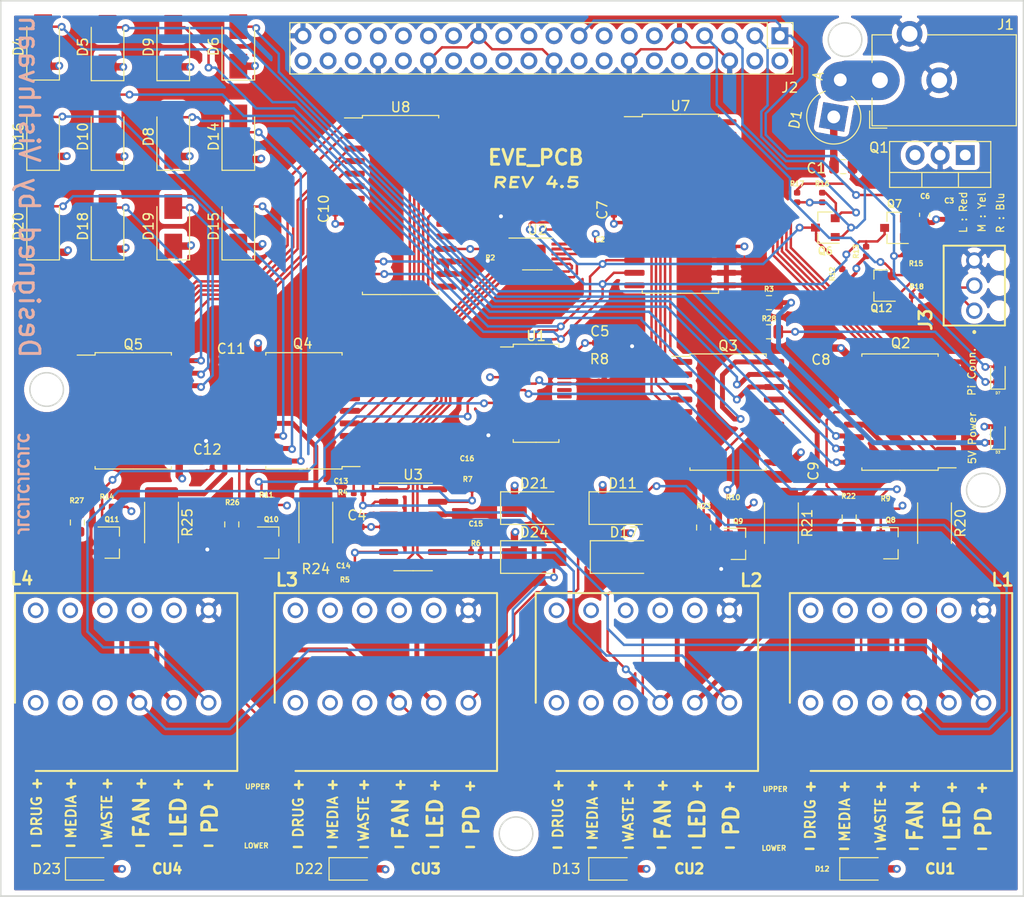
<source format=kicad_pcb>
(kicad_pcb (version 20171130) (host pcbnew 5.1.5)
  (layers (0 F.Cu signal) (1 In1.Cu power) (2 In2.Cu power) (31 B.Cu signal) (34 B.Paste user) (35 F.Paste user) (36 B.SilkS user) (37 F.SilkS user) (38 B.Mask user) (39 F.Mask user) (44 Edge.Cuts user))
  (net 0 "")
  (net 1 +12V)
  (net 2 GND)
  (net 3 +5V)
  (net 4 /DAC1/A_DRUGS1)
  (net 5 /DAC1/A_MEDIA1)
  (net 6 /DAC1/A_WASTE1)
  (net 7 /DAC1/A_DRUGS2)
  (net 8 /DAC1/A_MEDIA2)
  (net 9 /DAC1/A_WASTE2)
  (net 10 /DAC2/A_DRUGS3)
  (net 11 /DAC2/A_MEDIA3)
  (net 12 /DAC2/A_WASTE3)
  (net 13 /DAC2/A_DRUGS4)
  (net 14 /DAC2/A_MEDIA4)
  (net 15 /DAC2/A_WASTE4)
  (net 16 +3V3)
  (net 17 /SDA-3.3)
  (net 18 /SCL-3.3)
  (net 19 /DAC1/LED1_NEG)
  (net 20 /PD1_NEG)
  (net 21 /DAC1/LED2_NEG)
  (net 22 /PD2_NEG)
  (net 23 /PD3_NEG)
  (net 24 /DAC2/LED3_NEG)
  (net 25 /PD4_NEG)
  (net 26 /DAC2/LED4_NEG)
  (net 27 /DAC1/A_LED1)
  (net 28 /DAC1/D_LED1)
  (net 29 /DAC1/D_WASTE1)
  (net 30 /DAC1/D_MEDIA1)
  (net 31 /DAC1/D_DRUGS1)
  (net 32 /DAC1/D_DRUGS2)
  (net 33 /DAC1/D_MEDIA2)
  (net 34 /DAC1/D_WASTE2)
  (net 35 /DAC1/D_LED2)
  (net 36 /DAC1/A_LED2)
  (net 37 /DAC2/A_LED3)
  (net 38 /DAC2/D_LED3)
  (net 39 /DAC2/D_WASTE3)
  (net 40 /DAC2/D_MEDIA3)
  (net 41 /DAC2/D_DRUGS3)
  (net 42 /DAC2/D_DRUGS4)
  (net 43 /DAC2/D_MEDIA4)
  (net 44 /DAC2/D_WASTE4)
  (net 45 /DAC2/D_LED4)
  (net 46 /DAC2/A_LED4)
  (net 47 /AIN0)
  (net 48 /AIN1)
  (net 49 /AIN2)
  (net 50 /AIN3)
  (net 51 /SCL)
  (net 52 /SDA)
  (net 53 "Net-(D22-Pad1)")
  (net 54 "Net-(D23-Pad1)")
  (net 55 /DAC1/D_IND1)
  (net 56 /DAC1/A_IND1)
  (net 57 /DAC1/A_IND2)
  (net 58 /DAC1/D_IND2)
  (net 59 /DAC2/D_IND3)
  (net 60 /DAC2/A_IND3)
  (net 61 /DAC2/A_IND4)
  (net 62 /DAC2/D_IND4)
  (net 63 "Net-(D1-Pad2)")
  (net 64 "Net-(D3-Pad1)")
  (net 65 "Net-(D12-Pad1)")
  (net 66 "Net-(D13-Pad1)")
  (net 67 "Net-(R2-Pad2)")
  (net 68 "Net-(D7-Pad1)")
  (net 69 /DAC1/FAN1_NEG)
  (net 70 /DAC1/FAN2_NEG)
  (net 71 /DAC2/FAN3_NEG)
  (net 72 /DAC2/FAN4_NEG)
  (net 73 /FAN1_PWM)
  (net 74 /FAN2_PWM)
  (net 75 "Net-(R8-Pad1)")
  (net 76 /FAN3_PWM)
  (net 77 /FAN4_PWM)
  (net 78 /TEMP_DA)
  (net 79 /TEMP_DA-3.3)
  (module Package_SO:MSOP-10-1EP_3x3mm_P0.5mm_EP1.68x1.88mm (layer F.Cu) (at 141.859 59.69)
    (fp_text reference U2 (at 0 -2.45) (layer F.SilkS))
    (fp_text value ADS1115IDGSR)
    (pad 1 smd roundrect (at -2.15 -1) (size 1.45 0.3) (layers F.Cu F.Paste F.Mask) (net 2 GND))
    (pad 2 smd roundrect (at -2.15 -0.5) (size 1.45 0.3) (layers F.Cu F.Paste F.Mask) (net 67 "Net-(R2-Pad2)"))
    (pad 3 smd roundrect (at -2.15 0) (size 1.45 0.3) (layers F.Cu F.Paste F.Mask) (net 2 GND))
    (pad 4 smd roundrect (at -2.15 0.5) (size 1.45 0.3) (layers F.Cu F.Paste F.Mask) (net 47 /AIN0))
    (pad 5 smd roundrect (at -2.15 1) (size 1.45 0.3) (layers F.Cu F.Paste F.Mask) (net 48 /AIN1))
    (pad 6 smd roundrect (at 2.15 1) (size 1.45 0.3) (layers F.Cu F.Paste F.Mask) (net 49 /AIN2))
    (pad 7 smd roundrect (at 2.15 0.5) (size 1.45 0.3) (layers F.Cu F.Paste F.Mask) (net 50 /AIN3))
    (pad 8 smd roundrect (at 2.15 0) (size 1.45 0.3) (layers F.Cu F.Paste F.Mask) (net 3 +5V))
    (pad 9 smd roundrect (at 2.15 -0.5) (size 1.45 0.3) (layers F.Cu F.Paste F.Mask) (net 52 /SDA))
    (pad 10 smd roundrect (at 2.15 -1) (size 1.45 0.3) (layers F.Cu F.Paste F.Mask) (net 51 /SCL))
    (pad 11 smd rect (at 0 0) (size 1.68 1.88) (layers F.Cu F.Mask))
  )
  (module Package_SO:SOIC-18W_7.5x11.6mm_P1.27mm (layer F.Cu) (at 161.163 75.692)
    (fp_text reference Q3 (at 0 -6.72) (layer F.SilkS))
    (fp_text value ULN2803ADWR)
    (pad 18 smd roundrect (at 4.65 -5.08) (size 2.05 0.6) (layers F.Cu F.Paste F.Mask) (net 7 /DAC1/A_DRUGS2))
    (pad 17 smd roundrect (at 4.65 -3.81) (size 2.05 0.6) (layers F.Cu F.Paste F.Mask) (net 8 /DAC1/A_MEDIA2))
    (pad 16 smd roundrect (at 4.65 -2.54) (size 2.05 0.6) (layers F.Cu F.Paste F.Mask) (net 9 /DAC1/A_WASTE2))
    (pad 15 smd roundrect (at 4.65 -1.27) (size 2.05 0.6) (layers F.Cu F.Paste F.Mask) (net 36 /DAC1/A_LED2))
    (pad 14 smd roundrect (at 4.65 0) (size 2.05 0.6) (layers F.Cu F.Paste F.Mask) (net 57 /DAC1/A_IND2))
    (pad 13 smd roundrect (at 4.65 1.27) (size 2.05 0.6) (layers F.Cu F.Paste F.Mask))
    (pad 12 smd roundrect (at 4.65 2.54) (size 2.05 0.6) (layers F.Cu F.Paste F.Mask))
    (pad 11 smd roundrect (at 4.65 3.81) (size 2.05 0.6) (layers F.Cu F.Paste F.Mask))
    (pad 10 smd roundrect (at 4.65 5.08) (size 2.05 0.6) (layers F.Cu F.Paste F.Mask) (net 1 +12V))
    (pad 9 smd roundrect (at -4.65 5.08) (size 2.05 0.6) (layers F.Cu F.Paste F.Mask) (net 2 GND))
    (pad 8 smd roundrect (at -4.65 3.81) (size 2.05 0.6) (layers F.Cu F.Paste F.Mask))
    (pad 7 smd roundrect (at -4.65 2.54) (size 2.05 0.6) (layers F.Cu F.Paste F.Mask))
    (pad 6 smd roundrect (at -4.65 1.27) (size 2.05 0.6) (layers F.Cu F.Paste F.Mask))
    (pad 5 smd roundrect (at -4.65 0) (size 2.05 0.6) (layers F.Cu F.Paste F.Mask) (net 58 /DAC1/D_IND2))
    (pad 4 smd roundrect (at -4.65 -1.27) (size 2.05 0.6) (layers F.Cu F.Paste F.Mask) (net 35 /DAC1/D_LED2))
    (pad 3 smd roundrect (at -4.65 -2.54) (size 2.05 0.6) (layers F.Cu F.Paste F.Mask) (net 34 /DAC1/D_WASTE2))
    (pad 2 smd roundrect (at -4.65 -3.81) (size 2.05 0.6) (layers F.Cu F.Paste F.Mask) (net 33 /DAC1/D_MEDIA2))
    (pad 1 smd roundrect (at -4.65 -5.08) (size 2.05 0.6) (layers F.Cu F.Paste F.Mask) (net 32 /DAC1/D_DRUGS2))
  )
  (module SamacSys_Parts:1841539 (layer F.Cu) (at 91.092346 105.11)
    (fp_text reference L4 (at -1.397 -12.573) (layer F.SilkS) (effects (font (size 1.27 1.27) (thickness 0.254))))
    (fp_text value "Pheonix 1841539" hide)
    (pad 12 thru_hole circle (at 17.5 -9.35) (size 1.575 1.575) (drill 1.05) (layers *.Cu *.Mask) (net 2 GND))
    (pad 6 thru_hole circle (at 17.5 0) (size 1.575 1.575) (drill 1.05) (layers *.Cu *.Mask) (net 25 /PD4_NEG))
    (pad 11 thru_hole circle (at 14 -9.35) (size 1.575 1.575) (drill 1.05) (layers *.Cu *.Mask) (net 1 +12V))
    (pad 5 thru_hole circle (at 14 0) (size 1.575 1.575) (drill 1.05) (layers *.Cu *.Mask) (net 26 /DAC2/LED4_NEG))
    (pad 10 thru_hole circle (at 10.5 -9.35) (size 1.575 1.575) (drill 1.05) (layers *.Cu *.Mask) (net 1 +12V))
    (pad 4 thru_hole circle (at 10.5 0) (size 1.575 1.575) (drill 1.05) (layers *.Cu *.Mask) (net 72 /DAC2/FAN4_NEG))
    (pad 9 thru_hole circle (at 7 -9.35) (size 1.575 1.575) (drill 1.05) (layers *.Cu *.Mask) (net 1 +12V))
    (pad 3 thru_hole circle (at 7 0) (size 1.575 1.575) (drill 1.05) (layers *.Cu *.Mask) (net 15 /DAC2/A_WASTE4))
    (pad 8 thru_hole circle (at 3.5 -9.35) (size 1.575 1.575) (drill 1.05) (layers *.Cu *.Mask) (net 1 +12V))
    (pad 2 thru_hole circle (at 3.5 0) (size 1.575 1.575) (drill 1.05) (layers *.Cu *.Mask) (net 14 /DAC2/A_MEDIA4))
    (pad 7 thru_hole circle (at 0 -9.35) (size 1.575 1.575) (drill 1.05) (layers *.Cu *.Mask) (net 1 +12V))
    (pad 1 thru_hole circle (at 0 0) (size 1.575 1.575) (drill 1.05) (layers *.Cu *.Mask) (net 13 /DAC2/A_DRUGS4))
  )
  (module Resistor_SMD:R_2512_6332Metric (layer F.Cu) (at 103.8225 86.868 270)
    (fp_text reference R25 (at 0 -2.62 90) (layer F.SilkS))
    (fp_text value 100Ω)
    (pad 2 smd roundrect (at 2.9 0 270) (size 1.35 3.35) (layers F.Cu F.Paste F.Mask) (roundrect_rratio 0.185185) (net 26 /DAC2/LED4_NEG))
    (pad 1 smd roundrect (at -2.9 0 270) (size 1.35 3.35) (layers F.Cu F.Paste F.Mask) (roundrect_rratio 0.185185) (net 46 /DAC2/A_LED4))
  )
  (module Resistor_SMD:R_2512_6332Metric (layer F.Cu) (at 119.4435 86.868 270)
    (fp_text reference R24 (at 4.699 0 180) (layer F.SilkS))
    (fp_text value 100Ω)
    (pad 2 smd roundrect (at 2.9 0 270) (size 1.35 3.35) (layers F.Cu F.Paste F.Mask) (roundrect_rratio 0.185185) (net 24 /DAC2/LED3_NEG))
    (pad 1 smd roundrect (at -2.9 0 270) (size 1.35 3.35) (layers F.Cu F.Paste F.Mask) (roundrect_rratio 0.185185) (net 37 /DAC2/A_LED3))
  )
  (module Resistor_SMD:R_2512_6332Metric (layer F.Cu) (at 166.5605 86.9315 270)
    (fp_text reference R21 (at 0 -2.62 90) (layer F.SilkS))
    (fp_text value 100Ω)
    (pad 2 smd roundrect (at 2.9 0 270) (size 1.35 3.35) (layers F.Cu F.Paste F.Mask) (roundrect_rratio 0.185185) (net 21 /DAC1/LED2_NEG))
    (pad 1 smd roundrect (at -2.9 0 270) (size 1.35 3.35) (layers F.Cu F.Paste F.Mask) (roundrect_rratio 0.185185) (net 36 /DAC1/A_LED2))
  )
  (module Resistor_SMD:R_2512_6332Metric (layer F.Cu) (at 182.0545 86.9315 270)
    (fp_text reference R20 (at 0 -2.62 90) (layer F.SilkS))
    (fp_text value 100Ω)
    (pad 2 smd roundrect (at 2.9 0 270) (size 1.35 3.35) (layers F.Cu F.Paste F.Mask) (roundrect_rratio 0.185185) (net 19 /DAC1/LED1_NEG))
    (pad 1 smd roundrect (at -2.9 0 270) (size 1.35 3.35) (layers F.Cu F.Paste F.Mask) (roundrect_rratio 0.185185) (net 27 /DAC1/A_LED1))
  )
  (module Resistor_SMD:R_0402_1005Metric (layer F.Cu) (at 168.148 53.975 90)
    (fp_text reference R17 (at 1.397 0 180) (layer F.SilkS) (effects (font (size 0.5 0.5) (thickness 0.125))))
    (fp_text value 10KΩ)
    (pad 2 smd roundrect (at 0.485 0 90) (size 0.59 0.64) (layers F.Cu F.Paste F.Mask) (net 17 /SDA-3.3))
    (pad 1 smd roundrect (at -0.485 0 90) (size 0.59 0.64) (layers F.Cu F.Paste F.Mask) (net 16 +3V3))
  )
  (module Resistor_SMD:R_0402_1005Metric (layer F.Cu) (at 170.688 53.975 90)
    (fp_text reference R16 (at 1.397 0 180) (layer F.SilkS) (effects (font (size 0.5 0.5) (thickness 0.125))))
    (fp_text value 10KΩ)
    (pad 2 smd roundrect (at 0.485 0 90) (size 0.59 0.64) (layers F.Cu F.Paste F.Mask) (net 18 /SCL-3.3))
    (pad 1 smd roundrect (at -0.485 0 90) (size 0.59 0.64) (layers F.Cu F.Paste F.Mask) (net 16 +3V3))
  )
  (module Resistor_SMD:R_0402_1005Metric (layer F.Cu) (at 175.133 59.436 270)
    (fp_text reference R13 (at 0 1.016 90) (layer F.SilkS) (effects (font (size 0.5 0.5) (thickness 0.125))))
    (fp_text value 10KΩ)
    (pad 2 smd roundrect (at 0.485 0 270) (size 0.59 0.64) (layers F.Cu F.Paste F.Mask) (net 3 +5V))
    (pad 1 smd roundrect (at -0.485 0 270) (size 0.59 0.64) (layers F.Cu F.Paste F.Mask) (net 52 /SDA))
  )
  (module Resistor_SMD:R_0402_1005Metric (layer F.Cu) (at 172.72 61.722 270)
    (fp_text reference R12 (at 0 1.016 90) (layer F.SilkS) (effects (font (size 0.5 0.5) (thickness 0.125))))
    (fp_text value 10KΩ)
    (pad 2 smd roundrect (at 0.485 0 270) (size 0.59 0.64) (layers F.Cu F.Paste F.Mask) (net 3 +5V))
    (pad 1 smd roundrect (at -0.485 0 270) (size 0.59 0.64) (layers F.Cu F.Paste F.Mask) (net 51 /SCL))
  )
  (module Connector_PinHeader_2.54mm:PinHeader_2x20_P2.54mm_Vertical (layer F.Cu) (at 166.403346 37.606769 270)
    (fp_text reference J2 (at 5.25 -1) (layer F.SilkS))
    (fp_text value "2x20 Male Header")
    (pad 40 thru_hole oval (at 2.54 48.26 270) (size 1.7 1.7) (drill 1) (layers *.Cu *.Mask))
    (pad 39 thru_hole oval (at 0 48.26 270) (size 1.7 1.7) (drill 1) (layers *.Cu *.Mask) (net 2 GND))
    (pad 38 thru_hole oval (at 2.54 45.72 270) (size 1.7 1.7) (drill 1) (layers *.Cu *.Mask))
    (pad 37 thru_hole oval (at 0 45.72 270) (size 1.7 1.7) (drill 1) (layers *.Cu *.Mask))
    (pad 36 thru_hole oval (at 2.54 43.18 270) (size 1.7 1.7) (drill 1) (layers *.Cu *.Mask))
    (pad 35 thru_hole oval (at 0 43.18 270) (size 1.7 1.7) (drill 1) (layers *.Cu *.Mask))
    (pad 34 thru_hole oval (at 2.54 40.64 270) (size 1.7 1.7) (drill 1) (layers *.Cu *.Mask) (net 2 GND))
    (pad 33 thru_hole oval (at 0 40.64 270) (size 1.7 1.7) (drill 1) (layers *.Cu *.Mask))
    (pad 32 thru_hole oval (at 2.54 38.1 270) (size 1.7 1.7) (drill 1) (layers *.Cu *.Mask))
    (pad 31 thru_hole oval (at 0 38.1 270) (size 1.7 1.7) (drill 1) (layers *.Cu *.Mask))
    (pad 30 thru_hole oval (at 2.54 35.56 270) (size 1.7 1.7) (drill 1) (layers *.Cu *.Mask) (net 2 GND))
    (pad 29 thru_hole oval (at 0 35.56 270) (size 1.7 1.7) (drill 1) (layers *.Cu *.Mask))
    (pad 28 thru_hole oval (at 2.54 33.02 270) (size 1.7 1.7) (drill 1) (layers *.Cu *.Mask))
    (pad 27 thru_hole oval (at 0 33.02 270) (size 1.7 1.7) (drill 1) (layers *.Cu *.Mask))
    (pad 26 thru_hole oval (at 2.54 30.48 270) (size 1.7 1.7) (drill 1) (layers *.Cu *.Mask))
    (pad 25 thru_hole oval (at 0 30.48 270) (size 1.7 1.7) (drill 1) (layers *.Cu *.Mask) (net 2 GND))
    (pad 24 thru_hole oval (at 2.54 27.94 270) (size 1.7 1.7) (drill 1) (layers *.Cu *.Mask))
    (pad 23 thru_hole oval (at 0 27.94 270) (size 1.7 1.7) (drill 1) (layers *.Cu *.Mask))
    (pad 22 thru_hole oval (at 2.54 25.4 270) (size 1.7 1.7) (drill 1) (layers *.Cu *.Mask))
    (pad 21 thru_hole oval (at 0 25.4 270) (size 1.7 1.7) (drill 1) (layers *.Cu *.Mask))
    (pad 20 thru_hole oval (at 2.54 22.86 270) (size 1.7 1.7) (drill 1) (layers *.Cu *.Mask) (net 2 GND))
    (pad 19 thru_hole oval (at 0 22.86 270) (size 1.7 1.7) (drill 1) (layers *.Cu *.Mask))
    (pad 18 thru_hole oval (at 2.54 20.32 270) (size 1.7 1.7) (drill 1) (layers *.Cu *.Mask))
    (pad 17 thru_hole oval (at 0 20.32 270) (size 1.7 1.7) (drill 1) (layers *.Cu *.Mask) (net 16 +3V3))
    (pad 16 thru_hole oval (at 2.54 17.78 270) (size 1.7 1.7) (drill 1) (layers *.Cu *.Mask))
    (pad 15 thru_hole oval (at 0 17.78 270) (size 1.7 1.7) (drill 1) (layers *.Cu *.Mask))
    (pad 14 thru_hole oval (at 2.54 15.24 270) (size 1.7 1.7) (drill 1) (layers *.Cu *.Mask) (net 2 GND))
    (pad 13 thru_hole oval (at 0 15.24 270) (size 1.7 1.7) (drill 1) (layers *.Cu *.Mask))
    (pad 12 thru_hole oval (at 2.54 12.7 270) (size 1.7 1.7) (drill 1) (layers *.Cu *.Mask))
    (pad 11 thru_hole oval (at 0 12.7 270) (size 1.7 1.7) (drill 1) (layers *.Cu *.Mask))
    (pad 10 thru_hole oval (at 2.54 10.16 270) (size 1.7 1.7) (drill 1) (layers *.Cu *.Mask))
    (pad 9 thru_hole oval (at 0 10.16 270) (size 1.7 1.7) (drill 1) (layers *.Cu *.Mask) (net 2 GND))
    (pad 8 thru_hole oval (at 2.54 7.62 270) (size 1.7 1.7) (drill 1) (layers *.Cu *.Mask))
    (pad 7 thru_hole oval (at 0 7.62 270) (size 1.7 1.7) (drill 1) (layers *.Cu *.Mask) (net 79 /TEMP_DA-3.3))
    (pad 6 thru_hole oval (at 2.54 5.08 270) (size 1.7 1.7) (drill 1) (layers *.Cu *.Mask) (net 2 GND))
    (pad 5 thru_hole oval (at 0 5.08 270) (size 1.7 1.7) (drill 1) (layers *.Cu *.Mask) (net 18 /SCL-3.3))
    (pad 4 thru_hole oval (at 2.54 2.54 270) (size 1.7 1.7) (drill 1) (layers *.Cu *.Mask))
    (pad 3 thru_hole oval (at 0 2.54 270) (size 1.7 1.7) (drill 1) (layers *.Cu *.Mask) (net 17 /SDA-3.3))
    (pad 2 thru_hole oval (at 2.54 0 270) (size 1.7 1.7) (drill 1) (layers *.Cu *.Mask))
    (pad 1 thru_hole rect (at 0 0 270) (size 1.7 1.7) (drill 1) (layers *.Cu *.Mask) (net 16 +3V3))
  )
  (module SamacSys_Parts:1841539 (layer F.Cu) (at 169.514846 105.11)
    (fp_text reference L1 (at 19.431 -12.446 unlocked) (layer F.SilkS) (effects (font (size 1.27 1.27) (thickness 0.254))))
    (fp_text value "Pheonix 1841539" hide)
    (pad 12 thru_hole circle (at 17.5 -9.35) (size 1.575 1.575) (drill 1.05) (layers *.Cu *.Mask) (net 2 GND))
    (pad 6 thru_hole circle (at 17.5 0) (size 1.575 1.575) (drill 1.05) (layers *.Cu *.Mask) (net 20 /PD1_NEG))
    (pad 11 thru_hole circle (at 14 -9.35) (size 1.575 1.575) (drill 1.05) (layers *.Cu *.Mask) (net 1 +12V))
    (pad 5 thru_hole circle (at 14 0) (size 1.575 1.575) (drill 1.05) (layers *.Cu *.Mask) (net 19 /DAC1/LED1_NEG))
    (pad 10 thru_hole circle (at 10.5 -9.35) (size 1.575 1.575) (drill 1.05) (layers *.Cu *.Mask) (net 1 +12V))
    (pad 4 thru_hole circle (at 10.5 0) (size 1.575 1.575) (drill 1.05) (layers *.Cu *.Mask) (net 69 /DAC1/FAN1_NEG))
    (pad 9 thru_hole circle (at 7 -9.35) (size 1.575 1.575) (drill 1.05) (layers *.Cu *.Mask) (net 1 +12V))
    (pad 3 thru_hole circle (at 7 0) (size 1.575 1.575) (drill 1.05) (layers *.Cu *.Mask) (net 6 /DAC1/A_WASTE1))
    (pad 8 thru_hole circle (at 3.5 -9.35) (size 1.575 1.575) (drill 1.05) (layers *.Cu *.Mask) (net 1 +12V))
    (pad 2 thru_hole circle (at 3.5 0) (size 1.575 1.575) (drill 1.05) (layers *.Cu *.Mask) (net 5 /DAC1/A_MEDIA1))
    (pad 7 thru_hole circle (at 0 -9.35) (size 1.575 1.575) (drill 1.05) (layers *.Cu *.Mask) (net 1 +12V))
    (pad 1 thru_hole circle (at 0 0) (size 1.575 1.575) (drill 1.05) (layers *.Cu *.Mask) (net 4 /DAC1/A_DRUGS1))
  )
  (module SamacSys_Parts:1841539 (layer F.Cu) (at 143.797346 105.11)
    (fp_text reference L2 (at 19.715154 -12.4) (layer F.SilkS) (effects (font (size 1.27 1.27) (thickness 0.254))))
    (fp_text value "Pheonix 1841539" hide)
    (pad 12 thru_hole circle (at 17.5 -9.35) (size 1.575 1.575) (drill 1.05) (layers *.Cu *.Mask) (net 2 GND))
    (pad 6 thru_hole circle (at 17.5 0) (size 1.575 1.575) (drill 1.05) (layers *.Cu *.Mask) (net 22 /PD2_NEG))
    (pad 11 thru_hole circle (at 14 -9.35) (size 1.575 1.575) (drill 1.05) (layers *.Cu *.Mask) (net 1 +12V))
    (pad 5 thru_hole circle (at 14 0) (size 1.575 1.575) (drill 1.05) (layers *.Cu *.Mask) (net 21 /DAC1/LED2_NEG))
    (pad 10 thru_hole circle (at 10.5 -9.35) (size 1.575 1.575) (drill 1.05) (layers *.Cu *.Mask) (net 1 +12V))
    (pad 4 thru_hole circle (at 10.5 0) (size 1.575 1.575) (drill 1.05) (layers *.Cu *.Mask) (net 70 /DAC1/FAN2_NEG))
    (pad 9 thru_hole circle (at 7 -9.35) (size 1.575 1.575) (drill 1.05) (layers *.Cu *.Mask) (net 1 +12V))
    (pad 3 thru_hole circle (at 7 0) (size 1.575 1.575) (drill 1.05) (layers *.Cu *.Mask) (net 9 /DAC1/A_WASTE2))
    (pad 8 thru_hole circle (at 3.5 -9.35) (size 1.575 1.575) (drill 1.05) (layers *.Cu *.Mask) (net 1 +12V))
    (pad 2 thru_hole circle (at 3.5 0) (size 1.575 1.575) (drill 1.05) (layers *.Cu *.Mask) (net 8 /DAC1/A_MEDIA2))
    (pad 7 thru_hole circle (at 0 -9.35) (size 1.575 1.575) (drill 1.05) (layers *.Cu *.Mask) (net 1 +12V))
    (pad 1 thru_hole circle (at 0 0) (size 1.575 1.575) (drill 1.05) (layers *.Cu *.Mask) (net 7 /DAC1/A_DRUGS2))
  )
  (module SamacSys_Parts:1841539 (layer F.Cu) (at 117.381346 105.11)
    (fp_text reference L3 (at -0.858846 -12.446) (layer F.SilkS) (effects (font (size 1.27 1.27) (thickness 0.254))))
    (fp_text value "Pheonix 1841539" hide)
    (pad 12 thru_hole circle (at 17.5 -9.35) (size 1.575 1.575) (drill 1.05) (layers *.Cu *.Mask) (net 2 GND))
    (pad 6 thru_hole circle (at 17.5 0) (size 1.575 1.575) (drill 1.05) (layers *.Cu *.Mask) (net 23 /PD3_NEG))
    (pad 11 thru_hole circle (at 14 -9.35) (size 1.575 1.575) (drill 1.05) (layers *.Cu *.Mask) (net 1 +12V))
    (pad 5 thru_hole circle (at 14 0) (size 1.575 1.575) (drill 1.05) (layers *.Cu *.Mask) (net 24 /DAC2/LED3_NEG))
    (pad 10 thru_hole circle (at 10.5 -9.35) (size 1.575 1.575) (drill 1.05) (layers *.Cu *.Mask) (net 1 +12V))
    (pad 4 thru_hole circle (at 10.5 0) (size 1.575 1.575) (drill 1.05) (layers *.Cu *.Mask) (net 71 /DAC2/FAN3_NEG))
    (pad 9 thru_hole circle (at 7 -9.35) (size 1.575 1.575) (drill 1.05) (layers *.Cu *.Mask) (net 1 +12V))
    (pad 3 thru_hole circle (at 7 0) (size 1.575 1.575) (drill 1.05) (layers *.Cu *.Mask) (net 12 /DAC2/A_WASTE3))
    (pad 8 thru_hole circle (at 3.5 -9.35) (size 1.575 1.575) (drill 1.05) (layers *.Cu *.Mask) (net 1 +12V))
    (pad 2 thru_hole circle (at 3.5 0) (size 1.575 1.575) (drill 1.05) (layers *.Cu *.Mask) (net 11 /DAC2/A_MEDIA3))
    (pad 7 thru_hole circle (at 0 -9.35) (size 1.575 1.575) (drill 1.05) (layers *.Cu *.Mask) (net 1 +12V))
    (pad 1 thru_hole circle (at 0 0) (size 1.575 1.575) (drill 1.05) (layers *.Cu *.Mask) (net 10 /DAC2/A_DRUGS3))
  )
  (module LED_SMD:LED_1206_3216Metric (layer F.Cu) (at 174.752 121.92)
    (fp_text reference D12 (at -4.064 0) (layer F.SilkS) (effects (font (size 0.5 0.5) (thickness 0.125))))
    (fp_text value 11-21/BHC-AQ2S1M/2T)
    (pad 1 smd roundrect (at -1.4 0) (size 1.25 1.75) (layers F.Cu F.Paste F.Mask) (roundrect_rratio 0.2) (net 65 "Net-(D12-Pad1)"))
    (pad 2 smd roundrect (at 1.4 0) (size 1.25 1.75) (layers F.Cu F.Paste F.Mask) (roundrect_rratio 0.2) (net 1 +12V))
  )
  (module LED_SMD:LED_1206_3216Metric (layer F.Cu) (at 149.352 121.92)
    (fp_text reference D13 (at -4.572 0) (layer F.SilkS))
    (fp_text value 11-21/BHC-AQ2S1M/2T)
    (pad 1 smd roundrect (at -1.4 0) (size 1.25 1.75) (layers F.Cu F.Paste F.Mask) (roundrect_rratio 0.2) (net 66 "Net-(D13-Pad1)"))
    (pad 2 smd roundrect (at 1.4 0) (size 1.25 1.75) (layers F.Cu F.Paste F.Mask) (roundrect_rratio 0.2) (net 1 +12V))
  )
  (module LED_SMD:LED_1206_3216Metric (layer F.Cu) (at 123.066 121.92)
    (fp_text reference D22 (at -4.318 0) (layer F.SilkS))
    (fp_text value 11-21/BHC-AQ2S1M/2T)
    (pad 2 smd roundrect (at 1.4 0) (size 1.25 1.75) (layers F.Cu F.Paste F.Mask) (roundrect_rratio 0.2) (net 1 +12V))
    (pad 1 smd roundrect (at -1.4 0) (size 1.25 1.75) (layers F.Cu F.Paste F.Mask) (roundrect_rratio 0.2) (net 53 "Net-(D22-Pad1)"))
  )
  (module LED_SMD:LED_1206_3216Metric (layer F.Cu) (at 96.39 121.92)
    (fp_text reference D23 (at -4.188 0) (layer F.SilkS))
    (fp_text value 11-21/BHC-AQ2S1M/2T)
    (pad 1 smd roundrect (at -1.4 0) (size 1.25 1.75) (layers F.Cu F.Paste F.Mask) (roundrect_rratio 0.2) (net 54 "Net-(D23-Pad1)"))
    (pad 2 smd roundrect (at 1.4 0) (size 1.25 1.75) (layers F.Cu F.Paste F.Mask) (roundrect_rratio 0.2) (net 1 +12V))
  )
  (module Capacitor_SMD:C_0805_2012Metric (layer F.Cu) (at 172.8216 50.8508)
    (fp_text reference C1 (at -2.7432 0.1524) (layer F.SilkS))
    (fp_text value 10μF)
    (pad 1 smd roundrect (at -0.9375 0) (size 0.975 1.4) (layers F.Cu F.Paste F.Mask) (net 1 +12V))
    (pad 2 smd roundrect (at 0.9375 0) (size 0.975 1.4) (layers F.Cu F.Paste F.Mask) (net 2 GND))
  )
  (module Diode_SMD:D_SMA (layer F.Cu) (at 91.842846 38.688269 90)
    (fp_text reference D4 (at 0 -2.5 90) (layer F.SilkS))
    (fp_text value B160-13-F)
    (pad 2 smd rect (at 2 0 90) (size 2.5 1.8) (layers F.Cu F.Paste F.Mask) (net 4 /DAC1/A_DRUGS1))
    (pad 1 smd rect (at -2 0 90) (size 2.5 1.8) (layers F.Cu F.Paste F.Mask) (net 1 +12V))
  )
  (module Diode_SMD:D_SMA (layer F.Cu) (at 98.363846 38.751769 90)
    (fp_text reference D5 (at 0 -2.5 90) (layer F.SilkS))
    (fp_text value B160-13-F)
    (pad 2 smd rect (at 2 0 90) (size 2.5 1.8) (layers F.Cu F.Paste F.Mask) (net 5 /DAC1/A_MEDIA1))
    (pad 1 smd rect (at -2 0 90) (size 2.5 1.8) (layers F.Cu F.Paste F.Mask) (net 1 +12V))
  )
  (module Diode_SMD:D_SMA (layer F.Cu) (at 111.596346 38.688269 90)
    (fp_text reference D6 (at 0 -2.5 90) (layer F.SilkS))
    (fp_text value B160-13-F)
    (pad 1 smd rect (at -2 0 90) (size 2.5 1.8) (layers F.Cu F.Paste F.Mask) (net 1 +12V))
    (pad 2 smd rect (at 2 0 90) (size 2.5 1.8) (layers F.Cu F.Paste F.Mask) (net 6 /DAC1/A_WASTE1))
  )
  (module Diode_SMD:D_SMA (layer F.Cu) (at 105.011846 47.821769 90)
    (fp_text reference D8 (at 0 -2.5 90) (layer F.SilkS))
    (fp_text value B160-13-F)
    (pad 1 smd rect (at -2 0 90) (size 2.5 1.8) (layers F.Cu F.Paste F.Mask) (net 1 +12V))
    (pad 2 smd rect (at 2 0 90) (size 2.5 1.8) (layers F.Cu F.Paste F.Mask) (net 7 /DAC1/A_DRUGS2))
  )
  (module Diode_SMD:D_SMA (layer F.Cu) (at 105.011846 38.751769 90)
    (fp_text reference D9 (at 0 -2.5 90) (layer F.SilkS))
    (fp_text value B160-13-F)
    (pad 1 smd rect (at -2 0 90) (size 2.5 1.8) (layers F.Cu F.Paste F.Mask) (net 1 +12V))
    (pad 2 smd rect (at 2 0 90) (size 2.5 1.8) (layers F.Cu F.Paste F.Mask) (net 8 /DAC1/A_MEDIA2))
  )
  (module Diode_SMD:D_SMA (layer F.Cu) (at 98.363846 47.821769 90)
    (fp_text reference D10 (at 0 -2.5 90) (layer F.SilkS))
    (fp_text value B160-13-F)
    (pad 2 smd rect (at 2 0 90) (size 2.5 1.8) (layers F.Cu F.Paste F.Mask) (net 9 /DAC1/A_WASTE2))
    (pad 1 smd rect (at -2 0 90) (size 2.5 1.8) (layers F.Cu F.Paste F.Mask) (net 1 +12V))
  )
  (module Diode_SMD:D_SMA (layer F.Cu) (at 111.596346 47.821769 90)
    (fp_text reference D14 (at 0 -2.5 90) (layer F.SilkS))
    (fp_text value B160-13-F)
    (pad 2 smd rect (at 2 0 90) (size 2.5 1.8) (layers F.Cu F.Paste F.Mask) (net 10 /DAC2/A_DRUGS3))
    (pad 1 smd rect (at -2 0 90) (size 2.5 1.8) (layers F.Cu F.Paste F.Mask) (net 1 +12V))
  )
  (module Diode_SMD:D_SMA (layer F.Cu) (at 111.596346 56.891769 90)
    (fp_text reference D15 (at 0 -2.5 90) (layer F.SilkS))
    (fp_text value B160-13-F)
    (pad 1 smd rect (at -2 0 90) (size 2.5 1.8) (layers F.Cu F.Paste F.Mask) (net 1 +12V))
    (pad 2 smd rect (at 2 0 90) (size 2.5 1.8) (layers F.Cu F.Paste F.Mask) (net 11 /DAC2/A_MEDIA3))
  )
  (module Diode_SMD:D_SMA (layer F.Cu) (at 91.842846 47.821769 90)
    (fp_text reference D16 (at 0 -2.5 90) (layer F.SilkS))
    (fp_text value B160-13-F)
    (pad 2 smd rect (at 2 0 90) (size 2.5 1.8) (layers F.Cu F.Paste F.Mask) (net 12 /DAC2/A_WASTE3))
    (pad 1 smd rect (at -2 0 90) (size 2.5 1.8) (layers F.Cu F.Paste F.Mask) (net 1 +12V))
  )
  (module Diode_SMD:D_SMA (layer F.Cu) (at 98.363846 56.891769 90)
    (fp_text reference D18 (at 0 -2.5 90) (layer F.SilkS))
    (fp_text value B160-13-F)
    (pad 2 smd rect (at 2 0 90) (size 2.5 1.8) (layers F.Cu F.Paste F.Mask) (net 13 /DAC2/A_DRUGS4))
    (pad 1 smd rect (at -2 0 90) (size 2.5 1.8) (layers F.Cu F.Paste F.Mask) (net 1 +12V))
  )
  (module Diode_SMD:D_SMA (layer F.Cu) (at 105.011846 56.891769 90)
    (fp_text reference D19 (at 0 -2.5 90) (layer F.SilkS))
    (fp_text value B160-13-F)
    (pad 1 smd rect (at -2 0 90) (size 2.5 1.8) (layers F.Cu F.Paste F.Mask) (net 1 +12V))
    (pad 2 smd rect (at 2 0 90) (size 2.5 1.8) (layers F.Cu F.Paste F.Mask) (net 14 /DAC2/A_MEDIA4))
  )
  (module Diode_SMD:D_SMA (layer F.Cu) (at 91.842846 56.891769 90)
    (fp_text reference D20 (at 0 -2.5 90) (layer F.SilkS))
    (fp_text value B160-13-F)
    (pad 2 smd rect (at 2 0 90) (size 2.5 1.8) (layers F.Cu F.Paste F.Mask) (net 15 /DAC2/A_WASTE4))
    (pad 1 smd rect (at -2 0 90) (size 2.5 1.8) (layers F.Cu F.Paste F.Mask) (net 1 +12V))
  )
  (module Connector_BarrelJack:BarrelJack_CUI_PJ-102AH_Horizontal (layer F.Cu) (at 176.53 42.1132 90)
    (fp_text reference J1 (at 5.6388 12.717454) (layer F.SilkS))
    (fp_text value PJ-102AH)
    (pad 1 thru_hole rect (at 0 0 90) (size 2.6 2.6) (drill 1.6) (layers *.Cu *.Mask) (net 63 "Net-(D1-Pad2)"))
    (pad 2 thru_hole circle (at 0 6 90) (size 2.6 2.6) (drill 1.6) (layers *.Cu *.Mask) (net 2 GND))
    (pad 3 thru_hole circle (at 4.7 3 90) (size 2.6 2.6) (drill 1.6) (layers *.Cu *.Mask) (net 2 GND))
  )
  (module Resistor_SMD:R_0402_1005Metric (layer F.Cu) (at 123.7615 83.8835)
    (fp_text reference R4 (at -1.5875 -0.0635) (layer F.SilkS) (effects (font (size 0.5 0.5) (thickness 0.125))))
    (fp_text value 1MΩ)
    (pad 1 smd roundrect (at -0.485 0) (size 0.59 0.64) (layers F.Cu F.Paste F.Mask) (net 47 /AIN0))
    (pad 2 smd roundrect (at 0.485 0) (size 0.59 0.64) (layers F.Cu F.Paste F.Mask) (net 20 /PD1_NEG))
  )
  (module Resistor_SMD:R_0402_1005Metric (layer F.Cu) (at 123.9012 92.6084 180)
    (fp_text reference R5 (at 1.524 -0.0508) (layer F.SilkS) (effects (font (size 0.5 0.5) (thickness 0.125))))
    (fp_text value 1MΩ)
    (pad 2 smd roundrect (at 0.485 0 180) (size 0.59 0.64) (layers F.Cu F.Paste F.Mask) (net 22 /PD2_NEG))
    (pad 1 smd roundrect (at -0.485 0 180) (size 0.59 0.64) (layers F.Cu F.Paste F.Mask) (net 48 /AIN1))
  )
  (module Resistor_SMD:R_0402_1005Metric (layer F.Cu) (at 135.636 89.8525 180)
    (fp_text reference R6 (at 0 0.889) (layer F.SilkS) (effects (font (size 0.5 0.5) (thickness 0.125))))
    (fp_text value 1MΩ)
    (pad 1 smd roundrect (at -0.485 0 180) (size 0.59 0.64) (layers F.Cu F.Paste F.Mask) (net 49 /AIN2))
    (pad 2 smd roundrect (at 0.485 0 180) (size 0.59 0.64) (layers F.Cu F.Paste F.Mask) (net 23 /PD3_NEG))
  )
  (module Resistor_SMD:R_0402_1005Metric (layer F.Cu) (at 134.747 83.5025)
    (fp_text reference R7 (at 0.0635 -1.016) (layer F.SilkS) (effects (font (size 0.5 0.5) (thickness 0.125))))
    (fp_text value 1MΩ)
    (pad 2 smd roundrect (at 0.485 0) (size 0.59 0.64) (layers F.Cu F.Paste F.Mask) (net 25 /PD4_NEG))
    (pad 1 smd roundrect (at -0.485 0) (size 0.59 0.64) (layers F.Cu F.Paste F.Mask) (net 50 /AIN3))
  )
  (module Resistor_SMD:R_0402_1005Metric (layer F.Cu) (at 137.0965 59.182)
    (fp_text reference R2 (at 0 0.889) (layer F.SilkS) (effects (font (size 0.5 0.5) (thickness 0.125))))
    (fp_text value 10KΩ)
    (pad 1 smd roundrect (at -0.485 0) (size 0.59 0.64) (layers F.Cu F.Paste F.Mask) (net 3 +5V))
    (pad 2 smd roundrect (at 0.485 0) (size 0.59 0.64) (layers F.Cu F.Paste F.Mask) (net 67 "Net-(R2-Pad2)"))
  )
  (module Package_SO:SOIC-14_3.9x8.7mm_P1.27mm (layer F.Cu) (at 129.286 87.3125)
    (fp_text reference U3 (at 0 -5.28) (layer F.SilkS))
    (fp_text value LM324DR)
    (pad 1 smd roundrect (at -2.475 -3.81) (size 1.95 0.6) (layers F.Cu F.Paste F.Mask) (net 47 /AIN0))
    (pad 2 smd roundrect (at -2.475 -2.54) (size 1.95 0.6) (layers F.Cu F.Paste F.Mask) (net 20 /PD1_NEG))
    (pad 3 smd roundrect (at -2.475 -1.27) (size 1.95 0.6) (layers F.Cu F.Paste F.Mask) (net 2 GND))
    (pad 4 smd roundrect (at -2.475 0) (size 1.95 0.6) (layers F.Cu F.Paste F.Mask) (net 3 +5V))
    (pad 5 smd roundrect (at -2.475 1.27) (size 1.95 0.6) (layers F.Cu F.Paste F.Mask) (net 2 GND))
    (pad 6 smd roundrect (at -2.475 2.54) (size 1.95 0.6) (layers F.Cu F.Paste F.Mask) (net 22 /PD2_NEG))
    (pad 7 smd roundrect (at -2.475 3.81) (size 1.95 0.6) (layers F.Cu F.Paste F.Mask) (net 48 /AIN1))
    (pad 8 smd roundrect (at 2.475 3.81) (size 1.95 0.6) (layers F.Cu F.Paste F.Mask) (net 49 /AIN2))
    (pad 9 smd roundrect (at 2.475 2.54) (size 1.95 0.6) (layers F.Cu F.Paste F.Mask) (net 23 /PD3_NEG))
    (pad 10 smd roundrect (at 2.475 1.27) (size 1.95 0.6) (layers F.Cu F.Paste F.Mask) (net 2 GND))
    (pad 11 smd roundrect (at 2.475 0) (size 1.95 0.6) (layers F.Cu F.Paste F.Mask) (net 2 GND))
    (pad 12 smd roundrect (at 2.475 -1.27) (size 1.95 0.6) (layers F.Cu F.Paste F.Mask) (net 2 GND))
    (pad 13 smd roundrect (at 2.475 -2.54) (size 1.95 0.6) (layers F.Cu F.Paste F.Mask) (net 25 /PD4_NEG))
    (pad 14 smd roundrect (at 2.475 -3.81) (size 1.95 0.6) (layers F.Cu F.Paste F.Mask) (net 50 /AIN3))
  )
  (module Package_SO:SOIC-18W_7.5x11.6mm_P1.27mm (layer F.Cu) (at 178.562 75.692 180)
    (fp_text reference Q2 (at -0.0635 6.985) (layer F.SilkS))
    (fp_text value ULN2803ADWR)
    (pad 1 smd roundrect (at -4.65 -5.08 180) (size 2.05 0.6) (layers F.Cu F.Paste F.Mask) (net 31 /DAC1/D_DRUGS1))
    (pad 2 smd roundrect (at -4.65 -3.81 180) (size 2.05 0.6) (layers F.Cu F.Paste F.Mask) (net 30 /DAC1/D_MEDIA1))
    (pad 3 smd roundrect (at -4.65 -2.54 180) (size 2.05 0.6) (layers F.Cu F.Paste F.Mask) (net 29 /DAC1/D_WASTE1))
    (pad 4 smd roundrect (at -4.65 -1.27 180) (size 2.05 0.6) (layers F.Cu F.Paste F.Mask) (net 28 /DAC1/D_LED1))
    (pad 5 smd roundrect (at -4.65 0 180) (size 2.05 0.6) (layers F.Cu F.Paste F.Mask) (net 55 /DAC1/D_IND1))
    (pad 6 smd roundrect (at -4.65 1.27 180) (size 2.05 0.6) (layers F.Cu F.Paste F.Mask))
    (pad 7 smd roundrect (at -4.65 2.54 180) (size 2.05 0.6) (layers F.Cu F.Paste F.Mask))
    (pad 8 smd roundrect (at -4.65 3.81 180) (size 2.05 0.6) (layers F.Cu F.Paste F.Mask))
    (pad 9 smd roundrect (at -4.65 5.08 180) (size 2.05 0.6) (layers F.Cu F.Paste F.Mask) (net 2 GND))
    (pad 10 smd roundrect (at 4.65 5.08 180) (size 2.05 0.6) (layers F.Cu F.Paste F.Mask) (net 1 +12V))
    (pad 11 smd roundrect (at 4.65 3.81 180) (size 2.05 0.6) (layers F.Cu F.Paste F.Mask))
    (pad 12 smd roundrect (at 4.65 2.54 180) (size 2.05 0.6) (layers F.Cu F.Paste F.Mask))
    (pad 13 smd roundrect (at 4.65 1.27 180) (size 2.05 0.6) (layers F.Cu F.Paste F.Mask))
    (pad 14 smd roundrect (at 4.65 0 180) (size 2.05 0.6) (layers F.Cu F.Paste F.Mask) (net 56 /DAC1/A_IND1))
    (pad 15 smd roundrect (at 4.65 -1.27 180) (size 2.05 0.6) (layers F.Cu F.Paste F.Mask) (net 27 /DAC1/A_LED1))
    (pad 16 smd roundrect (at 4.65 -2.54 180) (size 2.05 0.6) (layers F.Cu F.Paste F.Mask) (net 6 /DAC1/A_WASTE1))
    (pad 17 smd roundrect (at 4.65 -3.81 180) (size 2.05 0.6) (layers F.Cu F.Paste F.Mask) (net 5 /DAC1/A_MEDIA1))
    (pad 18 smd roundrect (at 4.65 -5.08 180) (size 2.05 0.6) (layers F.Cu F.Paste F.Mask) (net 4 /DAC1/A_DRUGS1))
  )
  (module Package_SO:SOIC-18W_7.5x11.6mm_P1.27mm (layer F.Cu) (at 118.237 75.565 180)
    (fp_text reference Q4 (at 0.127 6.7945) (layer F.SilkS))
    (fp_text value ULN2803ADWR)
    (pad 1 smd roundrect (at -4.65 -5.08 180) (size 2.05 0.6) (layers F.Cu F.Paste F.Mask) (net 41 /DAC2/D_DRUGS3))
    (pad 2 smd roundrect (at -4.65 -3.81 180) (size 2.05 0.6) (layers F.Cu F.Paste F.Mask) (net 40 /DAC2/D_MEDIA3))
    (pad 3 smd roundrect (at -4.65 -2.54 180) (size 2.05 0.6) (layers F.Cu F.Paste F.Mask) (net 39 /DAC2/D_WASTE3))
    (pad 4 smd roundrect (at -4.65 -1.27 180) (size 2.05 0.6) (layers F.Cu F.Paste F.Mask) (net 38 /DAC2/D_LED3))
    (pad 5 smd roundrect (at -4.65 0 180) (size 2.05 0.6) (layers F.Cu F.Paste F.Mask) (net 59 /DAC2/D_IND3))
    (pad 6 smd roundrect (at -4.65 1.27 180) (size 2.05 0.6) (layers F.Cu F.Paste F.Mask))
    (pad 7 smd roundrect (at -4.65 2.54 180) (size 2.05 0.6) (layers F.Cu F.Paste F.Mask))
    (pad 8 smd roundrect (at -4.65 3.81 180) (size 2.05 0.6) (layers F.Cu F.Paste F.Mask))
    (pad 9 smd roundrect (at -4.65 5.08 180) (size 2.05 0.6) (layers F.Cu F.Paste F.Mask) (net 2 GND))
    (pad 10 smd roundrect (at 4.65 5.08 180) (size 2.05 0.6) (layers F.Cu F.Paste F.Mask) (net 1 +12V))
    (pad 11 smd roundrect (at 4.65 3.81 180) (size 2.05 0.6) (layers F.Cu F.Paste F.Mask))
    (pad 12 smd roundrect (at 4.65 2.54 180) (size 2.05 0.6) (layers F.Cu F.Paste F.Mask))
    (pad 13 smd roundrect (at 4.65 1.27 180) (size 2.05 0.6) (layers F.Cu F.Paste F.Mask))
    (pad 14 smd roundrect (at 4.65 0 180) (size 2.05 0.6) (layers F.Cu F.Paste F.Mask) (net 60 /DAC2/A_IND3))
    (pad 15 smd roundrect (at 4.65 -1.27 180) (size 2.05 0.6) (layers F.Cu F.Paste F.Mask) (net 37 /DAC2/A_LED3))
    (pad 16 smd roundrect (at 4.65 -2.54 180) (size 2.05 0.6) (layers F.Cu F.Paste F.Mask) (net 12 /DAC2/A_WASTE3))
    (pad 17 smd roundrect (at 4.65 -3.81 180) (size 2.05 0.6) (layers F.Cu F.Paste F.Mask) (net 11 /DAC2/A_MEDIA3))
    (pad 18 smd roundrect (at 4.65 -5.08 180) (size 2.05 0.6) (layers F.Cu F.Paste F.Mask) (net 10 /DAC2/A_DRUGS3))
  )
  (module Package_SO:SOIC-18W_7.5x11.6mm_P1.27mm (layer F.Cu) (at 100.965 75.565)
    (fp_text reference Q5 (at 0 -6.72) (layer F.SilkS))
    (fp_text value ULN2803ADWR)
    (pad 18 smd roundrect (at 4.65 -5.08) (size 2.05 0.6) (layers F.Cu F.Paste F.Mask) (net 13 /DAC2/A_DRUGS4))
    (pad 17 smd roundrect (at 4.65 -3.81) (size 2.05 0.6) (layers F.Cu F.Paste F.Mask) (net 14 /DAC2/A_MEDIA4))
    (pad 16 smd roundrect (at 4.65 -2.54) (size 2.05 0.6) (layers F.Cu F.Paste F.Mask) (net 15 /DAC2/A_WASTE4))
    (pad 15 smd roundrect (at 4.65 -1.27) (size 2.05 0.6) (layers F.Cu F.Paste F.Mask) (net 46 /DAC2/A_LED4))
    (pad 14 smd roundrect (at 4.65 0) (size 2.05 0.6) (layers F.Cu F.Paste F.Mask) (net 61 /DAC2/A_IND4))
    (pad 13 smd roundrect (at 4.65 1.27) (size 2.05 0.6) (layers F.Cu F.Paste F.Mask))
    (pad 12 smd roundrect (at 4.65 2.54) (size 2.05 0.6) (layers F.Cu F.Paste F.Mask))
    (pad 11 smd roundrect (at 4.65 3.81) (size 2.05 0.6) (layers F.Cu F.Paste F.Mask))
    (pad 10 smd roundrect (at 4.65 5.08) (size 2.05 0.6) (layers F.Cu F.Paste F.Mask) (net 1 +12V))
    (pad 9 smd roundrect (at -4.65 5.08) (size 2.05 0.6) (layers F.Cu F.Paste F.Mask) (net 2 GND))
    (pad 8 smd roundrect (at -4.65 3.81) (size 2.05 0.6) (layers F.Cu F.Paste F.Mask))
    (pad 7 smd roundrect (at -4.65 2.54) (size 2.05 0.6) (layers F.Cu F.Paste F.Mask))
    (pad 6 smd roundrect (at -4.65 1.27) (size 2.05 0.6) (layers F.Cu F.Paste F.Mask))
    (pad 5 smd roundrect (at -4.65 0) (size 2.05 0.6) (layers F.Cu F.Paste F.Mask) (net 62 /DAC2/D_IND4))
    (pad 4 smd roundrect (at -4.65 -1.27) (size 2.05 0.6) (layers F.Cu F.Paste F.Mask) (net 45 /DAC2/D_LED4))
    (pad 3 smd roundrect (at -4.65 -2.54) (size 2.05 0.6) (layers F.Cu F.Paste F.Mask) (net 44 /DAC2/D_WASTE4))
    (pad 2 smd roundrect (at -4.65 -3.81) (size 2.05 0.6) (layers F.Cu F.Paste F.Mask) (net 43 /DAC2/D_MEDIA4))
    (pad 1 smd roundrect (at -4.65 -5.08) (size 2.05 0.6) (layers F.Cu F.Paste F.Mask) (net 42 /DAC2/D_DRUGS4))
  )
  (module Package_TO_SOT_THT:TO-220-3_Vertical (layer F.Cu) (at 185.166 49.6824 180)
    (fp_text reference Q1 (at 8.7376 0.762) (layer F.SilkS))
    (fp_text value UA7805CKCT)
    (pad 1 thru_hole rect (at 0 0 180) (size 1.905 2) (drill 1.1) (layers *.Cu *.Mask) (net 1 +12V))
    (pad 2 thru_hole oval (at 2.54 0 180) (size 1.905 2) (drill 1.1) (layers *.Cu *.Mask) (net 2 GND))
    (pad 3 thru_hole oval (at 5.08 0 180) (size 1.905 2) (drill 1.1) (layers *.Cu *.Mask) (net 3 +5V))
  )
  (module LED_SMD:LED_0603_1608Metric (layer F.Cu) (at 188.468 77.978 90)
    (fp_text reference D3 (at -1.778 0) (layer F.SilkS) (effects (font (size 0.25 0.25) (thickness 0.0625))))
    (fp_text value 19-217/GHC-YR1S2/3T)
    (pad 2 smd roundrect (at 0.7875 0 90) (size 0.875 0.95) (layers F.Cu F.Paste F.Mask) (net 3 +5V))
    (pad 1 smd roundrect (at -0.7875 0 90) (size 0.875 0.95) (layers F.Cu F.Paste F.Mask) (net 64 "Net-(D3-Pad1)"))
  )
  (module Resistor_SMD:R_0805_2012Metric (layer F.Cu) (at 165.3032 64.6176 180)
    (fp_text reference R3 (at 0 1.3716) (layer F.SilkS) (effects (font (size 0.5 0.5) (thickness 0.125))))
    (fp_text value 169Ω)
    (pad 1 smd roundrect (at -0.9375 0 180) (size 0.975 1.4) (layers F.Cu F.Paste F.Mask) (net 64 "Net-(D3-Pad1)"))
    (pad 2 smd roundrect (at 0.9375 0 180) (size 0.975 1.4) (layers F.Cu F.Paste F.Mask) (net 2 GND))
  )
  (module LED_SMD:LED_0603_1608Metric (layer F.Cu) (at 188.468 71.882 90)
    (fp_text reference D7 (at -1.8796 0 180) (layer F.SilkS) (effects (font (size 0.25 0.25) (thickness 0.0625))))
    (fp_text value 19-213/Y2C-CQ2R2L/3T)
    (pad 1 smd roundrect (at -0.7875 0 90) (size 0.875 0.95) (layers F.Cu F.Paste F.Mask) (net 68 "Net-(D7-Pad1)"))
    (pad 2 smd roundrect (at 0.7875 0 90) (size 0.875 0.95) (layers F.Cu F.Paste F.Mask) (net 16 +3V3))
  )
  (module Resistor_SMD:R_0805_2012Metric (layer F.Cu) (at 165.3032 67.564 180)
    (fp_text reference R28 (at 0 1.3335) (layer F.SilkS) (effects (font (size 0.5 0.5) (thickness 0.125))))
    (fp_text value 432Ω)
    (pad 1 smd roundrect (at -0.9375 0 180) (size 0.975 1.4) (layers F.Cu F.Paste F.Mask) (net 68 "Net-(D7-Pad1)"))
    (pad 2 smd roundrect (at 0.9375 0 180) (size 0.975 1.4) (layers F.Cu F.Paste F.Mask) (net 2 GND))
  )
  (module Capacitor_SMD:C_0402_1005Metric (layer F.Cu) (at 148.209 59.1185)
    (fp_text reference C2 (at 0 -0.889) (layer F.SilkS) (effects (font (size 0.5 0.5) (thickness 0.125))))
    (fp_text value 0.1μF)
    (pad 2 smd roundrect (at 0.485 0) (size 0.59 0.64) (layers F.Cu F.Paste F.Mask) (net 2 GND))
    (pad 1 smd roundrect (at -0.485 0) (size 0.59 0.64) (layers F.Cu F.Paste F.Mask) (net 3 +5V))
  )
  (module Capacitor_SMD:C_0402_1005Metric (layer F.Cu) (at 183.5404 55.6768 90)
    (fp_text reference C3 (at 1.3716 0) (layer F.SilkS) (effects (font (size 0.5 0.5) (thickness 0.125))))
    (fp_text value 0.1μF)
    (pad 1 smd roundrect (at -0.485 0 90) (size 0.59 0.64) (layers F.Cu F.Paste F.Mask) (net 3 +5V))
    (pad 2 smd roundrect (at 0.485 0 90) (size 0.59 0.64) (layers F.Cu F.Paste F.Mask) (net 2 GND))
  )
  (module Capacitor_SMD:C_0402_1005Metric (layer F.Cu) (at 123.5985 87.3125)
    (fp_text reference C4 (at 0 -1.17) (layer F.SilkS))
    (fp_text value 0.1μF)
    (pad 2 smd roundrect (at 0.485 0) (size 0.59 0.64) (layers F.Cu F.Paste F.Mask) (net 3 +5V))
    (pad 1 smd roundrect (at -0.485 0) (size 0.59 0.64) (layers F.Cu F.Paste F.Mask) (net 2 GND))
  )
  (module Capacitor_SMD:C_0402_1005Metric (layer F.Cu) (at 149.606 55.245 90)
    (fp_text reference C7 (at 0 -1.17 90) (layer F.SilkS))
    (fp_text value 0.1μF)
    (pad 1 smd roundrect (at -0.485 0 90) (size 0.59 0.64) (layers F.Cu F.Paste F.Mask) (net 3 +5V))
    (pad 2 smd roundrect (at 0.485 0 90) (size 0.59 0.64) (layers F.Cu F.Paste F.Mask) (net 2 GND))
  )
  (module Capacitor_SMD:C_0402_1005Metric (layer F.Cu) (at 170.561 69.215 180)
    (fp_text reference C8 (at 0 -1.17) (layer F.SilkS))
    (fp_text value 0.1μF)
    (pad 2 smd roundrect (at 0.485 0 180) (size 0.59 0.64) (layers F.Cu F.Paste F.Mask) (net 2 GND))
    (pad 1 smd roundrect (at -0.485 0 180) (size 0.59 0.64) (layers F.Cu F.Paste F.Mask) (net 1 +12V))
  )
  (module Capacitor_SMD:C_0402_1005Metric (layer F.Cu) (at 168.402 81.661 270)
    (fp_text reference C9 (at 0 -1.397 270) (layer F.SilkS))
    (fp_text value 0.1μF)
    (pad 1 smd roundrect (at -0.485 0 270) (size 0.59 0.64) (layers F.Cu F.Paste F.Mask) (net 1 +12V))
    (pad 2 smd roundrect (at 0.485 0 270) (size 0.59 0.64) (layers F.Cu F.Paste F.Mask) (net 2 GND))
  )
  (module Capacitor_SMD:C_0402_1005Metric (layer F.Cu) (at 121.412 55.118 90)
    (fp_text reference C10 (at 0 -1.17 90) (layer F.SilkS))
    (fp_text value 0.1μF)
    (pad 1 smd roundrect (at -0.485 0 90) (size 0.59 0.64) (layers F.Cu F.Paste F.Mask) (net 3 +5V))
    (pad 2 smd roundrect (at 0.485 0 90) (size 0.59 0.64) (layers F.Cu F.Paste F.Mask) (net 2 GND))
  )
  (module Capacitor_SMD:C_0402_1005Metric (layer F.Cu) (at 110.871 70.485 180)
    (fp_text reference C11 (at 0 1.2065) (layer F.SilkS))
    (fp_text value 0.1μF)
    (pad 2 smd roundrect (at 0.485 0 180) (size 0.59 0.64) (layers F.Cu F.Paste F.Mask) (net 2 GND))
    (pad 1 smd roundrect (at -0.485 0 180) (size 0.59 0.64) (layers F.Cu F.Paste F.Mask) (net 1 +12V))
  )
  (module Capacitor_SMD:C_0402_1005Metric (layer F.Cu) (at 108.458 80.645)
    (fp_text reference C12 (at 0 -1.17) (layer F.SilkS))
    (fp_text value 0.1μF)
    (pad 1 smd roundrect (at -0.485 0) (size 0.59 0.64) (layers F.Cu F.Paste F.Mask) (net 1 +12V))
    (pad 2 smd roundrect (at 0.485 0) (size 0.59 0.64) (layers F.Cu F.Paste F.Mask) (net 2 GND))
  )
  (module Resistor_SMD:R_0805_2012Metric (layer F.Cu) (at 173.4185 86.36 270)
    (fp_text reference R22 (at -2.159 0.0635 180) (layer F.SilkS) (effects (font (size 0.5 0.5) (thickness 0.125))))
    (fp_text value 432Ω)
    (pad 2 smd roundrect (at 0.9375 0 270) (size 0.975 1.4) (layers F.Cu F.Paste F.Mask) (net 65 "Net-(D12-Pad1)"))
    (pad 1 smd roundrect (at -0.9375 0 270) (size 0.975 1.4) (layers F.Cu F.Paste F.Mask) (net 56 /DAC1/A_IND1))
  )
  (module Resistor_SMD:R_0805_2012Metric (layer F.Cu) (at 158.6865 87.376 270)
    (fp_text reference R23 (at -2.159 0 180) (layer F.SilkS) (effects (font (size 0.5 0.5) (thickness 0.125))))
    (fp_text value 432Ω)
    (pad 1 smd roundrect (at -0.9375 0 270) (size 0.975 1.4) (layers F.Cu F.Paste F.Mask) (net 57 /DAC1/A_IND2))
    (pad 2 smd roundrect (at 0.9375 0 270) (size 0.975 1.4) (layers F.Cu F.Paste F.Mask) (net 66 "Net-(D13-Pad1)"))
  )
  (module Resistor_SMD:R_0805_2012Metric (layer F.Cu) (at 110.9345 87.0585 270)
    (fp_text reference R26 (at -2.2225 -0.0635 180) (layer F.SilkS) (effects (font (size 0.5 0.5) (thickness 0.125))))
    (fp_text value 432Ω)
    (pad 1 smd roundrect (at -0.9375 0 270) (size 0.975 1.4) (layers F.Cu F.Paste F.Mask) (net 60 /DAC2/A_IND3))
    (pad 2 smd roundrect (at 0.9375 0 270) (size 0.975 1.4) (layers F.Cu F.Paste F.Mask) (net 53 "Net-(D22-Pad1)"))
  )
  (module Resistor_SMD:R_0805_2012Metric (layer F.Cu) (at 95.3135 86.868 270)
    (fp_text reference R27 (at -2.2225 0.0635 180) (layer F.SilkS) (effects (font (size 0.5 0.5) (thickness 0.125))))
    (fp_text value 432Ω)
    (pad 2 smd roundrect (at 0.9375 0 270) (size 0.975 1.4) (layers F.Cu F.Paste F.Mask) (net 54 "Net-(D23-Pad1)"))
    (pad 1 smd roundrect (at -0.9375 0 270) (size 0.975 1.4) (layers F.Cu F.Paste F.Mask) (net 61 /DAC2/A_IND4))
  )
  (module Capacitor_SMD:C_0402_1005Metric (layer F.Cu) (at 148.1836 68.6816)
    (fp_text reference C5 (at 0 -1.1684) (layer F.SilkS))
    (fp_text value 0.1μF)
    (pad 1 smd roundrect (at -0.485 0) (size 0.59 0.64) (layers F.Cu F.Paste F.Mask) (net 3 +5V))
    (pad 2 smd roundrect (at 0.485 0) (size 0.59 0.64) (layers F.Cu F.Paste F.Mask) (net 2 GND))
  )
  (module Diode_SMD:D_SMA (layer F.Cu) (at 150.495 85.4075)
    (fp_text reference D11 (at 0 -2.5) (layer F.SilkS))
    (fp_text value B160-13-F)
    (pad 1 smd rect (at -2 0) (size 2.5 1.8) (layers F.Cu F.Paste F.Mask) (net 1 +12V))
    (pad 2 smd rect (at 2 0) (size 2.5 1.8) (layers F.Cu F.Paste F.Mask) (net 69 /DAC1/FAN1_NEG))
  )
  (module Diode_SMD:D_SMA (layer F.Cu) (at 150.622 90.3605)
    (fp_text reference D17 (at 0 -2.5) (layer F.SilkS))
    (fp_text value B160-13-F)
    (pad 2 smd rect (at 2 0) (size 2.5 1.8) (layers F.Cu F.Paste F.Mask) (net 70 /DAC1/FAN2_NEG))
    (pad 1 smd rect (at -2 0) (size 2.5 1.8) (layers F.Cu F.Paste F.Mask) (net 1 +12V))
  )
  (module Diode_SMD:D_SMA (layer F.Cu) (at 141.5415 85.4075)
    (fp_text reference D21 (at 0 -2.5) (layer F.SilkS))
    (fp_text value B160-13-F)
    (pad 1 smd rect (at -2 0) (size 2.5 1.8) (layers F.Cu F.Paste F.Mask) (net 1 +12V))
    (pad 2 smd rect (at 2 0) (size 2.5 1.8) (layers F.Cu F.Paste F.Mask) (net 71 /DAC2/FAN3_NEG))
  )
  (module Diode_SMD:D_SMA (layer F.Cu) (at 141.5415 90.3605)
    (fp_text reference D24 (at 0 -2.5) (layer F.SilkS))
    (fp_text value B160-13-F)
    (pad 2 smd rect (at 2 0) (size 2.5 1.8) (layers F.Cu F.Paste F.Mask) (net 72 /DAC2/FAN4_NEG))
    (pad 1 smd rect (at -2 0) (size 2.5 1.8) (layers F.Cu F.Paste F.Mask) (net 1 +12V))
  )
  (module Package_TO_SOT_SMD:SOT-23 (layer F.Cu) (at 171.0055 57.023 180)
    (fp_text reference Q6 (at 0 -2.3622) (layer F.SilkS) (effects (font (size 0.75 0.75))))
    (fp_text value DMN10H220L-7)
    (pad 1 smd rect (at -1 -0.95 180) (size 0.9 0.8) (layers F.Cu F.Paste F.Mask) (net 16 +3V3))
    (pad 2 smd rect (at -1 0.95 180) (size 0.9 0.8) (layers F.Cu F.Paste F.Mask) (net 18 /SCL-3.3))
    (pad 3 smd rect (at 1 0 180) (size 0.9 0.8) (layers F.Cu F.Paste F.Mask) (net 51 /SCL))
  )
  (module Package_TO_SOT_SMD:SOT-23 (layer F.Cu) (at 178.0032 57.0484 180)
    (fp_text reference Q7 (at 0 2.4384) (layer F.SilkS) (effects (font (size 0.75 0.75))))
    (fp_text value DMN10H220L-7)
    (pad 3 smd rect (at 1 0 180) (size 0.9 0.8) (layers F.Cu F.Paste F.Mask) (net 52 /SDA))
    (pad 2 smd rect (at -1 0.95 180) (size 0.9 0.8) (layers F.Cu F.Paste F.Mask) (net 17 /SDA-3.3))
    (pad 1 smd rect (at -1 -0.95 180) (size 0.9 0.8) (layers F.Cu F.Paste F.Mask) (net 16 +3V3))
  )
  (module Package_TO_SOT_SMD:SOT-23 (layer F.Cu) (at 177.6095 88.9635)
    (fp_text reference Q8 (at 0 -2.3495) (layer F.SilkS) (effects (font (size 0.5 0.5) (thickness 0.125))))
    (fp_text value DMN10H220L-7)
    (pad 3 smd rect (at 1 0) (size 0.9 0.8) (layers F.Cu F.Paste F.Mask) (net 69 /DAC1/FAN1_NEG))
    (pad 2 smd rect (at -1 0.95) (size 0.9 0.8) (layers F.Cu F.Paste F.Mask) (net 2 GND))
    (pad 1 smd rect (at -1 -0.95) (size 0.9 0.8) (layers F.Cu F.Paste F.Mask) (net 73 /FAN1_PWM))
  )
  (module Package_TO_SOT_SMD:SOT-23 (layer F.Cu) (at 162.179 89.027)
    (fp_text reference Q9 (at 0 -2.286) (layer F.SilkS) (effects (font (size 0.5 0.5) (thickness 0.125))))
    (fp_text value DMN10H220L-7)
    (pad 1 smd rect (at -1 -0.95) (size 0.9 0.8) (layers F.Cu F.Paste F.Mask) (net 74 /FAN2_PWM))
    (pad 2 smd rect (at -1 0.95) (size 0.9 0.8) (layers F.Cu F.Paste F.Mask) (net 2 GND))
    (pad 3 smd rect (at 1 0) (size 0.9 0.8) (layers F.Cu F.Paste F.Mask) (net 70 /DAC1/FAN2_NEG))
  )
  (module Package_TO_SOT_SMD:SOT-23 (layer F.Cu) (at 114.935 88.9)
    (fp_text reference Q10 (at 0 -2.3495) (layer F.SilkS) (effects (font (size 0.5 0.5) (thickness 0.125))))
    (fp_text value DMN10H220L-7)
    (pad 1 smd rect (at -1 -0.95) (size 0.9 0.8) (layers F.Cu F.Paste F.Mask) (net 76 /FAN3_PWM))
    (pad 2 smd rect (at -1 0.95) (size 0.9 0.8) (layers F.Cu F.Paste F.Mask) (net 2 GND))
    (pad 3 smd rect (at 1 0) (size 0.9 0.8) (layers F.Cu F.Paste F.Mask) (net 71 /DAC2/FAN3_NEG))
  )
  (module Package_TO_SOT_SMD:SOT-23 (layer F.Cu) (at 98.806 88.9)
    (fp_text reference Q11 (at 0 -2.3495) (layer F.SilkS) (effects (font (size 0.5 0.5) (thickness 0.125))))
    (fp_text value DMN10H220L-7)
    (pad 3 smd rect (at 1 0) (size 0.9 0.8) (layers F.Cu F.Paste F.Mask) (net 72 /DAC2/FAN4_NEG))
    (pad 2 smd rect (at -1 0.95) (size 0.9 0.8) (layers F.Cu F.Paste F.Mask) (net 2 GND))
    (pad 1 smd rect (at -1 -0.95) (size 0.9 0.8) (layers F.Cu F.Paste F.Mask) (net 77 /FAN4_PWM))
  )
  (module Resistor_SMD:R_0402_1005Metric (layer F.Cu) (at 148.1455 71.501)
    (fp_text reference R8 (at 0 -1.17) (layer F.SilkS))
    (fp_text value 10KΩ)
    (pad 1 smd roundrect (at -0.485 0) (size 0.59 0.64) (layers F.Cu F.Paste F.Mask) (net 75 "Net-(R8-Pad1)"))
    (pad 2 smd roundrect (at 0.485 0) (size 0.59 0.64) (layers F.Cu F.Paste F.Mask) (net 2 GND))
  )
  (module Resistor_SMD:R_0402_1005Metric (layer F.Cu) (at 177.1015 85.471 180)
    (fp_text reference R9 (at 0 1.016) (layer F.SilkS) (effects (font (size 0.5 0.5) (thickness 0.125))))
    (fp_text value 10KΩ)
    (pad 2 smd roundrect (at 0.485 0 180) (size 0.59 0.64) (layers F.Cu F.Paste F.Mask) (net 73 /FAN1_PWM))
    (pad 1 smd roundrect (at -0.485 0 180) (size 0.59 0.64) (layers F.Cu F.Paste F.Mask) (net 3 +5V))
  )
  (module Resistor_SMD:R_0402_1005Metric (layer F.Cu) (at 161.671 85.344 180)
    (fp_text reference R10 (at 0 1.016) (layer F.SilkS) (effects (font (size 0.5 0.5) (thickness 0.125))))
    (fp_text value 10KΩ)
    (pad 2 smd roundrect (at 0.485 0 180) (size 0.59 0.64) (layers F.Cu F.Paste F.Mask) (net 74 /FAN2_PWM))
    (pad 1 smd roundrect (at -0.485 0 180) (size 0.59 0.64) (layers F.Cu F.Paste F.Mask) (net 3 +5V))
  )
  (module Resistor_SMD:R_0402_1005Metric (layer F.Cu) (at 114.427 85.09 180)
    (fp_text reference R11 (at 0 1.016) (layer F.SilkS) (effects (font (size 0.5 0.5) (thickness 0.125))))
    (fp_text value 10KΩ)
    (pad 1 smd roundrect (at -0.485 0 180) (size 0.59 0.64) (layers F.Cu F.Paste F.Mask) (net 3 +5V))
    (pad 2 smd roundrect (at 0.485 0 180) (size 0.59 0.64) (layers F.Cu F.Paste F.Mask) (net 76 /FAN3_PWM))
  )
  (module Resistor_SMD:R_0402_1005Metric (layer F.Cu) (at 98.298 85.2805 180)
    (fp_text reference R14 (at 0 1.016) (layer F.SilkS) (effects (font (size 0.5 0.5) (thickness 0.125))))
    (fp_text value 10KΩ)
    (pad 1 smd roundrect (at -0.485 0 180) (size 0.59 0.64) (layers F.Cu F.Paste F.Mask) (net 3 +5V))
    (pad 2 smd roundrect (at 0.485 0 180) (size 0.59 0.64) (layers F.Cu F.Paste F.Mask) (net 77 /FAN4_PWM))
  )
  (module Package_SO:TSSOP-28_4.4x9.7mm_P0.65mm (layer F.Cu) (at 141.732 73.787)
    (fp_text reference U1 (at 0 -5.8) (layer F.SilkS))
    (fp_text value PCA9685PW)
    (pad 1 smd roundrect (at -2.8625 -4.225) (size 1.475 0.4) (layers F.Cu F.Paste F.Mask) (net 2 GND))
    (pad 2 smd roundrect (at -2.8625 -3.575) (size 1.475 0.4) (layers F.Cu F.Paste F.Mask) (net 2 GND))
    (pad 3 smd roundrect (at -2.8625 -2.925) (size 1.475 0.4) (layers F.Cu F.Paste F.Mask) (net 2 GND))
    (pad 4 smd roundrect (at -2.8625 -2.275) (size 1.475 0.4) (layers F.Cu F.Paste F.Mask) (net 2 GND))
    (pad 5 smd roundrect (at -2.8625 -1.625) (size 1.475 0.4) (layers F.Cu F.Paste F.Mask) (net 3 +5V))
    (pad 6 smd roundrect (at -2.8625 -0.975) (size 1.475 0.4) (layers F.Cu F.Paste F.Mask) (net 73 /FAN1_PWM))
    (pad 7 smd roundrect (at -2.8625 -0.325) (size 1.475 0.4) (layers F.Cu F.Paste F.Mask) (net 74 /FAN2_PWM))
    (pad 8 smd roundrect (at -2.8625 0.325) (size 1.475 0.4) (layers F.Cu F.Paste F.Mask) (net 76 /FAN3_PWM))
    (pad 9 smd roundrect (at -2.8625 0.975) (size 1.475 0.4) (layers F.Cu F.Paste F.Mask) (net 77 /FAN4_PWM))
    (pad 10 smd roundrect (at -2.8625 1.625) (size 1.475 0.4) (layers F.Cu F.Paste F.Mask))
    (pad 11 smd roundrect (at -2.8625 2.275) (size 1.475 0.4) (layers F.Cu F.Paste F.Mask))
    (pad 12 smd roundrect (at -2.8625 2.925) (size 1.475 0.4) (layers F.Cu F.Paste F.Mask))
    (pad 13 smd roundrect (at -2.8625 3.575) (size 1.475 0.4) (layers F.Cu F.Paste F.Mask))
    (pad 14 smd roundrect (at -2.8625 4.225) (size 1.475 0.4) (layers F.Cu F.Paste F.Mask) (net 2 GND))
    (pad 15 smd roundrect (at 2.8625 4.225) (size 1.475 0.4) (layers F.Cu F.Paste F.Mask))
    (pad 16 smd roundrect (at 2.8625 3.575) (size 1.475 0.4) (layers F.Cu F.Paste F.Mask))
    (pad 17 smd roundrect (at 2.8625 2.925) (size 1.475 0.4) (layers F.Cu F.Paste F.Mask))
    (pad 18 smd roundrect (at 2.8625 2.275) (size 1.475 0.4) (layers F.Cu F.Paste F.Mask))
    (pad 19 smd roundrect (at 2.8625 1.625) (size 1.475 0.4) (layers F.Cu F.Paste F.Mask))
    (pad 20 smd roundrect (at 2.8625 0.975) (size 1.475 0.4) (layers F.Cu F.Paste F.Mask))
    (pad 21 smd roundrect (at 2.8625 0.325) (size 1.475 0.4) (layers F.Cu F.Paste F.Mask))
    (pad 22 smd roundrect (at 2.8625 -0.325) (size 1.475 0.4) (layers F.Cu F.Paste F.Mask))
    (pad 23 smd roundrect (at 2.8625 -0.975) (size 1.475 0.4) (layers F.Cu F.Paste F.Mask) (net 2 GND))
    (pad 24 smd roundrect (at 2.8625 -1.625) (size 1.475 0.4) (layers F.Cu F.Paste F.Mask) (net 2 GND))
    (pad 25 smd roundrect (at 2.8625 -2.275) (size 1.475 0.4) (layers F.Cu F.Paste F.Mask) (net 75 "Net-(R8-Pad1)"))
    (pad 26 smd roundrect (at 2.8625 -2.925) (size 1.475 0.4) (layers F.Cu F.Paste F.Mask) (net 51 /SCL))
    (pad 27 smd roundrect (at 2.8625 -3.575) (size 1.475 0.4) (layers F.Cu F.Paste F.Mask) (net 52 /SDA))
    (pad 28 smd roundrect (at 2.8625 -4.225) (size 1.475 0.4) (layers F.Cu F.Paste F.Mask) (net 3 +5V))
  )
  (module Package_SO:SOIC-28W_7.5x17.9mm_P1.27mm (layer F.Cu) (at 156.337 54.61)
    (fp_text reference U7 (at 0 -9.9) (layer F.SilkS))
    (fp_text value MCP23017-E/SO)
    (pad 28 smd roundrect (at 4.65 -8.255) (size 2.05 0.6) (layers F.Cu F.Paste F.Mask))
    (pad 27 smd roundrect (at 4.65 -6.985) (size 2.05 0.6) (layers F.Cu F.Paste F.Mask))
    (pad 26 smd roundrect (at 4.65 -5.715) (size 2.05 0.6) (layers F.Cu F.Paste F.Mask))
    (pad 25 smd roundrect (at 4.65 -4.445) (size 2.05 0.6) (layers F.Cu F.Paste F.Mask) (net 55 /DAC1/D_IND1))
    (pad 24 smd roundrect (at 4.65 -3.175) (size 2.05 0.6) (layers F.Cu F.Paste F.Mask) (net 28 /DAC1/D_LED1))
    (pad 23 smd roundrect (at 4.65 -1.905) (size 2.05 0.6) (layers F.Cu F.Paste F.Mask) (net 29 /DAC1/D_WASTE1))
    (pad 22 smd roundrect (at 4.65 -0.635) (size 2.05 0.6) (layers F.Cu F.Paste F.Mask) (net 30 /DAC1/D_MEDIA1))
    (pad 21 smd roundrect (at 4.65 0.635) (size 2.05 0.6) (layers F.Cu F.Paste F.Mask) (net 31 /DAC1/D_DRUGS1))
    (pad 20 smd roundrect (at 4.65 1.905) (size 2.05 0.6) (layers F.Cu F.Paste F.Mask))
    (pad 19 smd roundrect (at 4.65 3.175) (size 2.05 0.6) (layers F.Cu F.Paste F.Mask))
    (pad 18 smd roundrect (at 4.65 4.445) (size 2.05 0.6) (layers F.Cu F.Paste F.Mask) (net 3 +5V))
    (pad 17 smd roundrect (at 4.65 5.715) (size 2.05 0.6) (layers F.Cu F.Paste F.Mask) (net 2 GND))
    (pad 16 smd roundrect (at 4.65 6.985) (size 2.05 0.6) (layers F.Cu F.Paste F.Mask) (net 2 GND))
    (pad 15 smd roundrect (at 4.65 8.255) (size 2.05 0.6) (layers F.Cu F.Paste F.Mask) (net 2 GND))
    (pad 14 smd roundrect (at -4.65 8.255) (size 2.05 0.6) (layers F.Cu F.Paste F.Mask))
    (pad 13 smd roundrect (at -4.65 6.985) (size 2.05 0.6) (layers F.Cu F.Paste F.Mask) (net 52 /SDA))
    (pad 12 smd roundrect (at -4.65 5.715) (size 2.05 0.6) (layers F.Cu F.Paste F.Mask) (net 51 /SCL))
    (pad 11 smd roundrect (at -4.65 4.445) (size 2.05 0.6) (layers F.Cu F.Paste F.Mask))
    (pad 10 smd roundrect (at -4.65 3.175) (size 2.05 0.6) (layers F.Cu F.Paste F.Mask) (net 2 GND))
    (pad 9 smd roundrect (at -4.65 1.905) (size 2.05 0.6) (layers F.Cu F.Paste F.Mask) (net 3 +5V))
    (pad 8 smd roundrect (at -4.65 0.635) (size 2.05 0.6) (layers F.Cu F.Paste F.Mask))
    (pad 7 smd roundrect (at -4.65 -0.635) (size 2.05 0.6) (layers F.Cu F.Paste F.Mask))
    (pad 6 smd roundrect (at -4.65 -1.905) (size 2.05 0.6) (layers F.Cu F.Paste F.Mask))
    (pad 5 smd roundrect (at -4.65 -3.175) (size 2.05 0.6) (layers F.Cu F.Paste F.Mask) (net 58 /DAC1/D_IND2))
    (pad 4 smd roundrect (at -4.65 -4.445) (size 2.05 0.6) (layers F.Cu F.Paste F.Mask) (net 35 /DAC1/D_LED2))
    (pad 3 smd roundrect (at -4.65 -5.715) (size 2.05 0.6) (layers F.Cu F.Paste F.Mask) (net 34 /DAC1/D_WASTE2))
    (pad 2 smd roundrect (at -4.65 -6.985) (size 2.05 0.6) (layers F.Cu F.Paste F.Mask) (net 33 /DAC1/D_MEDIA2))
    (pad 1 smd roundrect (at -4.65 -8.255) (size 2.05 0.6) (layers F.Cu F.Paste F.Mask) (net 32 /DAC1/D_DRUGS2))
  )
  (module Package_SO:SOIC-28W_7.5x17.9mm_P1.27mm (layer F.Cu) (at 128.016 54.737)
    (fp_text reference U8 (at 0 -9.9) (layer F.SilkS))
    (fp_text value MCP23017-E/SO)
    (pad 1 smd roundrect (at -4.65 -8.255) (size 2.05 0.6) (layers F.Cu F.Paste F.Mask) (net 42 /DAC2/D_DRUGS4))
    (pad 2 smd roundrect (at -4.65 -6.985) (size 2.05 0.6) (layers F.Cu F.Paste F.Mask) (net 43 /DAC2/D_MEDIA4))
    (pad 3 smd roundrect (at -4.65 -5.715) (size 2.05 0.6) (layers F.Cu F.Paste F.Mask) (net 44 /DAC2/D_WASTE4))
    (pad 4 smd roundrect (at -4.65 -4.445) (size 2.05 0.6) (layers F.Cu F.Paste F.Mask) (net 45 /DAC2/D_LED4))
    (pad 5 smd roundrect (at -4.65 -3.175) (size 2.05 0.6) (layers F.Cu F.Paste F.Mask) (net 62 /DAC2/D_IND4))
    (pad 6 smd roundrect (at -4.65 -1.905) (size 2.05 0.6) (layers F.Cu F.Paste F.Mask))
    (pad 7 smd roundrect (at -4.65 -0.635) (size 2.05 0.6) (layers F.Cu F.Paste F.Mask))
    (pad 8 smd roundrect (at -4.65 0.635) (size 2.05 0.6) (layers F.Cu F.Paste F.Mask))
    (pad 9 smd roundrect (at -4.65 1.905) (size 2.05 0.6) (layers F.Cu F.Paste F.Mask) (net 3 +5V))
    (pad 10 smd roundrect (at -4.65 3.175) (size 2.05 0.6) (layers F.Cu F.Paste F.Mask) (net 2 GND))
    (pad 11 smd roundrect (at -4.65 4.445) (size 2.05 0.6) (layers F.Cu F.Paste F.Mask))
    (pad 12 smd roundrect (at -4.65 5.715) (size 2.05 0.6) (layers F.Cu F.Paste F.Mask) (net 51 /SCL))
    (pad 13 smd roundrect (at -4.65 6.985) (size 2.05 0.6) (layers F.Cu F.Paste F.Mask) (net 52 /SDA))
    (pad 14 smd roundrect (at -4.65 8.255) (size 2.05 0.6) (layers F.Cu F.Paste F.Mask))
    (pad 15 smd roundrect (at 4.65 8.255) (size 2.05 0.6) (layers F.Cu F.Paste F.Mask) (net 3 +5V))
    (pad 16 smd roundrect (at 4.65 6.985) (size 2.05 0.6) (layers F.Cu F.Paste F.Mask) (net 2 GND))
    (pad 17 smd roundrect (at 4.65 5.715) (size 2.05 0.6) (layers F.Cu F.Paste F.Mask) (net 2 GND))
    (pad 18 smd roundrect (at 4.65 4.445) (size 2.05 0.6) (layers F.Cu F.Paste F.Mask) (net 3 +5V))
    (pad 19 smd roundrect (at 4.65 3.175) (size 2.05 0.6) (layers F.Cu F.Paste F.Mask))
    (pad 20 smd roundrect (at 4.65 1.905) (size 2.05 0.6) (layers F.Cu F.Paste F.Mask))
    (pad 21 smd roundrect (at 4.65 0.635) (size 2.05 0.6) (layers F.Cu F.Paste F.Mask) (net 41 /DAC2/D_DRUGS3))
    (pad 22 smd roundrect (at 4.65 -0.635) (size 2.05 0.6) (layers F.Cu F.Paste F.Mask) (net 40 /DAC2/D_MEDIA3))
    (pad 23 smd roundrect (at 4.65 -1.905) (size 2.05 0.6) (layers F.Cu F.Paste F.Mask) (net 39 /DAC2/D_WASTE3))
    (pad 24 smd roundrect (at 4.65 -3.175) (size 2.05 0.6) (layers F.Cu F.Paste F.Mask) (net 38 /DAC2/D_LED3))
    (pad 25 smd roundrect (at 4.65 -4.445) (size 2.05 0.6) (layers F.Cu F.Paste F.Mask) (net 59 /DAC2/D_IND3))
    (pad 26 smd roundrect (at 4.65 -5.715) (size 2.05 0.6) (layers F.Cu F.Paste F.Mask))
    (pad 27 smd roundrect (at 4.65 -6.985) (size 2.05 0.6) (layers F.Cu F.Paste F.Mask))
    (pad 28 smd roundrect (at 4.65 -8.255) (size 2.05 0.6) (layers F.Cu F.Paste F.Mask))
  )
  (module Capacitor_SMD:C_0402_1005Metric (layer F.Cu) (at 123.7615 82.6135)
    (fp_text reference C13 (at -1.778 0.0635) (layer F.SilkS) (effects (font (size 0.5 0.5) (thickness 0.125))))
    (fp_text value 3.9pF)
    (pad 2 smd roundrect (at 0.485 0) (size 0.59 0.64) (layers F.Cu F.Paste F.Mask) (net 20 /PD1_NEG))
    (pad 1 smd roundrect (at -0.485 0) (size 0.59 0.64) (layers F.Cu F.Paste F.Mask) (net 47 /AIN0))
  )
  (module Capacitor_SMD:C_0402_1005Metric (layer F.Cu) (at 123.9012 91.1352 180)
    (fp_text reference C14 (at 1.6764 -0.1016) (layer F.SilkS) (effects (font (size 0.5 0.5) (thickness 0.125))))
    (fp_text value 3.9pF)
    (pad 1 smd roundrect (at -0.485 0 180) (size 0.59 0.64) (layers F.Cu F.Paste F.Mask) (net 48 /AIN1))
    (pad 2 smd roundrect (at 0.485 0 180) (size 0.59 0.64) (layers F.Cu F.Paste F.Mask) (net 22 /PD2_NEG))
  )
  (module Capacitor_SMD:C_0402_1005Metric (layer F.Cu) (at 135.636 88.011 180)
    (fp_text reference C15 (at 0 1.016) (layer F.SilkS) (effects (font (size 0.5 0.5) (thickness 0.125))))
    (fp_text value 3.9pF)
    (pad 2 smd roundrect (at 0.485 0 180) (size 0.59 0.64) (layers F.Cu F.Paste F.Mask) (net 23 /PD3_NEG))
    (pad 1 smd roundrect (at -0.485 0 180) (size 0.59 0.64) (layers F.Cu F.Paste F.Mask) (net 49 /AIN2))
  )
  (module Capacitor_SMD:C_0402_1005Metric (layer F.Cu) (at 134.747 81.407)
    (fp_text reference C16 (at 0 -1.016) (layer F.SilkS) (effects (font (size 0.5 0.5) (thickness 0.125))))
    (fp_text value 3.9pF)
    (pad 1 smd roundrect (at -0.485 0) (size 0.59 0.64) (layers F.Cu F.Paste F.Mask) (net 50 /AIN3))
    (pad 2 smd roundrect (at 0.485 0) (size 0.59 0.64) (layers F.Cu F.Paste F.Mask) (net 25 /PD4_NEG))
  )
  (module 1725669andothers:1725669 (layer F.Cu) (at 186.0804 65.4304 90)
    (fp_text reference J3 (at -0.9144 -4.9276 90) (layer F.SilkS) (effects (font (size 1.27 1.27) (thickness 0.254))))
    (fp_text value 1725669 hide)
    (pad 1 thru_hole circle (at 0 0 90) (size 1.65 1.65) (drill 1.1) (layers *.Cu *.Mask) (net 3 +5V))
    (pad 2 thru_hole circle (at 2.54 0 90) (size 1.65 1.65) (drill 1.1) (layers *.Cu *.Mask) (net 78 /TEMP_DA))
    (pad 3 thru_hole circle (at 5.08 0 90) (size 1.65 1.65) (drill 1.1) (layers *.Cu *.Mask) (net 2 GND))
    (pad 4 np_thru_hole circle (at 0 2.54 90) (size 1.1 0) (drill 1.1) (layers *.Cu *.Mask))
    (pad 5 np_thru_hole circle (at 2.54 2.54 90) (size 1.1 0) (drill 1.1) (layers *.Cu *.Mask))
    (pad 6 np_thru_hole circle (at 5.08 2.54 90) (size 1.1 0) (drill 1.1) (layers *.Cu *.Mask))
  )
  (module Resistor_SMD:R_0402_1005Metric (layer F.Cu) (at 180.1876 61.8236)
    (fp_text reference R15 (at 0 -1.17) (layer F.SilkS) (effects (font (size 0.5 0.5) (thickness 0.125))))
    (fp_text value 4.7kΩ)
    (pad 1 smd roundrect (at -0.485 0) (size 0.59 0.64) (layers F.Cu F.Paste F.Mask) (net 79 /TEMP_DA-3.3))
    (pad 2 smd roundrect (at 0.485 0) (size 0.59 0.64) (layers F.Cu F.Paste F.Mask) (net 16 +3V3))
  )
  (module Package_TO_SOT_SMD:SOT-23 (layer F.Cu) (at 176.6824 62.8904 180)
    (fp_text reference Q12 (at 0 -2.286) (layer F.SilkS) (effects (font (size 0.75 0.75))))
    (fp_text value DMN10H220L-7)
    (pad 1 smd rect (at -1 -0.95 180) (size 0.9 0.8) (layers F.Cu F.Paste F.Mask) (net 16 +3V3))
    (pad 2 smd rect (at -1 0.95 180) (size 0.9 0.8) (layers F.Cu F.Paste F.Mask) (net 79 /TEMP_DA-3.3))
    (pad 3 smd rect (at 1 0 180) (size 0.9 0.8) (layers F.Cu F.Paste F.Mask) (net 78 /TEMP_DA))
  )
  (module Resistor_SMD:R_0402_1005Metric (layer F.Cu) (at 180.2384 63.9064)
    (fp_text reference R18 (at 0 -0.9144) (layer F.SilkS) (effects (font (size 0.5 0.5) (thickness 0.125))))
    (fp_text value 4.7kΩ)
    (pad 1 smd roundrect (at -0.485 0) (size 0.59 0.64) (layers F.Cu F.Paste F.Mask) (net 78 /TEMP_DA))
    (pad 2 smd roundrect (at 0.485 0) (size 0.59 0.64) (layers F.Cu F.Paste F.Mask) (net 3 +5V))
  )
  (module Diode_THT:D_DO-201AE_P3.81mm_Vertical_AnodeUp (layer F.Cu) (at 171.8564 45.8216 80)
    (fp_text reference D1 (at -0.920562 -3.758039 80) (layer F.SilkS))
    (fp_text value MUR480ERLG)
    (fp_text user A (at 3.828854 -2.274224 80) (layer F.SilkS))
    (pad 1 thru_hole rect (at 0 0 80) (size 2.6 2.6) (drill 1.3) (layers *.Cu *.Mask) (net 1 +12V))
    (pad 2 thru_hole oval (at 3.81 0 80) (size 2.6 2.6) (drill 1.3) (layers *.Cu *.Mask) (net 63 "Net-(D1-Pad2)"))
  )
  (module Capacitor_SMD:C_0603_1608Metric (layer F.Cu) (at 181.0512 55.7276 90)
    (fp_text reference C6 (at 1.8796 0.0508 180) (layer F.SilkS) (effects (font (size 0.5 0.5) (thickness 0.125))))
    (fp_text value 1μF)
    (pad 1 smd roundrect (at -0.7875 0 90) (size 0.875 0.95) (layers F.Cu F.Paste F.Mask) (net 3 +5V))
    (pad 2 smd roundrect (at 0.7875 0 90) (size 0.875 0.95) (layers F.Cu F.Paste F.Mask) (net 2 GND))
  )
  (gr_text "Pi Conn." (at 185.8264 71.628 90) (layer F.SilkS) (effects (font (size 0.75 0.75) (thickness 0.125))))
  (gr_text "R : Blu" (at 188.722 55.5244 90) (layer F.SilkS) (effects (font (size 0.75 0.75) (thickness 0.125))))
  (gr_text "M : Yel" (at 186.8424 55.4736 90) (layer F.SilkS) (effects (font (size 0.75 0.75) (thickness 0.125))))
  (gr_text "L : Red" (at 184.9628 55.4736 90) (layer F.SilkS) (effects (font (size 0.75 0.75) (thickness 0.125))))
  (gr_circle (center 186.9948 83.5896) (end 188.6948 83.5896) (layer Edge.Cuts) (width 0.15))
  (gr_text JLCJLCJLCJLC (at 89.8144 82.9564 270) (layer B.SilkS) (effects (font (size 1 1) (thickness 0.25)) (justify mirror)))
  (gr_text "Designed by Vishhvaan" (at 90.424 52.8955 270) (layer B.SilkS) (effects (font (size 2 2) (thickness 0.3)) (justify mirror)))
  (gr_line (start 191.053346 124.672269) (end 191.053346 34.062269) (layer Edge.Cuts) (width 0.15))
  (gr_text WASTE (at 151.0665 116.9035 90) (layer F.SilkS) (effects (font (size 1 1) (thickness 0.2))))
  (gr_line (start 87.553346 34.062269) (end 87.553346 124.672269) (layer Edge.Cuts) (width 0.15))
  (gr_text "5V Power" (at 185.8772 78.3336 90) (layer F.SilkS) (effects (font (size 0.75 0.75) (thickness 0.125))))
  (gr_circle (center 92.202 73.406) (end 93.902 73.406) (layer Edge.Cuts) (width 0.15))
  (gr_circle (center 139.7 118.364) (end 141.4 118.364) (layer Edge.Cuts) (width 0.15))
  (gr_circle (center 173 38) (end 174.7 38) (layer Edge.Cuts) (width 0.15))
  (gr_text LOWER (at 113.411 119.5705) (layer F.SilkS) (effects (font (size 0.5 0.5) (thickness 0.125))))
  (gr_text LED (at 131.5085 116.84 90) (layer F.SilkS) (effects (font (size 1.5 1.5) (thickness 0.3))))
  (gr_text UPPER (at 113.538 113.6015) (layer F.SilkS) (effects (font (size 0.5 0.5) (thickness 0.125))))
  (gr_text PD (at 135.1915 116.967 90) (layer F.SilkS) (effects (font (size 1.5 1.5) (thickness 0.3))))
  (gr_text FAN (at 128.016 116.84 90) (layer F.SilkS) (effects (font (size 1.5 1.5) (thickness 0.3))))
  (gr_text + (at 124.333 113.3475) (layer F.SilkS) (effects (font (size 1 1) (thickness 0.25))))
  (gr_text + (at 128.016 113.3475) (layer F.SilkS) (effects (font (size 1 1) (thickness 0.25))))
  (gr_text + (at 131.5085 113.411) (layer F.SilkS) (effects (font (size 1 1) (thickness 0.25))))
  (gr_text + (at 135.0645 113.4745) (layer F.SilkS) (effects (font (size 1 1) (thickness 0.25))))
  (gr_text WASTE (at 124.2695 116.84 90) (layer F.SilkS) (effects (font (size 1 1) (thickness 0.2))))
  (gr_text - (at 117.602 119.634) (layer F.SilkS) (effects (font (size 1 1) (thickness 0.25))))
  (gr_text - (at 121.0945 119.634) (layer F.SilkS) (effects (font (size 1 1) (thickness 0.25))))
  (gr_text + (at 117.729 113.3475) (layer F.SilkS) (effects (font (size 1 1) (thickness 0.25))))
  (gr_text - (at 124.333 119.634) (layer F.SilkS) (effects (font (size 1 1) (thickness 0.25))))
  (gr_text DRUG (at 117.6655 116.713 90) (layer F.SilkS) (effects (font (size 1 1) (thickness 0.2))))
  (gr_text - (at 135.0645 119.634) (layer F.SilkS) (effects (font (size 1 1) (thickness 0.25))))
  (gr_text MEDIA (at 121.158 116.7765 90) (layer F.SilkS) (effects (font (size 1 1) (thickness 0.2))))
  (gr_text - (at 131.445 119.634) (layer F.SilkS) (effects (font (size 1 1) (thickness 0.25))))
  (gr_text - (at 127.889 119.634) (layer F.SilkS) (effects (font (size 1 1) (thickness 0.25))))
  (gr_text + (at 121.158 113.3475) (layer F.SilkS) (effects (font (size 1 1) (thickness 0.25))))
  (gr_text - (at 108.585 119.507) (layer F.SilkS) (effects (font (size 1 1) (thickness 0.25))))
  (gr_text + (at 94.6785 113.2205) (layer F.SilkS) (effects (font (size 1 1) (thickness 0.25))))
  (gr_text + (at 101.7905 113.2205) (layer F.SilkS) (effects (font (size 1 1) (thickness 0.25))))
  (gr_text FAN (at 101.7905 116.713 90) (layer F.SilkS) (effects (font (size 1.5 1.5) (thickness 0.3))))
  (gr_text - (at 94.615 119.507) (layer F.SilkS) (effects (font (size 1 1) (thickness 0.25))))
  (gr_text - (at 101.6635 119.507) (layer F.SilkS) (effects (font (size 1 1) (thickness 0.25))))
  (gr_text LED (at 105.537 116.713 90) (layer F.SilkS) (effects (font (size 1.5 1.5) (thickness 0.3))))
  (gr_text - (at 98.3615 119.507) (layer F.SilkS) (effects (font (size 1 1) (thickness 0.25))))
  (gr_text PD (at 108.712 116.84 90) (layer F.SilkS) (effects (font (size 1.5 1.5) (thickness 0.3))))
  (gr_text - (at 91.1225 119.507) (layer F.SilkS) (effects (font (size 1 1) (thickness 0.25))))
  (gr_text + (at 91.2495 113.2205) (layer F.SilkS) (effects (font (size 1 1) (thickness 0.25))))
  (gr_text DRUG (at 91.186 116.586 90) (layer F.SilkS) (effects (font (size 1 1) (thickness 0.2))))
  (gr_text + (at 108.585 113.3475) (layer F.SilkS) (effects (font (size 1 1) (thickness 0.25))))
  (gr_text + (at 98.3615 113.2205) (layer F.SilkS) (effects (font (size 1 1) (thickness 0.25))))
  (gr_text - (at 105.4735 119.507) (layer F.SilkS) (effects (font (size 1 1) (thickness 0.25))))
  (gr_text MEDIA (at 94.6785 116.6495 90) (layer F.SilkS) (effects (font (size 1 1) (thickness 0.2))))
  (gr_text + (at 105.537 113.284) (layer F.SilkS) (effects (font (size 1 1) (thickness 0.25))))
  (gr_text WASTE (at 98.298 116.713 90) (layer F.SilkS) (effects (font (size 1 1) (thickness 0.2))))
  (gr_text LED (at 158.0515 116.9035 90) (layer F.SilkS) (effects (font (size 1.5 1.5) (thickness 0.3))))
  (gr_text PD (at 161.4805 117.0305 90) (layer F.SilkS) (effects (font (size 1.5 1.5) (thickness 0.3))))
  (gr_text FAN (at 154.559 116.9035 90) (layer F.SilkS) (effects (font (size 1.5 1.5) (thickness 0.3))))
  (gr_text + (at 151.13 113.411) (layer F.SilkS) (effects (font (size 1 1) (thickness 0.25))))
  (gr_text + (at 154.559 113.411) (layer F.SilkS) (effects (font (size 1 1) (thickness 0.25))))
  (gr_text + (at 158.0515 113.4745) (layer F.SilkS) (effects (font (size 1 1) (thickness 0.25))))
  (gr_text + (at 161.3535 113.538) (layer F.SilkS) (effects (font (size 1 1) (thickness 0.25))))
  (gr_text - (at 143.891 119.6975) (layer F.SilkS) (effects (font (size 1 1) (thickness 0.25))))
  (gr_text - (at 147.3835 119.6975) (layer F.SilkS) (effects (font (size 1 1) (thickness 0.25))))
  (gr_text + (at 144.018 113.411) (layer F.SilkS) (effects (font (size 1 1) (thickness 0.25))))
  (gr_text - (at 151.13 119.6975) (layer F.SilkS) (effects (font (size 1 1) (thickness 0.25))))
  (gr_text DRUG (at 143.9545 116.7765 90) (layer F.SilkS) (effects (font (size 1 1) (thickness 0.2))))
  (gr_text - (at 161.3535 119.6975) (layer F.SilkS) (effects (font (size 1 1) (thickness 0.25))))
  (gr_text MEDIA (at 147.447 116.84 90) (layer F.SilkS) (effects (font (size 1 1) (thickness 0.2))))
  (gr_text - (at 157.988 119.6975) (layer F.SilkS) (effects (font (size 1 1) (thickness 0.25))))
  (gr_text - (at 154.432 119.6975) (layer F.SilkS) (effects (font (size 1 1) (thickness 0.25))))
  (gr_text + (at 147.447 113.411) (layer F.SilkS) (effects (font (size 1 1) (thickness 0.25))))
  (gr_text - (at 169.418 119.8245) (layer F.SilkS) (effects (font (size 1 1) (thickness 0.25))))
  (gr_text - (at 172.9105 119.8245) (layer F.SilkS) (effects (font (size 1 1) (thickness 0.25))))
  (gr_text - (at 176.657 119.8245) (layer F.SilkS) (effects (font (size 1 1) (thickness 0.25))))
  (gr_text - (at 179.959 119.8245) (layer F.SilkS) (effects (font (size 1 1) (thickness 0.25))))
  (gr_text - (at 183.769 119.8245) (layer F.SilkS) (effects (font (size 1 1) (thickness 0.25))))
  (gr_text - (at 186.8805 119.8245) (layer F.SilkS) (effects (font (size 1 1) (thickness 0.25))))
  (gr_text + (at 169.545 113.538) (layer F.SilkS) (effects (font (size 1 1) (thickness 0.25))))
  (gr_text + (at 172.974 113.538) (layer F.SilkS) (effects (font (size 1 1) (thickness 0.25))))
  (gr_text DRUG (at 169.4815 116.9035 90) (layer F.SilkS) (effects (font (size 1 1) (thickness 0.2))))
  (gr_text MEDIA (at 172.974 116.967 90) (layer F.SilkS) (effects (font (size 1 1) (thickness 0.2))))
  (gr_text + (at 176.657 113.538) (layer F.SilkS) (effects (font (size 1 1) (thickness 0.25))))
  (gr_text + (at 180.086 113.538) (layer F.SilkS) (effects (font (size 1 1) (thickness 0.25))))
  (gr_text + (at 183.8325 113.6015) (layer F.SilkS) (effects (font (size 1 1) (thickness 0.25))))
  (gr_text + (at 186.8805 113.665) (layer F.SilkS) (effects (font (size 1 1) (thickness 0.25))))
  (gr_text WASTE (at 176.5935 117.0305 90) (layer F.SilkS) (effects (font (size 1 1) (thickness 0.2))))
  (gr_text FAN (at 180.086 117.0305 90) (layer F.SilkS) (effects (font (size 1.5 1.5) (thickness 0.3))))
  (gr_text LED (at 183.8325 117.0305 90) (layer F.SilkS) (effects (font (size 1.5 1.5) (thickness 0.3))))
  (gr_text UPPER (at 165.9255 113.8555) (layer F.SilkS) (effects (font (size 0.5 0.5) (thickness 0.125))))
  (gr_text LOWER (at 165.7985 119.8245) (layer F.SilkS) (effects (font (size 0.5 0.5) (thickness 0.125))))
  (gr_text PD (at 187.0075 117.1575 90) (layer F.SilkS) (effects (font (size 1.5 1.5) (thickness 0.3))))
  (gr_text CU4 (at 104.394 121.92) (layer F.SilkS) (effects (font (size 1 1) (thickness 0.25))))
  (gr_text CU3 (at 130.556 121.92) (layer F.SilkS) (effects (font (size 1 1) (thickness 0.25))))
  (gr_text CU2 (at 157.226 121.92) (layer F.SilkS) (effects (font (size 1 1) (thickness 0.25))))
  (gr_text CU1 (at 182.626 121.92) (layer F.SilkS) (effects (font (size 1 1) (thickness 0.25))))
  (gr_line (start 87.553346 124.672269) (end 191.053346 124.672269) (layer Edge.Cuts) (width 0.15))
  (gr_line (start 191.053346 34.062269) (end 87.553346 34.062269) (layer Edge.Cuts) (width 0.15))
  (gr_text "REV 4.5" (at 141.701846 52.465769) (layer F.SilkS) (effects (font (size 1 1.5) (thickness 0.25) italic)))
  (gr_text EVE_PCB (at 141.701846 49.925769) (layer F.SilkS) (effects (font (size 1.5 1.5) (thickness 0.3))))
  (via (at 93.472 40.64) (size 0.8) (drill 0.4) (layers F.Cu B.Cu) (net 1))
  (segment (start 91.842846 40.688269) (end 93.423731 40.688269) (width 0.75) (layer F.Cu) (net 1))
  (segment (start 93.423731 40.688269) (end 93.472 40.64) (width 0.75) (layer F.Cu) (net 1))
  (via (at 99.949 40.767) (size 0.8) (drill 0.4) (layers F.Cu B.Cu) (net 1))
  (segment (start 98.363846 40.751769) (end 99.933769 40.751769) (width 0.75) (layer F.Cu) (net 1))
  (segment (start 99.933769 40.751769) (end 99.949 40.767) (width 0.75) (layer F.Cu) (net 1))
  (via (at 113.284 40.64) (size 0.8) (drill 0.4) (layers F.Cu B.Cu) (net 1))
  (segment (start 111.596346 40.688269) (end 113.235731 40.688269) (width 0.75) (layer F.Cu) (net 1))
  (segment (start 113.235731 40.688269) (end 113.284 40.64) (width 0.75) (layer F.Cu) (net 1))
  (via (at 100.076 49.784) (size 0.8) (drill 0.4) (layers F.Cu B.Cu) (net 1))
  (segment (start 98.427346 49.885269) (end 99.974731 49.885269) (width 0.75) (layer F.Cu) (net 1))
  (segment (start 99.974731 49.885269) (end 100.076 49.784) (width 0.75) (layer F.Cu) (net 1))
  (via (at 106.68 49.784) (size 0.8) (drill 0.4) (layers F.Cu B.Cu) (net 1))
  (segment (start 105.011846 49.821769) (end 106.642231 49.821769) (width 0.75) (layer F.Cu) (net 1))
  (segment (start 106.642231 49.821769) (end 106.68 49.784) (width 0.75) (layer F.Cu) (net 1))
  (segment (start 92.585346 49.811269) (end 94.206731 49.811269) (width 0.75) (layer F.Cu) (net 1))
  (via (at 94.234 49.784) (size 0.8) (drill 0.4) (layers F.Cu B.Cu) (net 1))
  (segment (start 94.206731 49.811269) (end 94.234 49.784) (width 0.75) (layer F.Cu) (net 1))
  (via (at 106.807 58.801) (size 0.8) (drill 0.4) (layers F.Cu B.Cu) (net 1))
  (segment (start 105.075346 58.891769) (end 106.716231 58.891769) (width 0.75) (layer F.Cu) (net 1))
  (segment (start 106.716231 58.891769) (end 106.807 58.801) (width 0.75) (layer F.Cu) (net 1))
  (via (at 113.919 50.038) (size 0.8) (drill 0.4) (layers F.Cu B.Cu) (net 1))
  (segment (start 112.231346 50.128769) (end 113.828231 50.128769) (width 0.75) (layer F.Cu) (net 1))
  (segment (start 113.828231 50.128769) (end 113.919 50.038) (width 0.75) (layer F.Cu) (net 1))
  (via (at 94.361 59.309) (size 0.8) (drill 0.4) (layers F.Cu B.Cu) (net 1))
  (segment (start 92.712346 59.516269) (end 94.153731 59.516269) (width 0.75) (layer F.Cu) (net 1))
  (segment (start 94.153731 59.516269) (end 94.361 59.309) (width 0.75) (layer F.Cu) (net 1))
  (segment (start 98.471346 59.198769) (end 100.059231 59.198769) (width 0.75) (layer F.Cu) (net 1))
  (via (at 100.203 59.055) (size 0.8) (drill 0.4) (layers F.Cu B.Cu) (net 1))
  (segment (start 100.059231 59.198769) (end 100.203 59.055) (width 0.75) (layer F.Cu) (net 1))
  (segment (start 112.358346 58.944769) (end 113.775231 58.944769) (width 0.75) (layer F.Cu) (net 1))
  (via (at 114.046 58.674) (size 0.8) (drill 0.4) (layers F.Cu B.Cu) (net 1))
  (segment (start 113.775231 58.944769) (end 114.046 58.674) (width 0.75) (layer F.Cu) (net 1))
  (via (at 172.593 69.215) (size 0.8) (drill 0.4) (layers F.Cu B.Cu) (net 1))
  (segment (start 173.912 70.612) (end 173.912 70.534) (width 0.75) (layer F.Cu) (net 1))
  (segment (start 173.912 70.534) (end 172.593 69.215) (width 0.75) (layer F.Cu) (net 1))
  (segment (start 105.615 80.645) (end 105.615 82.12) (width 0.75) (layer F.Cu) (net 1))
  (via (at 105.918 82.423) (size 0.8) (drill 0.4) (layers F.Cu B.Cu) (net 1))
  (segment (start 105.615 82.12) (end 105.918 82.423) (width 0.75) (layer F.Cu) (net 1))
  (via (at 113.6015 68.707) (size 0.8) (drill 0.4) (layers F.Cu B.Cu) (net 1))
  (segment (start 113.587 70.485) (end 113.587 68.7215) (width 0.75) (layer F.Cu) (net 1))
  (segment (start 113.587 68.7215) (end 113.6015 68.707) (width 0.75) (layer F.Cu) (net 1))
  (segment (start 173.912 70.612) (end 172.515 69.215) (width 0.75) (layer F.Cu) (net 1))
  (segment (start 105.615 80.645) (end 107.97299 80.645) (width 0.75) (layer F.Cu) (net 1))
  (via (at 99.822 121.92) (size 0.8) (drill 0.4) (layers F.Cu B.Cu) (net 1))
  (segment (start 97.79 121.92) (end 99.822 121.92) (width 0.75) (layer F.Cu) (net 1))
  (via (at 126.492 121.9835) (size 0.8) (drill 0.4) (layers F.Cu B.Cu) (net 1))
  (segment (start 124.466 121.92) (end 126.4285 121.92) (width 0.75) (layer F.Cu) (net 1))
  (segment (start 126.4285 121.92) (end 126.492 121.9835) (width 0.75) (layer F.Cu) (net 1))
  (via (at 152.908 121.92) (size 0.8) (drill 0.4) (layers F.Cu B.Cu) (net 1))
  (segment (start 150.752 121.92) (end 152.908 121.92) (width 0.75) (layer F.Cu) (net 1))
  (via (at 178.2445 121.92) (size 0.8) (drill 0.4) (layers F.Cu B.Cu) (net 1))
  (segment (start 176.152 121.92) (end 178.2445 121.92) (width 0.75) (layer F.Cu) (net 1))
  (via (at 168.529 79.756) (size 0.8) (drill 0.4) (layers F.Cu B.Cu) (net 1))
  (segment (start 105.011846 40.751769) (end 106.728269 40.751769) (width 0.75) (layer F.Cu) (net 1))
  (via (at 106.7435 40.767) (size 0.8) (drill 0.4) (layers F.Cu B.Cu) (net 1))
  (segment (start 106.728269 40.751769) (end 106.7435 40.767) (width 0.75) (layer F.Cu) (net 1))
  (segment (start 172.593 69.215) (end 171.046 69.215) (width 0.75) (layer F.Cu) (net 1))
  (segment (start 111.356 70.485) (end 113.587 70.485) (width 0.75) (layer F.Cu) (net 1))
  (segment (start 167.513 80.772) (end 168.529 79.756) (width 0.75) (layer F.Cu) (net 1))
  (segment (start 165.813 80.772) (end 167.513 80.772) (width 0.75) (layer F.Cu) (net 1))
  (segment (start 154.938 95.76) (end 154.297346 95.76) (width 0.25) (layer F.Cu) (net 1))
  (segment (start 167.998 80.772) (end 168.402 81.176) (width 0.75) (layer F.Cu) (net 1))
  (segment (start 165.813 80.772) (end 167.998 80.772) (width 0.75) (layer F.Cu) (net 1))
  (via (at 139.6365 87.8205) (size 0.8) (drill 0.4) (layers F.Cu B.Cu) (net 1))
  (segment (start 139.5415 90.3605) (end 139.5415 87.9155) (width 0.75) (layer F.Cu) (net 1))
  (segment (start 139.5415 87.9155) (end 139.6365 87.8205) (width 0.75) (layer F.Cu) (net 1))
  (via (at 139.573 83.1215) (size 0.8) (drill 0.4) (layers F.Cu B.Cu) (net 1))
  (segment (start 139.5415 85.4075) (end 139.5415 83.153) (width 0.75) (layer F.Cu) (net 1))
  (segment (start 139.5415 83.153) (end 139.573 83.1215) (width 0.75) (layer F.Cu) (net 1))
  (via (at 148.463 83.058) (size 0.8) (drill 0.4) (layers F.Cu B.Cu) (net 1))
  (segment (start 148.495 85.4075) (end 148.495 83.09) (width 0.75) (layer F.Cu) (net 1))
  (segment (start 148.495 83.09) (end 148.463 83.058) (width 0.75) (layer F.Cu) (net 1))
  (segment (start 148.622 90.3605) (end 148.622 88.2965) (width 0.75) (layer F.Cu) (net 1))
  (via (at 151.3205 87.9475) (size 0.8) (drill 0.4) (layers F.Cu B.Cu) (net 1))
  (segment (start 148.622 88.2965) (end 148.971 87.9475) (width 0.75) (layer F.Cu) (net 1))
  (segment (start 148.971 87.9475) (end 151.3205 87.9475) (width 0.75) (layer F.Cu) (net 1))
  (segment (start 171.8841 45.8493) (end 171.8564 45.8216) (width 0.75) (layer F.Cu) (net 1))
  (segment (start 171.8564 50.8231) (end 171.8841 50.8508) (width 0.75) (layer F.Cu) (net 1))
  (segment (start 171.8564 45.8216) (end 171.8564 50.8231) (width 0.75) (layer F.Cu) (net 1))
  (segment (start 134.748345 38.78177) (end 135.073347 38.456768) (width 0.25) (layer F.Cu) (net 2))
  (segment (start 135.073347 38.456768) (end 135.923346 37.606769) (width 0.25) (layer F.Cu) (net 2))
  (segment (start 132.208345 38.78177) (end 134.748345 38.78177) (width 0.25) (layer F.Cu) (net 2))
  (segment (start 130.843346 40.146769) (end 132.208345 38.78177) (width 0.25) (layer F.Cu) (net 2))
  (segment (start 142.693347 39.29677) (end 143.543346 40.146769) (width 0.25) (layer F.Cu) (net 2))
  (segment (start 137.288345 38.971768) (end 142.368345 38.971768) (width 0.25) (layer F.Cu) (net 2))
  (segment (start 142.368345 38.971768) (end 142.693347 39.29677) (width 0.25) (layer F.Cu) (net 2))
  (segment (start 135.923346 37.606769) (end 137.288345 38.971768) (width 0.25) (layer F.Cu) (net 2))
  (segment (start 149.406 54.925) (end 149.4035 54.9275) (width 0.25) (layer F.Cu) (net 2))
  (segment (start 149.606 54.925) (end 149.406 54.925) (width 0.25) (layer F.Cu) (net 2))
  (segment (start 156.4665 80.8185) (end 156.513 80.772) (width 0.25) (layer F.Cu) (net 2))
  (via (at 138.176 55.88) (size 0.8) (drill 0.4) (layers F.Cu B.Cu) (net 2))
  (via (at 151.4475 69.0245) (size 0.8) (drill 0.4) (layers F.Cu B.Cu) (net 2))
  (via (at 108.331 78.613) (size 0.8) (drill 0.4) (layers F.Cu B.Cu) (net 2))
  (segment (start 123.2785 87.3125) (end 123.2785 85.9405) (width 0.25) (layer F.Cu) (net 2))
  (segment (start 123.3805 86.0425) (end 126.811 86.0425) (width 0.25) (layer F.Cu) (net 2))
  (segment (start 123.2785 85.9405) (end 123.3805 86.0425) (width 0.25) (layer F.Cu) (net 2))
  (via (at 136.906 78.0415) (size 0.8) (drill 0.4) (layers F.Cu B.Cu) (net 2))
  (via (at 108.458 89.5985) (size 0.8) (drill 0.4) (layers F.Cu B.Cu) (net 2))
  (segment (start 108.943 79.225) (end 108.331 78.613) (width 0.25) (layer F.Cu) (net 2))
  (segment (start 108.943 80.645) (end 108.943 79.225) (width 0.25) (layer F.Cu) (net 2))
  (segment (start 139.659 57.363) (end 138.176 55.88) (width 0.25) (layer F.Cu) (net 2))
  (segment (start 139.659 58.69) (end 139.659 57.363) (width 0.25) (layer F.Cu) (net 2))
  (segment (start 138.061732 59.69) (end 137.363232 60.3885) (width 0.25) (layer F.Cu) (net 2))
  (segment (start 139.709 59.69) (end 138.061732 59.69) (width 0.25) (layer F.Cu) (net 2))
  (segment (start 137.363232 60.3885) (end 136.8425 60.3885) (width 0.25) (layer F.Cu) (net 2))
  (segment (start 136.8425 60.3885) (end 136.906 60.3885) (width 0.25) (layer F.Cu) (net 2))
  (via (at 136.8425 60.3885) (size 0.8) (drill 0.4) (layers F.Cu B.Cu) (net 2))
  (segment (start 144.7915 72.1995) (end 144.754 72.162) (width 0.25) (layer F.Cu) (net 2))
  (segment (start 144.754 72.162) (end 144.5945 72.162) (width 0.25) (layer F.Cu) (net 2))
  (segment (start 146.431 72.1995) (end 144.7915 72.1995) (width 0.25) (layer F.Cu) (net 2))
  (segment (start 146.6215 72.39) (end 146.431 72.1995) (width 0.25) (layer F.Cu) (net 2))
  (segment (start 146.6215 72.7075) (end 146.6215 72.39) (width 0.25) (layer F.Cu) (net 2))
  (segment (start 146.517 72.812) (end 146.6215 72.7075) (width 0.25) (layer F.Cu) (net 2))
  (segment (start 144.5945 72.812) (end 146.517 72.812) (width 0.25) (layer F.Cu) (net 2))
  (segment (start 140.97 71.0565) (end 140.7755 70.862) (width 0.25) (layer F.Cu) (net 2))
  (segment (start 140.97 71.247) (end 140.97 71.0565) (width 0.25) (layer F.Cu) (net 2))
  (segment (start 140.7755 70.862) (end 138.8695 70.862) (width 0.25) (layer F.Cu) (net 2))
  (segment (start 140.705 71.512) (end 140.97 71.247) (width 0.25) (layer F.Cu) (net 2))
  (segment (start 138.8695 71.512) (end 140.705 71.512) (width 0.25) (layer F.Cu) (net 2))
  (segment (start 136.906 78.0415) (end 136.9695 78.0415) (width 0.25) (layer F.Cu) (net 2))
  (segment (start 136.999 78.012) (end 138.8695 78.012) (width 0.25) (layer F.Cu) (net 2))
  (segment (start 136.9695 78.0415) (end 136.999 78.012) (width 0.25) (layer F.Cu) (net 2))
  (via (at 160.4645 91.567) (size 0.8) (drill 0.4) (layers F.Cu B.Cu) (net 2))
  (segment (start 161.179 89.977) (end 161.179 90.8525) (width 0.25) (layer F.Cu) (net 2))
  (segment (start 161.179 90.8525) (end 160.4645 91.567) (width 0.25) (layer F.Cu) (net 2))
  (segment (start 155.393347 38.456768) (end 156.243346 37.606769) (width 0.25) (layer F.Cu) (net 2))
  (segment (start 154.878347 38.971768) (end 155.393347 38.456768) (width 0.25) (layer F.Cu) (net 2))
  (segment (start 152.338347 38.971768) (end 154.878347 38.971768) (width 0.25) (layer F.Cu) (net 2))
  (segment (start 151.163346 40.146769) (end 152.338347 38.971768) (width 0.25) (layer F.Cu) (net 2))
  (segment (start 160.473347 39.29677) (end 161.323346 40.146769) (width 0.25) (layer F.Cu) (net 2))
  (segment (start 159.958347 38.78177) (end 160.473347 39.29677) (width 0.25) (layer F.Cu) (net 2))
  (segment (start 157.418347 38.78177) (end 159.958347 38.78177) (width 0.25) (layer F.Cu) (net 2))
  (segment (start 156.243346 37.606769) (end 157.418347 38.78177) (width 0.25) (layer F.Cu) (net 2))
  (segment (start 183.4896 55.2426) (end 183.5404 55.1918) (width 0.25) (layer F.Cu) (net 2))
  (segment (start 183.2887 54.9401) (end 183.5404 55.1918) (width 0.25) (layer F.Cu) (net 2))
  (segment (start 181.0512 54.9401) (end 183.2887 54.9401) (width 0.25) (layer F.Cu) (net 2))
  (via (at 187.0964 77.1652) (size 0.8) (drill 0.4) (layers F.Cu B.Cu) (net 3))
  (segment (start 188.5443 77.216) (end 188.5188 77.1905) (width 0.35) (layer F.Cu) (net 3))
  (via (at 174.1424 61.1632) (size 0.8) (drill 0.4) (layers F.Cu B.Cu) (net 3))
  (segment (start 160.942 59.055) (end 160.942 58.961) (width 0.35) (layer F.Cu) (net 3))
  (via (at 162.814 58.928) (size 0.8) (drill 0.4) (layers F.Cu B.Cu) (net 3))
  (segment (start 160.942 58.961) (end 160.975 58.928) (width 0.35) (layer F.Cu) (net 3))
  (segment (start 160.975 58.928) (end 162.814 58.928) (width 0.35) (layer F.Cu) (net 3))
  (segment (start 150.556 56.515) (end 151.732 56.515) (width 0.35) (layer F.Cu) (net 3))
  (via (at 149.606 56.642) (size 0.8) (drill 0.4) (layers F.Cu B.Cu) (net 3))
  (segment (start 151.732 56.515) (end 149.733 56.515) (width 0.35) (layer F.Cu) (net 3))
  (segment (start 149.733 56.515) (end 149.606 56.642) (width 0.35) (layer F.Cu) (net 3))
  (segment (start 122.362 56.642) (end 123.411 56.642) (width 0.35) (layer F.Cu) (net 3))
  (via (at 121.412 56.642) (size 0.8) (drill 0.4) (layers F.Cu B.Cu) (net 3))
  (segment (start 123.411 56.642) (end 121.412 56.642) (width 0.35) (layer F.Cu) (net 3))
  (segment (start 131.421 59.182) (end 131.26001 59.34299) (width 0.25) (layer F.Cu) (net 3))
  (segment (start 132.621 59.182) (end 131.421 59.182) (width 0.25) (layer F.Cu) (net 3))
  (via (at 125.0315 87.3125) (size 0.8) (drill 0.4) (layers F.Cu B.Cu) (net 3))
  (segment (start 126.811 87.3125) (end 125.0315 87.3125) (width 0.25) (layer F.Cu) (net 3))
  (segment (start 125.0315 87.3125) (end 123.9185 87.3125) (width 0.25) (layer F.Cu) (net 3))
  (segment (start 149.606 55.73) (end 149.606 56.642) (width 0.25) (layer F.Cu) (net 3))
  (segment (start 121.412 55.603) (end 121.412 56.642) (width 0.25) (layer F.Cu) (net 3))
  (segment (start 131.641 62.992) (end 132.666 62.992) (width 0.25) (layer F.Cu) (net 3))
  (segment (start 131.26001 62.61101) (end 131.641 62.992) (width 0.25) (layer F.Cu) (net 3))
  (segment (start 131.26001 59.34299) (end 131.26001 62.61101) (width 0.25) (layer F.Cu) (net 3))
  (via (at 135.0645 59.182) (size 0.8) (drill 0.4) (layers F.Cu B.Cu) (net 3))
  (segment (start 132.666 59.182) (end 135.0645 59.182) (width 0.25) (layer F.Cu) (net 3))
  (segment (start 135.0645 59.182) (end 136.6115 59.182) (width 0.25) (layer F.Cu) (net 3))
  (via (at 147.7645 57.658) (size 0.8) (drill 0.4) (layers F.Cu B.Cu) (net 3))
  (via (at 100.7745 85.725) (size 0.8) (drill 0.4) (layers F.Cu B.Cu) (net 3))
  (segment (start 100.33 85.2805) (end 100.7745 85.725) (width 0.25) (layer F.Cu) (net 3))
  (segment (start 100.33 85.2805) (end 98.783 85.2805) (width 0.25) (layer F.Cu) (net 3))
  (segment (start 147.724 59.6035) (end 147.724 59.1185) (width 0.25) (layer F.Cu) (net 3))
  (segment (start 144.009 59.69) (end 147.6375 59.69) (width 0.25) (layer F.Cu) (net 3))
  (segment (start 147.6375 59.69) (end 147.724 59.6035) (width 0.25) (layer F.Cu) (net 3))
  (segment (start 147.724 57.6985) (end 147.7645 57.658) (width 0.25) (layer F.Cu) (net 3))
  (segment (start 147.724 59.1185) (end 147.724 57.6985) (width 0.25) (layer F.Cu) (net 3))
  (segment (start 114.912 85.09) (end 116.459 85.09) (width 0.25) (layer F.Cu) (net 3))
  (via (at 116.5225 85.1535) (size 0.8) (drill 0.4) (layers F.Cu B.Cu) (net 3))
  (segment (start 116.459 85.09) (end 116.5225 85.1535) (width 0.25) (layer F.Cu) (net 3))
  (via (at 178.816 85.1535) (size 0.8) (drill 0.4) (layers F.Cu B.Cu) (net 3))
  (segment (start 177.5865 85.471) (end 178.4985 85.471) (width 0.25) (layer F.Cu) (net 3))
  (segment (start 178.4985 85.471) (end 178.816 85.1535) (width 0.25) (layer F.Cu) (net 3))
  (segment (start 138.8695 72.162) (end 137.0705 72.162) (width 0.25) (layer F.Cu) (net 3))
  (via (at 137.0705 72.162) (size 0.8) (drill 0.4) (layers F.Cu B.Cu) (net 3))
  (segment (start 144.5945 69.562) (end 144.873 69.562) (width 0.25) (layer F.Cu) (net 3))
  (segment (start 144.873 69.562) (end 144.907 69.596) (width 0.25) (layer F.Cu) (net 3))
  (segment (start 144.907 69.596) (end 145.796 69.596) (width 0.25) (layer F.Cu) (net 3))
  (via (at 146.685 68.707) (size 0.8) (drill 0.4) (layers F.Cu B.Cu) (net 3))
  (segment (start 145.796 69.596) (end 146.685 68.707) (width 0.25) (layer F.Cu) (net 3))
  (via (at 163.7665 84.836) (size 0.8) (drill 0.4) (layers F.Cu B.Cu) (net 3))
  (segment (start 162.156 85.344) (end 163.2585 85.344) (width 0.25) (layer F.Cu) (net 3))
  (segment (start 163.2585 85.344) (end 163.7665 84.836) (width 0.25) (layer F.Cu) (net 3))
  (segment (start 188.4935 77.1652) (end 188.5188 77.1905) (width 0.25) (layer F.Cu) (net 3))
  (segment (start 172.72 62.207) (end 173.505 62.207) (width 0.35) (layer F.Cu) (net 3))
  (segment (start 173.505 62.207) (end 174.0916 61.6204) (width 0.35) (layer F.Cu) (net 3))
  (segment (start 174.0916 61.214) (end 174.1424 61.1632) (width 0.35) (layer F.Cu) (net 3))
  (segment (start 174.0916 61.6204) (end 174.0916 61.214) (width 0.35) (layer F.Cu) (net 3))
  (segment (start 174.1424 60.9116) (end 175.133 59.921) (width 0.35) (layer F.Cu) (net 3))
  (segment (start 174.1424 61.1632) (end 174.1424 60.9116) (width 0.35) (layer F.Cu) (net 3))
  (via (at 182.2196 56.1848) (size 0.8) (drill 0.4) (layers F.Cu B.Cu) (net 3))
  (segment (start 182.1918 56.2126) (end 182.2196 56.1848) (width 0.25) (layer F.Cu) (net 3))
  (segment (start 183.5174 56.1848) (end 183.5404 56.1618) (width 0.25) (layer F.Cu) (net 3))
  (segment (start 182.2196 56.1848) (end 183.5174 56.1848) (width 0.5) (layer F.Cu) (net 3))
  (segment (start 184.5564 63.9064) (end 186.0804 65.4304) (width 0.25) (layer F.Cu) (net 3))
  (segment (start 180.7234 63.9064) (end 184.5564 63.9064) (width 0.25) (layer F.Cu) (net 3))
  (segment (start 187.0964 77.1652) (end 188.4935 77.1652) (width 0.5) (layer F.Cu) (net 3))
  (segment (start 181.8893 56.5151) (end 182.2196 56.1848) (width 0.5) (layer F.Cu) (net 3))
  (segment (start 181.0512 56.5151) (end 181.8893 56.5151) (width 0.5) (layer F.Cu) (net 3))
  (segment (start 147.6732 68.707) (end 147.6986 68.6816) (width 0.25) (layer F.Cu) (net 3))
  (segment (start 146.685 68.707) (end 147.6732 68.707) (width 0.25) (layer F.Cu) (net 3))
  (segment (start 173.912 80.772) (end 172.1485 80.772) (width 0.5) (layer F.Cu) (net 4))
  (segment (start 171.577 80.772) (end 172.085 80.772) (width 0.25) (layer B.Cu) (net 4))
  (segment (start 155.263009 64.458009) (end 171.577 80.772) (width 0.25) (layer B.Cu) (net 4))
  (segment (start 137.607189 64.458009) (end 155.263009 64.458009) (width 0.25) (layer B.Cu) (net 4))
  (segment (start 115.062 44.323) (end 117.47218 44.323) (width 0.25) (layer B.Cu) (net 4))
  (segment (start 117.47218 44.323) (end 137.607189 64.458009) (width 0.25) (layer B.Cu) (net 4))
  (segment (start 109.728 38.989) (end 115.062 44.323) (width 0.25) (layer B.Cu) (net 4))
  (segment (start 96.012 38.989) (end 109.728 38.989) (width 0.25) (layer B.Cu) (net 4))
  (segment (start 93.726 36.703) (end 96.012 38.989) (width 0.25) (layer B.Cu) (net 4))
  (segment (start 93.711269 36.688269) (end 93.726 36.703) (width 0.25) (layer F.Cu) (net 4))
  (via (at 93.726 36.703) (size 0.8) (drill 0.4) (layers F.Cu B.Cu) (net 4))
  (segment (start 91.842846 36.688269) (end 93.711269 36.688269) (width 0.25) (layer F.Cu) (net 4))
  (via (at 172.1485 80.772) (size 0.8) (drill 0.4) (layers F.Cu B.Cu) (net 4))
  (via (at 100.203 36.83) (size 0.8) (drill 0.4) (layers F.Cu B.Cu) (net 5))
  (segment (start 98.363846 36.751769) (end 100.124769 36.751769) (width 0.25) (layer F.Cu) (net 5))
  (segment (start 100.124769 36.751769) (end 100.203 36.83) (width 0.25) (layer F.Cu) (net 5))
  (segment (start 100.203 36.83) (end 100.33 36.83) (width 0.25) (layer F.Cu) (net 5))
  (segment (start 100.203 36.83) (end 110.61559 36.83) (width 0.25) (layer B.Cu) (net 5))
  (segment (start 110.61559 36.83) (end 137.79359 64.008) (width 0.25) (layer B.Cu) (net 5))
  (via (at 172.085 79.375) (size 0.8) (drill 0.4) (layers F.Cu B.Cu) (net 5))
  (segment (start 157.35159 64.64159) (end 172.085 79.375) (width 0.25) (layer B.Cu) (net 5))
  (segment (start 173.785 79.375) (end 173.912 79.502) (width 0.5) (layer F.Cu) (net 5))
  (segment (start 156.718 64.008) (end 157.35159 64.64159) (width 0.25) (layer B.Cu) (net 5))
  (segment (start 137.79359 64.008) (end 156.718 64.008) (width 0.25) (layer B.Cu) (net 5))
  (segment (start 172.085 79.375) (end 173.785 79.375) (width 0.5) (layer F.Cu) (net 5))
  (via (at 113.411 36.83) (size 0.8) (drill 0.4) (layers F.Cu B.Cu) (net 6))
  (segment (start 111.596346 36.688269) (end 113.269269 36.688269) (width 0.25) (layer F.Cu) (net 6))
  (segment (start 113.269269 36.688269) (end 113.411 36.83) (width 0.25) (layer F.Cu) (net 6))
  (segment (start 113.411 36.83) (end 113.538 36.703) (width 0.25) (layer B.Cu) (net 6))
  (segment (start 113.538 37.280425) (end 115.697 39.439425) (width 0.25) (layer B.Cu) (net 6))
  (segment (start 113.538 36.703) (end 113.538 37.280425) (width 0.25) (layer B.Cu) (net 6))
  (segment (start 115.697 39.439425) (end 115.697 41.275) (width 0.25) (layer B.Cu) (net 6))
  (segment (start 137.885001 63.463001) (end 157.443001 63.463001) (width 0.25) (layer B.Cu) (net 6))
  (segment (start 115.697 41.275) (end 137.885001 63.463001) (width 0.25) (layer B.Cu) (net 6))
  (via (at 172.085 78.105) (size 0.8) (drill 0.4) (layers F.Cu B.Cu) (net 6))
  (segment (start 157.443001 63.463001) (end 172.085 78.105) (width 0.25) (layer B.Cu) (net 6))
  (segment (start 173.785 78.105) (end 173.912 78.232) (width 0.5) (layer F.Cu) (net 6))
  (segment (start 172.085 78.105) (end 173.785 78.105) (width 0.5) (layer F.Cu) (net 6))
  (segment (start 105.011846 45.821769) (end 105.257769 45.821769) (width 0.25) (layer F.Cu) (net 7))
  (via (at 106.934 45.847) (size 0.8) (drill 0.4) (layers F.Cu B.Cu) (net 7))
  (segment (start 105.257769 45.821769) (end 105.283 45.847) (width 0.25) (layer F.Cu) (net 7))
  (segment (start 105.283 45.847) (end 106.934 45.847) (width 0.25) (layer F.Cu) (net 7))
  (segment (start 107.499685 45.847) (end 107.880685 46.228) (width 0.25) (layer B.Cu) (net 7))
  (segment (start 106.934 45.847) (end 107.499685 45.847) (width 0.25) (layer B.Cu) (net 7))
  (segment (start 107.880685 46.228) (end 116.967 46.228) (width 0.25) (layer B.Cu) (net 7))
  (segment (start 116.967 46.228) (end 136.906 66.167) (width 0.25) (layer B.Cu) (net 7))
  (segment (start 136.906 66.167) (end 152.4 66.167) (width 0.25) (layer B.Cu) (net 7))
  (via (at 162.433 76.3905) (size 0.8) (drill 0.4) (layers F.Cu B.Cu) (net 7))
  (segment (start 164.788 70.612) (end 165.813 70.612) (width 0.5) (layer F.Cu) (net 7))
  (segment (start 163.264998 70.612) (end 164.788 70.612) (width 0.5) (layer F.Cu) (net 7))
  (segment (start 160.5915 73.279) (end 160.5915 74.3585) (width 0.5) (layer F.Cu) (net 7))
  (segment (start 163.264998 70.612) (end 161.925 70.612) (width 0.5) (layer F.Cu) (net 7))
  (segment (start 160.5915 71.9455) (end 160.5915 73.279) (width 0.5) (layer F.Cu) (net 7))
  (segment (start 161.925 70.612) (end 160.5915 71.9455) (width 0.5) (layer F.Cu) (net 7))
  (segment (start 160.5915 74.3585) (end 160.5915 74.8665) (width 0.5) (layer F.Cu) (net 7))
  (segment (start 160.5915 74.8665) (end 160.5915 75.184) (width 0.5) (layer F.Cu) (net 7))
  (segment (start 161.798 76.3905) (end 162.433 76.3905) (width 0.5) (layer F.Cu) (net 7))
  (segment (start 160.5915 75.184) (end 161.798 76.3905) (width 0.5) (layer F.Cu) (net 7))
  (segment (start 152.7175 66.675) (end 162.433 76.3905) (width 0.25) (layer B.Cu) (net 7))
  (segment (start 152.4 66.3575) (end 152.7175 66.675) (width 0.25) (layer B.Cu) (net 7))
  (segment (start 152.4 66.167) (end 152.4 66.3575) (width 0.25) (layer B.Cu) (net 7))
  (segment (start 105.011846 36.751769) (end 106.161846 36.751769) (width 0.25) (layer F.Cu) (net 8))
  (segment (start 106.161846 36.751769) (end 107.569 38.158923) (width 0.25) (layer F.Cu) (net 8))
  (segment (start 137.287 65.024) (end 154.94 65.024) (width 0.25) (layer B.Cu) (net 8))
  (segment (start 117.221 44.958) (end 137.287 65.024) (width 0.25) (layer B.Cu) (net 8))
  (via (at 162.052 72.898) (size 0.8) (drill 0.4) (layers F.Cu B.Cu) (net 8))
  (segment (start 154.94 65.024) (end 162.052 72.136) (width 0.25) (layer B.Cu) (net 8))
  (segment (start 162.052 72.136) (end 162.052 72.898) (width 0.25) (layer B.Cu) (net 8))
  (segment (start 162.052 72.898) (end 162.179 73.025) (width 0.25) (layer F.Cu) (net 8))
  (segment (start 163.322 71.882) (end 165.813 71.882) (width 0.5) (layer F.Cu) (net 8))
  (segment (start 162.179 73.025) (end 163.322 71.882) (width 0.5) (layer F.Cu) (net 8))
  (segment (start 107.569 38.158923) (end 107.569 38.1635) (width 0.25) (layer F.Cu) (net 8))
  (via (at 108.585 40.8305) (size 0.8) (drill 0.4) (layers F.Cu B.Cu) (net 8))
  (segment (start 107.569 38.1635) (end 108.585 39.1795) (width 0.25) (layer F.Cu) (net 8))
  (segment (start 108.585 39.1795) (end 108.585 40.8305) (width 0.25) (layer F.Cu) (net 8))
  (segment (start 108.585 40.8305) (end 109.2835 40.8305) (width 0.25) (layer B.Cu) (net 8))
  (segment (start 113.411 44.958) (end 117.221 44.958) (width 0.25) (layer B.Cu) (net 8))
  (segment (start 109.2835 40.8305) (end 113.411 44.958) (width 0.25) (layer B.Cu) (net 8))
  (via (at 100.584 43.561) (size 0.8) (drill 0.4) (layers F.Cu B.Cu) (net 9))
  (segment (start 98.363846 45.821769) (end 98.363846 44.321769) (width 0.25) (layer F.Cu) (net 9))
  (segment (start 99.124615 43.561) (end 100.584 43.561) (width 0.25) (layer F.Cu) (net 9))
  (segment (start 98.363846 44.321769) (end 99.124615 43.561) (width 0.25) (layer F.Cu) (net 9))
  (segment (start 100.584 43.561) (end 109.982 43.561) (width 0.25) (layer B.Cu) (net 9))
  (segment (start 109.982 43.561) (end 112.141 45.72) (width 0.25) (layer B.Cu) (net 9))
  (segment (start 112.141 45.72) (end 117.221 45.72) (width 0.25) (layer B.Cu) (net 9))
  (segment (start 117.221 45.72) (end 137.033 65.532) (width 0.25) (layer B.Cu) (net 9))
  (via (at 162.052 74.422) (size 0.8) (drill 0.4) (layers F.Cu B.Cu) (net 9))
  (segment (start 154.432 66.802) (end 162.052 74.422) (width 0.25) (layer B.Cu) (net 9))
  (segment (start 162.052 74.422) (end 163.322 73.152) (width 0.5) (layer F.Cu) (net 9))
  (segment (start 153.162 65.532) (end 154.432 66.802) (width 0.25) (layer B.Cu) (net 9))
  (segment (start 137.033 65.532) (end 153.162 65.532) (width 0.25) (layer B.Cu) (net 9))
  (segment (start 163.322 73.152) (end 165.813 73.152) (width 0.5) (layer F.Cu) (net 9))
  (segment (start 111.645577 47.371) (end 113.665 47.371) (width 0.25) (layer F.Cu) (net 10))
  (via (at 113.665 47.371) (size 0.8) (drill 0.4) (layers F.Cu B.Cu) (net 10))
  (segment (start 111.596346 45.821769) (end 111.596346 47.321769) (width 0.25) (layer F.Cu) (net 10))
  (segment (start 111.596346 47.321769) (end 111.645577 47.371) (width 0.25) (layer F.Cu) (net 10))
  (via (at 117.9195 80.645) (size 0.8) (drill 0.4) (layers F.Cu B.Cu) (net 10))
  (segment (start 113.665 47.371) (end 117.9195 51.6255) (width 0.25) (layer B.Cu) (net 10))
  (segment (start 117.9195 51.6255) (end 117.9195 80.645) (width 0.25) (layer B.Cu) (net 10))
  (segment (start 113.587 80.645) (end 117.9195 80.645) (width 0.5) (layer F.Cu) (net 10))
  (via (at 114.046 54.864) (size 0.8) (drill 0.4) (layers F.Cu B.Cu) (net 11))
  (segment (start 111.596346 54.891769) (end 114.018231 54.891769) (width 0.25) (layer F.Cu) (net 11))
  (segment (start 114.018231 54.891769) (end 114.046 54.864) (width 0.25) (layer F.Cu) (net 11))
  (via (at 117.0305 79.4385) (size 0.8) (drill 0.4) (layers F.Cu B.Cu) (net 11))
  (segment (start 114.046 54.864) (end 117.0305 57.8485) (width 0.25) (layer B.Cu) (net 11))
  (segment (start 117.0305 57.8485) (end 117.0305 79.4385) (width 0.25) (layer B.Cu) (net 11))
  (segment (start 116.967 79.375) (end 117.0305 79.4385) (width 0.25) (layer F.Cu) (net 11))
  (segment (start 113.587 79.375) (end 116.967 79.375) (width 0.5) (layer F.Cu) (net 11))
  (segment (start 91.842846 45.821769) (end 93.751231 45.821769) (width 0.25) (layer F.Cu) (net 12))
  (via (at 93.7895 45.7835) (size 0.8) (drill 0.4) (layers F.Cu B.Cu) (net 12))
  (segment (start 93.751231 45.821769) (end 93.7895 45.7835) (width 0.25) (layer F.Cu) (net 12))
  (via (at 116.1415 78.105) (size 0.8) (drill 0.4) (layers F.Cu B.Cu) (net 12))
  (segment (start 116.1415 62.41909) (end 116.1415 78.105) (width 0.25) (layer B.Cu) (net 12))
  (segment (start 93.7895 45.7835) (end 99.50591 45.7835) (width 0.25) (layer B.Cu) (net 12))
  (segment (start 99.50591 45.7835) (end 116.1415 62.41909) (width 0.25) (layer B.Cu) (net 12))
  (segment (start 113.587 78.105) (end 116.1415 78.105) (width 0.5) (layer F.Cu) (net 12))
  (via (at 107.823 70.485) (size 0.8) (drill 0.4) (layers F.Cu B.Cu) (net 13))
  (segment (start 105.615 70.485) (end 107.823 70.485) (width 0.5) (layer F.Cu) (net 13))
  (via (at 100.203 54.991) (size 0.8) (drill 0.4) (layers F.Cu B.Cu) (net 13))
  (segment (start 107.823 70.485) (end 107.823 62.611) (width 0.25) (layer B.Cu) (net 13))
  (segment (start 107.823 62.611) (end 100.203 54.991) (width 0.25) (layer B.Cu) (net 13))
  (segment (start 98.463077 54.991) (end 98.363846 54.891769) (width 0.25) (layer F.Cu) (net 13))
  (segment (start 100.203 54.991) (end 98.463077 54.991) (width 0.25) (layer F.Cu) (net 13))
  (segment (start 107.823 70.485) (end 107.257315 70.485) (width 0.25) (layer B.Cu) (net 13))
  (via (at 107.823 71.882) (size 0.8) (drill 0.4) (layers F.Cu B.Cu) (net 14))
  (segment (start 105.615 71.755) (end 107.696 71.755) (width 0.5) (layer F.Cu) (net 14))
  (segment (start 107.696 71.755) (end 107.823 71.882) (width 0.25) (layer F.Cu) (net 14))
  (segment (start 108.548001 56.859001) (end 106.68 54.991) (width 0.25) (layer B.Cu) (net 14))
  (segment (start 107.823 71.882) (end 108.548001 71.156999) (width 0.25) (layer B.Cu) (net 14))
  (via (at 106.68 54.991) (size 0.8) (drill 0.4) (layers F.Cu B.Cu) (net 14))
  (segment (start 108.548001 71.156999) (end 108.548001 56.859001) (width 0.25) (layer B.Cu) (net 14))
  (segment (start 105.111077 54.991) (end 105.011846 54.891769) (width 0.25) (layer F.Cu) (net 14))
  (segment (start 106.68 54.991) (end 105.111077 54.991) (width 0.25) (layer F.Cu) (net 14))
  (via (at 107.823 73.152) (size 0.8) (drill 0.4) (layers F.Cu B.Cu) (net 15))
  (segment (start 105.615 73.025) (end 107.696 73.025) (width 0.5) (layer F.Cu) (net 15))
  (segment (start 107.696 73.025) (end 107.823 73.152) (width 0.25) (layer F.Cu) (net 15))
  (segment (start 108.998011 71.976989) (end 108.998011 55.912011) (width 0.25) (layer B.Cu) (net 15))
  (segment (start 107.823 73.152) (end 108.998011 71.976989) (width 0.25) (layer B.Cu) (net 15))
  (segment (start 108.998011 55.912011) (end 106.934 53.848) (width 0.25) (layer B.Cu) (net 15))
  (via (at 93.853 54.864) (size 0.8) (drill 0.4) (layers F.Cu B.Cu) (net 15))
  (segment (start 106.934 53.848) (end 94.869 53.848) (width 0.25) (layer B.Cu) (net 15))
  (segment (start 94.869 53.848) (end 93.853 54.864) (width 0.25) (layer B.Cu) (net 15))
  (segment (start 91.870615 54.864) (end 91.842846 54.891769) (width 0.25) (layer F.Cu) (net 15))
  (segment (start 93.853 54.864) (end 91.870615 54.864) (width 0.25) (layer F.Cu) (net 15))
  (segment (start 166.403346 36.506769) (end 166.403346 37.606769) (width 0.25) (layer B.Cu) (net 16))
  (segment (start 165.964577 36.068) (end 166.403346 36.506769) (width 0.25) (layer B.Cu) (net 16))
  (segment (start 147.574 36.068) (end 165.964577 36.068) (width 0.25) (layer B.Cu) (net 16))
  (segment (start 147.574 36.116115) (end 146.083346 37.606769) (width 0.25) (layer B.Cu) (net 16))
  (segment (start 147.574 36.068) (end 147.574 36.116115) (width 0.25) (layer B.Cu) (net 16))
  (segment (start 172.069 57.973) (end 172.659 57.973) (width 0.25) (layer F.Cu) (net 16))
  (via (at 173.609 57.023) (size 0.8) (drill 0.4) (layers F.Cu B.Cu) (net 16))
  (segment (start 172.659 57.973) (end 173.609 57.023) (width 0.25) (layer F.Cu) (net 16))
  (segment (start 174.174685 57.023) (end 173.609 57.023) (width 0.25) (layer B.Cu) (net 16))
  (segment (start 175.006 56.191685) (end 174.174685 57.023) (width 0.25) (layer B.Cu) (net 16))
  (segment (start 175.006 52.832) (end 175.006 56.191685) (width 0.25) (layer B.Cu) (net 16))
  (segment (start 168.148 54.46) (end 168.252 54.46) (width 0.25) (layer F.Cu) (net 16))
  (via (at 169.418 54.483) (size 0.8) (drill 0.4) (layers F.Cu B.Cu) (net 16))
  (segment (start 168.148 54.46) (end 169.395 54.46) (width 0.25) (layer F.Cu) (net 16))
  (segment (start 169.395 54.46) (end 169.418 54.483) (width 0.25) (layer F.Cu) (net 16))
  (segment (start 170.665 54.483) (end 170.688 54.46) (width 0.25) (layer F.Cu) (net 16))
  (segment (start 169.418 54.483) (end 170.665 54.483) (width 0.25) (layer F.Cu) (net 16))
  (segment (start 171.958 49.784) (end 175.006 52.832) (width 0.25) (layer B.Cu) (net 16))
  (segment (start 167.132 49.784) (end 171.958 49.784) (width 0.25) (layer B.Cu) (net 16))
  (segment (start 164.973 47.625) (end 167.132 49.784) (width 0.25) (layer B.Cu) (net 16))
  (segment (start 167.503346 37.606769) (end 168.656 38.759423) (width 0.25) (layer B.Cu) (net 16))
  (segment (start 166.403346 37.606769) (end 167.503346 37.606769) (width 0.25) (layer B.Cu) (net 16))
  (segment (start 168.656 41.783) (end 164.973 45.466) (width 0.25) (layer B.Cu) (net 16))
  (segment (start 164.973 45.466) (end 164.973 47.625) (width 0.25) (layer B.Cu) (net 16))
  (segment (start 168.656 38.759423) (end 168.656 41.783) (width 0.25) (layer B.Cu) (net 16))
  (via (at 177.9524 59.8932) (size 0.8) (drill 0.4) (layers F.Cu B.Cu) (net 16))
  (segment (start 177.9524 55.7784) (end 177.9524 59.8932) (width 0.25) (layer B.Cu) (net 16))
  (segment (start 175.006 52.832) (end 177.9524 55.7784) (width 0.25) (layer B.Cu) (net 16))
  (segment (start 177.9524 59.8932) (end 178.562 59.8932) (width 0.25) (layer F.Cu) (net 16))
  (segment (start 179.0032 59.452) (end 179.0032 57.9984) (width 0.25) (layer F.Cu) (net 16))
  (segment (start 178.562 59.8932) (end 179.0032 59.452) (width 0.25) (layer F.Cu) (net 16))
  (segment (start 180.6726 61.8236) (end 180.6726 60.7798) (width 0.25) (layer F.Cu) (net 16))
  (segment (start 179.786 59.8932) (end 177.9524 59.8932) (width 0.25) (layer F.Cu) (net 16))
  (segment (start 180.6726 60.7798) (end 179.786 59.8932) (width 0.25) (layer F.Cu) (net 16))
  (segment (start 178.3824 63.8404) (end 179.57921 62.64359) (width 0.25) (layer F.Cu) (net 16))
  (segment (start 177.6824 63.8404) (end 178.3824 63.8404) (width 0.25) (layer F.Cu) (net 16))
  (segment (start 180.6726 62.1436) (end 180.6726 61.8236) (width 0.25) (layer F.Cu) (net 16))
  (segment (start 180.17261 62.64359) (end 180.6726 62.1436) (width 0.25) (layer F.Cu) (net 16))
  (segment (start 179.57921 62.64359) (end 180.17261 62.64359) (width 0.25) (layer F.Cu) (net 16))
  (via (at 187.198 71.12) (size 0.8) (drill 0.4) (layers F.Cu B.Cu) (net 16))
  (segment (start 178.3588 62.2808) (end 187.198 71.12) (width 0.25) (layer B.Cu) (net 16))
  (segment (start 187.2235 71.0945) (end 187.198 71.12) (width 0.25) (layer F.Cu) (net 16))
  (segment (start 188.468 71.0945) (end 187.2235 71.0945) (width 0.25) (layer F.Cu) (net 16))
  (segment (start 177.9524 61.8744) (end 178.3588 62.2808) (width 0.25) (layer B.Cu) (net 16))
  (segment (start 177.9524 59.8932) (end 177.9524 61.8744) (width 0.25) (layer B.Cu) (net 16))
  (segment (start 171.577 54.991) (end 173.609 57.023) (width 0.25) (layer B.Cu) (net 16))
  (segment (start 171.069 54.483) (end 171.577 54.991) (width 0.25) (layer B.Cu) (net 16))
  (segment (start 169.418 54.483) (end 171.069 54.483) (width 0.25) (layer B.Cu) (net 16))
  (via (at 174.117 53.721) (size 0.8) (drill 0.4) (layers F.Cu B.Cu) (net 17))
  (segment (start 168.148 53.195) (end 168.765 52.578) (width 0.25) (layer F.Cu) (net 17))
  (segment (start 168.148 53.49) (end 168.148 53.195) (width 0.25) (layer F.Cu) (net 17))
  (segment (start 172.974 52.578) (end 174.117 53.721) (width 0.25) (layer F.Cu) (net 17))
  (segment (start 168.765 52.578) (end 172.974 52.578) (width 0.25) (layer F.Cu) (net 17))
  (segment (start 170.688 50.292) (end 174.117 53.721) (width 0.25) (layer B.Cu) (net 17))
  (segment (start 167.00359 50.292) (end 170.688 50.292) (width 0.25) (layer B.Cu) (net 17))
  (segment (start 163.863346 37.606769) (end 165.15799 38.901413) (width 0.25) (layer B.Cu) (net 17))
  (segment (start 164.52299 47.8114) (end 167.00359 50.292) (width 0.25) (layer B.Cu) (net 17))
  (segment (start 164.52299 45.2796) (end 164.52299 47.8114) (width 0.25) (layer B.Cu) (net 17))
  (segment (start 165.15799 44.6446) (end 164.52299 45.2796) (width 0.25) (layer B.Cu) (net 17))
  (segment (start 165.15799 38.901413) (end 165.15799 44.6446) (width 0.25) (layer B.Cu) (net 17))
  (segment (start 177.2758 53.721) (end 179.0032 55.4484) (width 0.25) (layer F.Cu) (net 17))
  (segment (start 179.0032 55.4484) (end 179.0032 56.0984) (width 0.25) (layer F.Cu) (net 17))
  (segment (start 174.117 53.721) (end 177.2758 53.721) (width 0.25) (layer F.Cu) (net 17))
  (via (at 174.117 55.499) (size 0.8) (drill 0.4) (layers F.Cu B.Cu) (net 18))
  (segment (start 172.643 55.499) (end 172.069 56.073) (width 0.25) (layer F.Cu) (net 18))
  (segment (start 174.117 55.499) (end 172.643 55.499) (width 0.25) (layer F.Cu) (net 18))
  (segment (start 172.069 55.423) (end 172.069 56.073) (width 0.25) (layer F.Cu) (net 18))
  (segment (start 171.008 53.49) (end 172.069 54.551) (width 0.25) (layer F.Cu) (net 18))
  (segment (start 172.069 54.551) (end 172.069 55.423) (width 0.25) (layer F.Cu) (net 18))
  (segment (start 170.688 53.49) (end 171.008 53.49) (width 0.25) (layer F.Cu) (net 18))
  (segment (start 167.12918 51.054) (end 169.672 51.054) (width 0.25) (layer B.Cu) (net 18))
  (segment (start 169.672 51.054) (end 174.117 55.499) (width 0.25) (layer B.Cu) (net 18))
  (segment (start 162.6235 46.54832) (end 167.12918 51.054) (width 0.25) (layer B.Cu) (net 18))
  (segment (start 162.6235 38.906923) (end 161.323346 37.606769) (width 0.25) (layer B.Cu) (net 18))
  (segment (start 162.6235 46.54832) (end 162.6235 38.906923) (width 0.25) (layer B.Cu) (net 18))
  (segment (start 182.0545 103.649654) (end 183.514846 105.11) (width 0.5) (layer F.Cu) (net 19))
  (segment (start 182.0545 89.8315) (end 182.0545 103.649654) (width 0.5) (layer F.Cu) (net 19))
  (segment (start 126.5975 84.559) (end 126.811 84.7725) (width 0.25) (layer F.Cu) (net 20))
  (via (at 124.206 85.1535) (size 0.8) (drill 0.4) (layers F.Cu B.Cu) (net 20))
  (segment (start 181.155346 99.2505) (end 187.014846 105.11) (width 0.25) (layer B.Cu) (net 20))
  (segment (start 150.622 99.2505) (end 181.155346 99.2505) (width 0.25) (layer B.Cu) (net 20))
  (segment (start 148.971 97.5995) (end 150.622 99.2505) (width 0.25) (layer B.Cu) (net 20))
  (segment (start 132.581502 85.852) (end 140.462 85.852) (width 0.25) (layer B.Cu) (net 20))
  (segment (start 140.462 85.852) (end 148.971 94.361) (width 0.25) (layer B.Cu) (net 20))
  (segment (start 148.971 94.361) (end 148.971 97.5995) (width 0.25) (layer B.Cu) (net 20))
  (segment (start 124.206 83.924) (end 124.2465 83.8835) (width 0.25) (layer F.Cu) (net 20))
  (segment (start 124.206 85.1535) (end 124.206 83.924) (width 0.25) (layer F.Cu) (net 20))
  (segment (start 124.2465 83.8835) (end 124.2465 82.6135) (width 0.25) (layer F.Cu) (net 20))
  (segment (start 125.0495 85.1535) (end 124.206 85.1535) (width 0.25) (layer F.Cu) (net 20))
  (segment (start 126.811 84.7725) (end 125.4305 84.7725) (width 0.25) (layer F.Cu) (net 20))
  (segment (start 125.4305 84.7725) (end 125.0495 85.1535) (width 0.25) (layer F.Cu) (net 20))
  (segment (start 131.9403 85.1535) (end 124.206 85.1535) (width 0.25) (layer B.Cu) (net 20))
  (segment (start 131.9403 85.210798) (end 132.581502 85.852) (width 0.25) (layer B.Cu) (net 20))
  (segment (start 131.9403 85.1535) (end 131.9403 85.210798) (width 0.25) (layer B.Cu) (net 20))
  (segment (start 165.5445 97.362846) (end 157.797346 105.11) (width 0.5) (layer F.Cu) (net 21))
  (segment (start 166.5605 96.346846) (end 165.5445 97.362846) (width 0.5) (layer F.Cu) (net 21))
  (segment (start 166.5605 89.8315) (end 166.5605 96.346846) (width 0.5) (layer F.Cu) (net 21))
  (segment (start 126.7245 89.939) (end 126.811 89.8525) (width 0.25) (layer F.Cu) (net 22))
  (via (at 123.3932 89.916) (size 0.8) (drill 0.4) (layers F.Cu B.Cu) (net 22))
  (segment (start 123.4567 89.8525) (end 123.3932 89.916) (width 0.25) (layer F.Cu) (net 22))
  (segment (start 126.811 89.8525) (end 123.4567 89.8525) (width 0.25) (layer F.Cu) (net 22))
  (segment (start 123.3932 91.1122) (end 123.4162 91.1352) (width 0.25) (layer F.Cu) (net 22))
  (segment (start 123.3932 89.916) (end 123.3932 91.1122) (width 0.25) (layer F.Cu) (net 22))
  (segment (start 123.4162 91.1352) (end 123.4162 92.6592) (width 0.25) (layer F.Cu) (net 22))
  (segment (start 156.517346 100.33) (end 161.297346 105.11) (width 0.25) (layer B.Cu) (net 22))
  (segment (start 143.6624 89.916) (end 145.542 91.7956) (width 0.25) (layer B.Cu) (net 22))
  (segment (start 145.542 97.028) (end 148.844 100.33) (width 0.25) (layer B.Cu) (net 22))
  (segment (start 123.3932 89.916) (end 143.6624 89.916) (width 0.25) (layer B.Cu) (net 22))
  (segment (start 148.844 100.33) (end 156.517346 100.33) (width 0.25) (layer B.Cu) (net 22))
  (segment (start 145.542 91.7956) (end 145.542 97.028) (width 0.25) (layer B.Cu) (net 22))
  (segment (start 131.761 89.8525) (end 135.151 89.8525) (width 0.25) (layer F.Cu) (net 23))
  (segment (start 137.16 102.831346) (end 134.881346 105.11) (width 0.25) (layer F.Cu) (net 23))
  (segment (start 137.16 87.503) (end 137.16 102.831346) (width 0.25) (layer F.Cu) (net 23))
  (segment (start 135.151 89.8525) (end 135.151 88.011) (width 0.25) (layer F.Cu) (net 23))
  (segment (start 135.151 88.011) (end 135.151 87.4165) (width 0.25) (layer F.Cu) (net 23))
  (segment (start 135.151 87.4165) (end 135.509 87.0585) (width 0.25) (layer F.Cu) (net 23))
  (segment (start 136.7155 87.0585) (end 137.16 87.503) (width 0.25) (layer F.Cu) (net 23))
  (segment (start 135.509 87.0585) (end 136.7155 87.0585) (width 0.25) (layer F.Cu) (net 23))
  (segment (start 129.667 103.395654) (end 131.381346 105.11) (width 0.5) (layer F.Cu) (net 24))
  (segment (start 129.667 94.0435) (end 129.667 103.395654) (width 0.5) (layer F.Cu) (net 24))
  (segment (start 129.667 94.0435) (end 120.6627 94.0435) (width 0.5) (layer F.Cu) (net 24))
  (segment (start 119.4435 92.8243) (end 119.4435 89.768) (width 0.5) (layer F.Cu) (net 24))
  (segment (start 120.6627 94.0435) (end 119.4435 92.8243) (width 0.5) (layer F.Cu) (net 24))
  (via (at 135.255 84.6455) (size 0.8) (drill 0.4) (layers F.Cu B.Cu) (net 25))
  (segment (start 132.9055 84.6455) (end 131.953 83.693) (width 0.25) (layer B.Cu) (net 25))
  (segment (start 131.953 83.693) (end 99.441 83.693) (width 0.25) (layer B.Cu) (net 25))
  (segment (start 99.441 83.693) (end 96.3295 86.8045) (width 0.25) (layer B.Cu) (net 25))
  (segment (start 96.3295 86.8045) (end 96.3295 97.917) (width 0.25) (layer B.Cu) (net 25))
  (segment (start 96.3295 97.917) (end 97.917 99.5045) (width 0.25) (layer B.Cu) (net 25))
  (segment (start 102.986846 99.5045) (end 108.592346 105.11) (width 0.25) (layer B.Cu) (net 25))
  (segment (start 97.917 99.5045) (end 102.986846 99.5045) (width 0.25) (layer B.Cu) (net 25))
  (segment (start 135.128 84.7725) (end 135.255 84.6455) (width 0.25) (layer F.Cu) (net 25))
  (segment (start 131.761 84.7725) (end 135.128 84.7725) (width 0.25) (layer F.Cu) (net 25))
  (segment (start 135.255 83.5255) (end 135.232 83.5025) (width 0.25) (layer F.Cu) (net 25))
  (segment (start 135.255 84.6455) (end 135.255 83.5255) (width 0.25) (layer F.Cu) (net 25))
  (segment (start 135.232 83.5025) (end 135.232 81.407) (width 0.25) (layer F.Cu) (net 25))
  (segment (start 132.9055 84.6455) (end 135.255 84.6455) (width 0.25) (layer B.Cu) (net 25))
  (segment (start 103.3545 103.372154) (end 104.304847 104.322501) (width 0.5) (layer F.Cu) (net 26))
  (segment (start 104.304847 104.322501) (end 105.092346 105.11) (width 0.5) (layer F.Cu) (net 26))
  (segment (start 103.3545 90.911) (end 103.3545 103.372154) (width 0.5) (layer F.Cu) (net 26))
  (segment (start 103.8225 90.443) (end 103.3545 90.911) (width 0.5) (layer F.Cu) (net 26))
  (segment (start 103.8225 89.768) (end 103.8225 90.443) (width 0.25) (layer F.Cu) (net 26))
  (segment (start 174.937 76.962) (end 177.673 79.698) (width 0.5) (layer F.Cu) (net 27))
  (segment (start 173.912 76.962) (end 174.937 76.962) (width 0.5) (layer F.Cu) (net 27))
  (segment (start 177.721 79.698) (end 182.0545 84.0315) (width 0.5) (layer F.Cu) (net 27))
  (segment (start 177.673 79.698) (end 177.721 79.698) (width 0.25) (layer F.Cu) (net 27))
  (segment (start 182.187 76.962) (end 183.212 76.962) (width 0.25) (layer F.Cu) (net 28))
  (segment (start 179.906389 74.681389) (end 182.187 76.962) (width 0.25) (layer F.Cu) (net 28))
  (segment (start 162.142 51.435) (end 167.06299 56.35599) (width 0.25) (layer F.Cu) (net 28))
  (segment (start 179.906389 72.084799) (end 179.906389 74.681389) (width 0.25) (layer F.Cu) (net 28))
  (segment (start 160.942 51.435) (end 162.142 51.435) (width 0.25) (layer F.Cu) (net 28))
  (segment (start 167.06299 56.35599) (end 167.062991 59.241401) (width 0.25) (layer F.Cu) (net 28))
  (segment (start 167.062991 59.241401) (end 179.906389 72.084799) (width 0.25) (layer F.Cu) (net 28))
  (segment (start 182.187 78.232) (end 183.212 78.232) (width 0.25) (layer F.Cu) (net 29))
  (segment (start 179.45638 75.50138) (end 182.187 78.232) (width 0.25) (layer F.Cu) (net 29))
  (segment (start 160.942 52.705) (end 162.142 52.705) (width 0.25) (layer F.Cu) (net 29))
  (segment (start 162.142 52.705) (end 166.612982 57.175982) (width 0.25) (layer F.Cu) (net 29))
  (segment (start 166.612982 57.175982) (end 166.612982 59.427802) (width 0.25) (layer F.Cu) (net 29))
  (segment (start 166.612982 59.427802) (end 179.45638 72.2712) (width 0.25) (layer F.Cu) (net 29))
  (segment (start 179.45638 72.2712) (end 179.45638 75.50138) (width 0.25) (layer F.Cu) (net 29))
  (segment (start 160.942 53.975) (end 161.971972 53.975) (width 0.25) (layer F.Cu) (net 30))
  (segment (start 182.187 79.502) (end 183.212 79.502) (width 0.25) (layer F.Cu) (net 30))
  (segment (start 179.00637 76.32137) (end 182.187 79.502) (width 0.25) (layer F.Cu) (net 30))
  (segment (start 160.942 53.975) (end 162.142 53.975) (width 0.25) (layer F.Cu) (net 30))
  (segment (start 179.00637 72.4576) (end 179.00637 76.32137) (width 0.25) (layer F.Cu) (net 30))
  (segment (start 162.142 53.975) (end 166.162972 57.995972) (width 0.25) (layer F.Cu) (net 30))
  (segment (start 166.162972 57.995972) (end 166.162973 59.614203) (width 0.25) (layer F.Cu) (net 30))
  (segment (start 166.162973 59.614203) (end 179.00637 72.4576) (width 0.25) (layer F.Cu) (net 30))
  (segment (start 160.942 55.245) (end 162.142 55.245) (width 0.25) (layer F.Cu) (net 31))
  (segment (start 165.712964 59.800604) (end 178.55636 72.644) (width 0.25) (layer F.Cu) (net 31))
  (segment (start 162.142 55.245) (end 165.712964 58.815964) (width 0.25) (layer F.Cu) (net 31))
  (segment (start 165.712964 58.815964) (end 165.712964 59.800604) (width 0.25) (layer F.Cu) (net 31))
  (segment (start 182.187 80.772) (end 183.212 80.772) (width 0.25) (layer F.Cu) (net 31))
  (segment (start 178.55636 77.14136) (end 182.187 80.772) (width 0.25) (layer F.Cu) (net 31))
  (segment (start 178.55636 72.644) (end 178.55636 77.14136) (width 0.25) (layer F.Cu) (net 31))
  (segment (start 152.932 46.355) (end 155.321 48.744) (width 0.25) (layer F.Cu) (net 32))
  (segment (start 151.732 46.355) (end 152.932 46.355) (width 0.25) (layer F.Cu) (net 32))
  (segment (start 155.321 69.42) (end 156.513 70.612) (width 0.25) (layer F.Cu) (net 32))
  (segment (start 155.321 48.744) (end 155.321 69.42) (width 0.25) (layer F.Cu) (net 32))
  (segment (start 152.932 47.625) (end 154.78199 49.47499) (width 0.25) (layer F.Cu) (net 33))
  (segment (start 151.732 47.625) (end 152.932 47.625) (width 0.25) (layer F.Cu) (net 33))
  (segment (start 155.488 71.882) (end 156.513 71.882) (width 0.25) (layer F.Cu) (net 33))
  (segment (start 154.78199 71.17599) (end 155.488 71.882) (width 0.25) (layer F.Cu) (net 33))
  (segment (start 154.78199 49.47499) (end 154.78199 71.17599) (width 0.25) (layer F.Cu) (net 33))
  (segment (start 152.932 48.895) (end 154.31602 50.27902) (width 0.25) (layer F.Cu) (net 34))
  (segment (start 151.732 48.895) (end 152.932 48.895) (width 0.25) (layer F.Cu) (net 34))
  (segment (start 155.488 73.152) (end 156.513 73.152) (width 0.25) (layer F.Cu) (net 34))
  (segment (start 154.31602 71.98002) (end 155.488 73.152) (width 0.25) (layer F.Cu) (net 34))
  (segment (start 154.31602 50.27902) (end 154.31602 71.98002) (width 0.25) (layer F.Cu) (net 34))
  (segment (start 152.932 50.165) (end 153.86601 51.09901) (width 0.25) (layer F.Cu) (net 35))
  (segment (start 151.732 50.165) (end 152.932 50.165) (width 0.25) (layer F.Cu) (net 35))
  (segment (start 155.488 74.422) (end 156.513 74.422) (width 0.25) (layer F.Cu) (net 35))
  (segment (start 153.86601 72.80001) (end 155.488 74.422) (width 0.25) (layer F.Cu) (net 35))
  (segment (start 153.86601 51.09901) (end 153.86601 72.80001) (width 0.25) (layer F.Cu) (net 35))
  (segment (start 170.18 77.764) (end 170.18 82.55) (width 0.5) (layer F.Cu) (net 36))
  (segment (start 166.838 74.422) (end 170.18 77.764) (width 0.5) (layer F.Cu) (net 36))
  (segment (start 168.6985 84.0315) (end 166.5605 84.0315) (width 0.5) (layer F.Cu) (net 36))
  (segment (start 170.18 82.55) (end 168.6985 84.0315) (width 0.5) (layer F.Cu) (net 36))
  (segment (start 165.813 74.422) (end 166.838 74.422) (width 0.5) (layer F.Cu) (net 36))
  (segment (start 119.4435 83.968) (end 119.4435 83.293) (width 0.25) (layer F.Cu) (net 37))
  (segment (start 117.094 76.835) (end 113.587 76.835) (width 0.5) (layer F.Cu) (net 37))
  (segment (start 119.38 79.121) (end 117.094 76.835) (width 0.5) (layer F.Cu) (net 37))
  (segment (start 119.4435 79.1845) (end 119.4435 83.968) (width 0.5) (layer F.Cu) (net 37))
  (segment (start 119.38 79.121) (end 119.4435 79.1845) (width 0.25) (layer F.Cu) (net 37))
  (segment (start 131.421 51.562) (end 129.40198 53.58102) (width 0.25) (layer F.Cu) (net 38))
  (segment (start 132.621 51.562) (end 131.421 51.562) (width 0.25) (layer F.Cu) (net 38))
  (segment (start 123.912 76.835) (end 122.887 76.835) (width 0.25) (layer F.Cu) (net 38))
  (segment (start 129.40198 71.34502) (end 123.912 76.835) (width 0.25) (layer F.Cu) (net 38))
  (segment (start 129.40198 53.58102) (end 129.40198 71.34502) (width 0.25) (layer F.Cu) (net 38))
  (segment (start 131.421 52.832) (end 129.85199 54.40101) (width 0.25) (layer F.Cu) (net 39))
  (segment (start 132.621 52.832) (end 131.421 52.832) (width 0.25) (layer F.Cu) (net 39))
  (segment (start 123.912 78.105) (end 122.887 78.105) (width 0.25) (layer F.Cu) (net 39))
  (segment (start 129.85199 72.16501) (end 123.912 78.105) (width 0.25) (layer F.Cu) (net 39))
  (segment (start 129.85199 54.40101) (end 129.85199 72.16501) (width 0.25) (layer F.Cu) (net 39))
  (segment (start 131.421 54.102) (end 130.302 55.221) (width 0.25) (layer F.Cu) (net 40))
  (segment (start 132.621 54.102) (end 131.421 54.102) (width 0.25) (layer F.Cu) (net 40))
  (segment (start 130.302 55.221) (end 130.302 72.985) (width 0.25) (layer F.Cu) (net 40))
  (segment (start 123.912 79.375) (end 122.887 79.375) (width 0.25) (layer F.Cu) (net 40))
  (segment (start 130.302 72.985) (end 123.912 79.375) (width 0.25) (layer F.Cu) (net 40))
  (segment (start 131.421 55.372) (end 130.81 55.983) (width 0.25) (layer F.Cu) (net 41))
  (segment (start 132.621 55.372) (end 131.421 55.372) (width 0.25) (layer F.Cu) (net 41))
  (segment (start 130.81 73.747) (end 123.912 80.645) (width 0.25) (layer F.Cu) (net 41))
  (segment (start 123.912 80.645) (end 122.887 80.645) (width 0.25) (layer F.Cu) (net 41))
  (segment (start 130.81 55.983) (end 130.81 73.747) (width 0.25) (layer F.Cu) (net 41))
  (segment (start 99.30977 70.485) (end 96.315 70.485) (width 0.25) (layer F.Cu) (net 42))
  (segment (start 122.211 46.482) (end 116.586 52.107) (width 0.25) (layer F.Cu) (net 42))
  (segment (start 112.925038 62.461962) (end 107.332807 62.461963) (width 0.25) (layer F.Cu) (net 42))
  (segment (start 107.332807 62.461963) (end 99.30977 70.485) (width 0.25) (layer F.Cu) (net 42))
  (segment (start 123.411 46.482) (end 122.211 46.482) (width 0.25) (layer F.Cu) (net 42))
  (segment (start 116.586 52.107) (end 116.586 58.801) (width 0.25) (layer F.Cu) (net 42))
  (segment (start 116.586 58.801) (end 112.925038 62.461962) (width 0.25) (layer F.Cu) (net 42))
  (segment (start 122.211 47.752) (end 117.15199 52.81101) (width 0.25) (layer F.Cu) (net 43))
  (segment (start 113.235618 62.911972) (end 107.519208 62.911972) (width 0.25) (layer F.Cu) (net 43))
  (segment (start 98.67618 71.755) (end 96.315 71.755) (width 0.25) (layer F.Cu) (net 43))
  (segment (start 123.411 47.752) (end 122.211 47.752) (width 0.25) (layer F.Cu) (net 43))
  (segment (start 117.15199 52.81101) (end 117.15199 58.9956) (width 0.25) (layer F.Cu) (net 43))
  (segment (start 107.519208 62.911972) (end 98.67618 71.755) (width 0.25) (layer F.Cu) (net 43))
  (segment (start 117.15199 58.9956) (end 113.235618 62.911972) (width 0.25) (layer F.Cu) (net 43))
  (segment (start 122.84459 49.022) (end 117.602 54.26459) (width 0.25) (layer F.Cu) (net 44))
  (segment (start 123.411 49.022) (end 122.84459 49.022) (width 0.25) (layer F.Cu) (net 44))
  (segment (start 117.602 54.26459) (end 117.602 59.182) (width 0.25) (layer F.Cu) (net 44))
  (segment (start 117.602 59.182) (end 113.42202 63.36198) (width 0.25) (layer F.Cu) (net 44))
  (segment (start 98.04259 73.025) (end 96.315 73.025) (width 0.25) (layer F.Cu) (net 44))
  (segment (start 107.705609 63.361981) (end 98.04259 73.025) (width 0.25) (layer F.Cu) (net 44))
  (segment (start 113.42202 63.36198) (end 107.705609 63.361981) (width 0.25) (layer F.Cu) (net 44))
  (segment (start 97.409 74.295) (end 96.315 74.295) (width 0.25) (layer F.Cu) (net 45))
  (segment (start 107.89201 63.81199) (end 97.409 74.295) (width 0.25) (layer F.Cu) (net 45))
  (segment (start 122.211 50.292) (end 118.16799 54.33501) (width 0.25) (layer F.Cu) (net 45))
  (segment (start 123.411 50.292) (end 122.211 50.292) (width 0.25) (layer F.Cu) (net 45))
  (segment (start 118.16799 54.33501) (end 118.16799 59.6306) (width 0.25) (layer F.Cu) (net 45))
  (segment (start 118.16799 59.6306) (end 113.9866 63.81199) (width 0.25) (layer F.Cu) (net 45))
  (segment (start 113.9866 63.81199) (end 107.89201 63.81199) (width 0.25) (layer F.Cu) (net 45))
  (segment (start 105.615 74.295) (end 107.823 74.295) (width 0.5) (layer F.Cu) (net 46))
  (segment (start 107.823 74.295) (end 110.236 76.708) (width 0.5) (layer F.Cu) (net 46))
  (segment (start 110.236 76.708) (end 110.236 81.8515) (width 0.5) (layer F.Cu) (net 46))
  (segment (start 110.236 81.8515) (end 108.1195 83.968) (width 0.5) (layer F.Cu) (net 46))
  (segment (start 108.1195 83.968) (end 103.8225 83.968) (width 0.5) (layer F.Cu) (net 46))
  (segment (start 126.7245 83.589) (end 126.811 83.5025) (width 0.25) (layer F.Cu) (net 47))
  (segment (start 138.5015 60.19) (end 139.659 60.19) (width 0.25) (layer F.Cu) (net 47))
  (segment (start 131.699 66.9925) (end 138.5015 60.19) (width 0.25) (layer F.Cu) (net 47))
  (segment (start 128.651 83.5025) (end 128.82497 83.32853) (width 0.25) (layer F.Cu) (net 47))
  (segment (start 126.811 83.5025) (end 128.651 83.5025) (width 0.25) (layer F.Cu) (net 47))
  (segment (start 128.82497 83.32853) (end 128.82497 77.23253) (width 0.25) (layer F.Cu) (net 47))
  (segment (start 128.82497 77.23253) (end 131.699 74.3585) (width 0.25) (layer F.Cu) (net 47))
  (segment (start 131.699 74.3585) (end 131.699 66.9925) (width 0.25) (layer F.Cu) (net 47))
  (segment (start 123.2765 83.8835) (end 123.2765 82.6135) (width 0.25) (layer F.Cu) (net 47))
  (segment (start 123.2765 82.6135) (end 123.2765 81.892) (width 0.25) (layer F.Cu) (net 47))
  (segment (start 123.2765 81.892) (end 123.444 81.7245) (width 0.25) (layer F.Cu) (net 47))
  (segment (start 123.444 81.7245) (end 124.9045 81.7245) (width 0.25) (layer F.Cu) (net 47))
  (segment (start 124.9045 81.7245) (end 125.222 82.042) (width 0.25) (layer F.Cu) (net 47))
  (segment (start 125.222 82.042) (end 125.222 83.439) (width 0.25) (layer F.Cu) (net 47))
  (segment (start 125.2855 83.5025) (end 126.811 83.5025) (width 0.25) (layer F.Cu) (net 47))
  (segment (start 125.222 83.439) (end 125.2855 83.5025) (width 0.25) (layer F.Cu) (net 47))
  (segment (start 138.63791 60.69) (end 139.659 60.69) (width 0.25) (layer F.Cu) (net 48))
  (segment (start 132.14901 67.1789) (end 138.63791 60.69) (width 0.25) (layer F.Cu) (net 48))
  (segment (start 126.811 91.1225) (end 128.2065 91.1225) (width 0.25) (layer F.Cu) (net 48))
  (segment (start 129.27498 77.41893) (end 132.14901 74.5449) (width 0.25) (layer F.Cu) (net 48))
  (segment (start 132.14901 74.5449) (end 132.14901 67.1789) (width 0.25) (layer F.Cu) (net 48))
  (segment (start 128.2065 91.1225) (end 129.27498 90.05402) (width 0.25) (layer F.Cu) (net 48))
  (segment (start 129.27498 90.05402) (end 129.27498 77.41893) (width 0.25) (layer F.Cu) (net 48))
  (segment (start 124.3862 91.1352) (end 124.3862 92.6592) (width 0.25) (layer F.Cu) (net 48))
  (segment (start 126.7983 91.1352) (end 126.811 91.1225) (width 0.25) (layer F.Cu) (net 48))
  (segment (start 124.3862 91.1352) (end 126.7983 91.1352) (width 0.25) (layer F.Cu) (net 48))
  (segment (start 129.72499 77.60533) (end 129.72499 90.06149) (width 0.25) (layer F.Cu) (net 49))
  (segment (start 130.786 91.1225) (end 131.761 91.1225) (width 0.25) (layer F.Cu) (net 49))
  (segment (start 132.599019 67.365301) (end 132.599019 74.731301) (width 0.25) (layer F.Cu) (net 49))
  (segment (start 138.49632 61.468) (end 132.599019 67.365301) (width 0.25) (layer F.Cu) (net 49))
  (segment (start 145.034 61.468) (end 138.49632 61.468) (width 0.25) (layer F.Cu) (net 49))
  (segment (start 145.3515 61.1505) (end 145.034 61.468) (width 0.25) (layer F.Cu) (net 49))
  (segment (start 145.3515 60.8965) (end 145.3515 61.1505) (width 0.25) (layer F.Cu) (net 49))
  (segment (start 129.72499 90.06149) (end 130.786 91.1225) (width 0.25) (layer F.Cu) (net 49))
  (segment (start 132.599019 74.731301) (end 129.72499 77.60533) (width 0.25) (layer F.Cu) (net 49))
  (segment (start 145.145 60.69) (end 145.3515 60.8965) (width 0.25) (layer F.Cu) (net 49))
  (segment (start 144.009 60.69) (end 145.145 60.69) (width 0.25) (layer F.Cu) (net 49))
  (segment (start 136.121 90.7645) (end 136.121 89.8525) (width 0.25) (layer F.Cu) (net 49))
  (segment (start 131.761 91.1225) (end 135.763 91.1225) (width 0.25) (layer F.Cu) (net 49))
  (segment (start 135.763 91.1225) (end 136.121 90.7645) (width 0.25) (layer F.Cu) (net 49))
  (segment (start 136.121 89.8525) (end 136.121 88.011) (width 0.25) (layer F.Cu) (net 49))
  (segment (start 145.407 60.19) (end 144.059 60.19) (width 0.25) (layer F.Cu) (net 50))
  (segment (start 145.8595 60.6425) (end 145.407 60.19) (width 0.25) (layer F.Cu) (net 50))
  (segment (start 138.56123 62.0395) (end 145.542 62.0395) (width 0.25) (layer F.Cu) (net 50))
  (segment (start 130.302 83.5025) (end 130.175 83.3755) (width 0.25) (layer F.Cu) (net 50))
  (segment (start 131.761 83.5025) (end 130.302 83.5025) (width 0.25) (layer F.Cu) (net 50))
  (segment (start 133.049029 74.917701) (end 133.049029 67.551701) (width 0.25) (layer F.Cu) (net 50))
  (segment (start 130.175 83.3755) (end 130.175 77.79173) (width 0.25) (layer F.Cu) (net 50))
  (segment (start 145.8595 61.722) (end 145.8595 60.6425) (width 0.25) (layer F.Cu) (net 50))
  (segment (start 145.542 62.0395) (end 145.8595 61.722) (width 0.25) (layer F.Cu) (net 50))
  (segment (start 133.049029 67.551701) (end 138.56123 62.0395) (width 0.25) (layer F.Cu) (net 50))
  (segment (start 130.175 77.79173) (end 133.049029 74.917701) (width 0.25) (layer F.Cu) (net 50))
  (segment (start 134.262 81.407) (end 134.262 83.5025) (width 0.25) (layer F.Cu) (net 50))
  (segment (start 133.967 83.5025) (end 131.761 83.5025) (width 0.25) (layer F.Cu) (net 50))
  (segment (start 134.262 83.5025) (end 133.967 83.5025) (width 0.25) (layer F.Cu) (net 50))
  (via (at 168.402 57.023) (size 0.8) (drill 0.4) (layers F.Cu B.Cu) (net 51))
  (segment (start 170.069 57.023) (end 168.402 57.023) (width 0.25) (layer F.Cu) (net 51))
  (segment (start 170.069 58.291) (end 170.069 57.673) (width 0.25) (layer F.Cu) (net 51))
  (segment (start 170.069 57.673) (end 170.069 57.023) (width 0.25) (layer F.Cu) (net 51))
  (segment (start 172.72 60.942) (end 170.069 58.291) (width 0.25) (layer F.Cu) (net 51))
  (segment (start 172.72 61.237) (end 172.72 60.942) (width 0.25) (layer F.Cu) (net 51))
  (via (at 148.463 60.706) (size 0.8) (drill 0.4) (layers F.Cu B.Cu) (net 51))
  (via (at 144.237 67.021) (size 0.8) (drill 0.4) (layers F.Cu B.Cu) (net 51))
  (segment (start 144.237 67.021) (end 136.871 67.021) (width 0.25) (layer B.Cu) (net 51))
  (segment (start 136.871 67.021) (end 130.302 60.452) (width 0.25) (layer B.Cu) (net 51))
  (segment (start 164.719 60.706) (end 148.463 60.706) (width 0.25) (layer B.Cu) (net 51))
  (segment (start 168.402 57.023) (end 164.719 60.706) (width 0.25) (layer B.Cu) (net 51))
  (segment (start 147.193 64.065) (end 144.237 67.021) (width 0.25) (layer F.Cu) (net 51))
  (segment (start 147.193 61.976) (end 147.193 64.065) (width 0.25) (layer F.Cu) (net 51))
  (segment (start 148.463 60.706) (end 147.193 61.976) (width 0.25) (layer F.Cu) (net 51))
  (via (at 126.3015 60.452) (size 0.8) (drill 0.4) (layers F.Cu B.Cu) (net 51))
  (segment (start 130.302 60.452) (end 126.3015 60.452) (width 0.25) (layer B.Cu) (net 51))
  (segment (start 125.735815 60.452) (end 123.366 60.452) (width 0.25) (layer F.Cu) (net 51))
  (segment (start 126.3015 60.452) (end 125.735815 60.452) (width 0.25) (layer F.Cu) (net 51))
  (via (at 142.4305 57.2135) (size 0.8) (drill 0.4) (layers F.Cu B.Cu) (net 51))
  (segment (start 143.837001 67.420999) (end 142.002001 67.420999) (width 0.25) (layer F.Cu) (net 51))
  (segment (start 144.237 67.021) (end 143.837001 67.420999) (width 0.25) (layer F.Cu) (net 51))
  (segment (start 142.002001 67.420999) (end 141.6685 67.7545) (width 0.25) (layer F.Cu) (net 51))
  (segment (start 141.6685 67.7545) (end 141.6685 70.0405) (width 0.25) (layer F.Cu) (net 51))
  (segment (start 142.49 70.862) (end 144.5945 70.862) (width 0.25) (layer F.Cu) (net 51))
  (segment (start 141.6685 70.0405) (end 142.49 70.862) (width 0.25) (layer F.Cu) (net 51))
  (segment (start 145.923 60.706) (end 142.4305 57.2135) (width 0.25) (layer B.Cu) (net 51))
  (segment (start 148.463 60.706) (end 145.923 60.706) (width 0.25) (layer B.Cu) (net 51))
  (segment (start 144.734 58.69) (end 144.009 58.69) (width 0.25) (layer F.Cu) (net 51))
  (segment (start 142.4305 57.2135) (end 145.034 57.2135) (width 0.25) (layer F.Cu) (net 51))
  (segment (start 145.4785 57.658) (end 145.4785 58.061182) (width 0.25) (layer F.Cu) (net 51))
  (segment (start 145.034 57.2135) (end 145.4785 57.658) (width 0.25) (layer F.Cu) (net 51))
  (segment (start 145.4785 58.061182) (end 144.849682 58.69) (width 0.25) (layer F.Cu) (net 51))
  (segment (start 144.849682 58.69) (end 144.734 58.69) (width 0.25) (layer F.Cu) (net 51))
  (segment (start 148.844 60.325) (end 148.463 60.706) (width 0.25) (layer F.Cu) (net 51))
  (segment (start 151.687 60.325) (end 148.844 60.325) (width 0.25) (layer F.Cu) (net 51))
  (via (at 173.1264 59.7408) (size 0.8) (drill 0.4) (layers F.Cu B.Cu) (net 52))
  (segment (start 175.133 58.951) (end 175.133 58.42) (width 0.25) (layer F.Cu) (net 52))
  (via (at 148.463 62.738) (size 0.8) (drill 0.4) (layers F.Cu B.Cu) (net 52))
  (segment (start 149.606 61.595) (end 151.732 61.595) (width 0.25) (layer F.Cu) (net 52))
  (segment (start 148.463 62.738) (end 149.606 61.595) (width 0.25) (layer F.Cu) (net 52))
  (via (at 144.247351 68.301351) (size 0.8) (drill 0.4) (layers F.Cu B.Cu) (net 52))
  (segment (start 143.51 67.564) (end 144.247351 68.301351) (width 0.25) (layer B.Cu) (net 52))
  (segment (start 136.398 67.564) (end 143.51 67.564) (width 0.25) (layer B.Cu) (net 52))
  (segment (start 130.556 61.722) (end 136.398 67.564) (width 0.25) (layer B.Cu) (net 52))
  (segment (start 148.463 64.085702) (end 144.247351 68.301351) (width 0.25) (layer F.Cu) (net 52))
  (segment (start 148.463 62.738) (end 148.463 64.085702) (width 0.25) (layer F.Cu) (net 52))
  (via (at 126.365 61.722) (size 0.8) (drill 0.4) (layers F.Cu B.Cu) (net 52))
  (segment (start 130.556 61.722) (end 126.365 61.722) (width 0.25) (layer B.Cu) (net 52))
  (segment (start 126.365 61.722) (end 123.366 61.722) (width 0.25) (layer F.Cu) (net 52))
  (via (at 141.097 57.2135) (size 0.8) (drill 0.4) (layers F.Cu B.Cu) (net 52))
  (segment (start 143.681666 68.301351) (end 143.657017 68.326) (width 0.25) (layer F.Cu) (net 52))
  (segment (start 144.247351 68.301351) (end 143.681666 68.301351) (width 0.25) (layer F.Cu) (net 52))
  (segment (start 143.657017 68.326) (end 142.748 68.326) (width 0.25) (layer F.Cu) (net 52))
  (segment (start 142.748 68.326) (end 142.3035 68.7705) (width 0.25) (layer F.Cu) (net 52))
  (segment (start 142.6655 70.212) (end 143.857 70.212) (width 0.25) (layer F.Cu) (net 52))
  (segment (start 142.3035 69.85) (end 142.6655 70.212) (width 0.25) (layer F.Cu) (net 52))
  (segment (start 143.857 70.212) (end 144.5945 70.212) (width 0.25) (layer F.Cu) (net 52))
  (segment (start 142.3035 68.7705) (end 142.3035 69.85) (width 0.25) (layer F.Cu) (net 52))
  (segment (start 146.6215 62.738) (end 141.097 57.2135) (width 0.25) (layer B.Cu) (net 52))
  (segment (start 148.463 62.738) (end 146.6215 62.738) (width 0.25) (layer B.Cu) (net 52))
  (segment (start 141.097 56.647815) (end 141.256316 56.488499) (width 0.25) (layer F.Cu) (net 52))
  (segment (start 145.388499 56.488499) (end 146.2405 57.3405) (width 0.25) (layer F.Cu) (net 52))
  (segment (start 144.734 59.19) (end 144.009 59.19) (width 0.25) (layer F.Cu) (net 52))
  (segment (start 141.097 57.2135) (end 141.097 56.647815) (width 0.25) (layer F.Cu) (net 52))
  (segment (start 145.28 59.19) (end 144.734 59.19) (width 0.25) (layer F.Cu) (net 52))
  (segment (start 146.2405 58.2295) (end 145.28 59.19) (width 0.25) (layer F.Cu) (net 52))
  (segment (start 141.256316 56.488499) (end 145.388499 56.488499) (width 0.25) (layer F.Cu) (net 52))
  (segment (start 146.2405 57.3405) (end 146.2405 58.2295) (width 0.25) (layer F.Cu) (net 52))
  (segment (start 174.4472 58.42) (end 173.1264 59.7408) (width 0.25) (layer F.Cu) (net 52))
  (segment (start 175.133 58.42) (end 174.4472 58.42) (width 0.25) (layer F.Cu) (net 52))
  (segment (start 173.1264 60.306485) (end 173.1264 59.7408) (width 0.25) (layer B.Cu) (net 52))
  (segment (start 148.463 62.738) (end 170.694885 62.738) (width 0.25) (layer B.Cu) (net 52))
  (segment (start 170.694885 62.738) (end 173.1264 60.306485) (width 0.25) (layer B.Cu) (net 52))
  (segment (start 177.0032 57.6984) (end 177.0032 57.0484) (width 0.25) (layer F.Cu) (net 52))
  (segment (start 176.2816 58.42) (end 177.0032 57.6984) (width 0.25) (layer F.Cu) (net 52))
  (segment (start 175.133 58.42) (end 176.2816 58.42) (width 0.25) (layer F.Cu) (net 52))
  (segment (start 121.7295 111.125) (end 121.666 121.92) (width 0.25) (layer F.Cu) (net 53))
  (segment (start 121.7295 111.0615) (end 121.7295 111.125) (width 0.25) (layer F.Cu) (net 53))
  (segment (start 117.4115 110.236) (end 120.904 110.236) (width 0.25) (layer F.Cu) (net 53))
  (segment (start 120.904 110.236) (end 121.7295 111.0615) (width 0.25) (layer F.Cu) (net 53))
  (segment (start 110.9345 87.996) (end 110.9345 94.615) (width 0.25) (layer F.Cu) (net 53))
  (segment (start 111.3155 104.14) (end 117.4115 110.236) (width 0.25) (layer F.Cu) (net 53))
  (segment (start 110.9345 94.615) (end 111.3155 94.996) (width 0.25) (layer F.Cu) (net 53))
  (segment (start 111.3155 94.996) (end 111.3155 104.14) (width 0.25) (layer F.Cu) (net 53))
  (segment (start 95.3135 87.6555) (end 95.3135 88.093) (width 0.25) (layer F.Cu) (net 54))
  (segment (start 92.837 90.282) (end 95.3135 87.8055) (width 0.25) (layer F.Cu) (net 54))
  (segment (start 92.837 106.9975) (end 92.837 90.282) (width 0.25) (layer F.Cu) (net 54))
  (segment (start 94.99 121.92) (end 94.99 109.1505) (width 0.25) (layer F.Cu) (net 54))
  (segment (start 94.99 109.1505) (end 92.837 106.9975) (width 0.25) (layer F.Cu) (net 54))
  (segment (start 180.356399 73.861399) (end 182.187 75.692) (width 0.25) (layer F.Cu) (net 55))
  (segment (start 160.942 50.165) (end 162.142 50.165) (width 0.25) (layer F.Cu) (net 55))
  (segment (start 167.513 59.055) (end 180.356399 71.898399) (width 0.25) (layer F.Cu) (net 55))
  (segment (start 162.142 50.165) (end 167.513 55.536) (width 0.25) (layer F.Cu) (net 55))
  (segment (start 180.356399 71.898399) (end 180.356399 73.861399) (width 0.25) (layer F.Cu) (net 55))
  (segment (start 182.187 75.692) (end 183.212 75.692) (width 0.25) (layer F.Cu) (net 55))
  (segment (start 167.513 55.536) (end 167.513 59.055) (width 0.25) (layer F.Cu) (net 55))
  (segment (start 173.4185 85.095) (end 173.4185 85.5725) (width 0.25) (layer F.Cu) (net 56))
  (segment (start 171.1325 76.5175) (end 171.1325 83.1365) (width 0.25) (layer F.Cu) (net 56))
  (segment (start 173.912 75.692) (end 171.958 75.692) (width 0.25) (layer F.Cu) (net 56))
  (segment (start 171.1325 83.1365) (end 173.4185 85.4225) (width 0.25) (layer F.Cu) (net 56))
  (segment (start 171.958 75.692) (end 171.1325 76.5175) (width 0.25) (layer F.Cu) (net 56))
  (segment (start 158.6865 81.7935) (end 158.6865 85.951) (width 0.25) (layer F.Cu) (net 57))
  (segment (start 164.788 75.692) (end 158.6865 81.7935) (width 0.25) (layer F.Cu) (net 57))
  (segment (start 158.6865 85.951) (end 158.6865 86.4385) (width 0.25) (layer F.Cu) (net 57))
  (segment (start 165.813 75.692) (end 164.788 75.692) (width 0.25) (layer F.Cu) (net 57))
  (segment (start 152.932 51.435) (end 153.416 51.919) (width 0.25) (layer F.Cu) (net 58))
  (segment (start 151.732 51.435) (end 152.932 51.435) (width 0.25) (layer F.Cu) (net 58))
  (segment (start 155.488 75.692) (end 156.513 75.692) (width 0.25) (layer F.Cu) (net 58))
  (segment (start 153.416 73.62) (end 155.488 75.692) (width 0.25) (layer F.Cu) (net 58))
  (segment (start 153.416 51.919) (end 153.416 73.62) (width 0.25) (layer F.Cu) (net 58))
  (segment (start 131.421 50.292) (end 128.95197 52.76103) (width 0.25) (layer F.Cu) (net 59))
  (segment (start 132.621 50.292) (end 131.421 50.292) (width 0.25) (layer F.Cu) (net 59))
  (segment (start 123.912 75.565) (end 122.887 75.565) (width 0.25) (layer F.Cu) (net 59))
  (segment (start 128.95197 70.52503) (end 123.912 75.565) (width 0.25) (layer F.Cu) (net 59))
  (segment (start 128.95197 52.76103) (end 128.95197 70.52503) (width 0.25) (layer F.Cu) (net 59))
  (segment (start 112.562 75.565) (end 113.587 75.565) (width 0.25) (layer F.Cu) (net 60))
  (segment (start 111.6965 76.4305) (end 112.562 75.565) (width 0.25) (layer F.Cu) (net 60))
  (segment (start 111.6965 85.359) (end 110.9345 86.121) (width 0.25) (layer F.Cu) (net 60))
  (segment (start 111.6965 84.074) (end 111.6965 85.359) (width 0.25) (layer F.Cu) (net 60))
  (segment (start 111.6965 84.074) (end 111.6965 76.4305) (width 0.25) (layer F.Cu) (net 60))
  (segment (start 111.6965 85.135) (end 111.6965 84.074) (width 0.25) (layer F.Cu) (net 60))
  (segment (start 104.59 75.565) (end 99.822 80.333) (width 0.25) (layer F.Cu) (net 61))
  (segment (start 105.615 75.565) (end 104.59 75.565) (width 0.25) (layer F.Cu) (net 61))
  (segment (start 99.822 80.333) (end 98.864 80.333) (width 0.25) (layer F.Cu) (net 61))
  (segment (start 98.864 80.333) (end 95.3135 83.8835) (width 0.25) (layer F.Cu) (net 61))
  (segment (start 95.3135 83.8835) (end 95.3135 85.9305) (width 0.25) (layer F.Cu) (net 61))
  (segment (start 97.34 75.565) (end 96.315 75.565) (width 0.25) (layer F.Cu) (net 62))
  (segment (start 123.411 51.562) (end 122.211 51.562) (width 0.25) (layer F.Cu) (net 62))
  (segment (start 108.643 64.262) (end 97.34 75.565) (width 0.25) (layer F.Cu) (net 62))
  (segment (start 118.618 55.155) (end 118.618 59.817) (width 0.25) (layer F.Cu) (net 62))
  (segment (start 122.211 51.562) (end 118.618 55.155) (width 0.25) (layer F.Cu) (net 62))
  (segment (start 118.618 59.817) (end 114.173 64.262) (width 0.25) (layer F.Cu) (net 62))
  (segment (start 114.173 64.262) (end 108.643 64.262) (width 0.25) (layer F.Cu) (net 62))
  (segment (start 173.251378 42.144708) (end 172.544068 42.247993) (width 4) (layer F.Cu) (net 63))
  (segment (start 176.53 42.1132) (end 173.274857 42.1132) (width 4) (layer F.Cu) (net 63))
  (segment (start 173.274857 42.1132) (end 173.251378 42.144708) (width 4) (layer F.Cu) (net 63))
  (segment (start 176.53 42.1132) (end 173.274857 42.1132) (width 4) (layer B.Cu) (net 63))
  (segment (start 173.251378 42.144708) (end 172.544068 42.247993) (width 4) (layer B.Cu) (net 63))
  (segment (start 173.274857 42.1132) (end 173.251378 42.144708) (width 4) (layer B.Cu) (net 63))
  (via (at 167.5384 64.6176) (size 0.8) (drill 0.4) (layers F.Cu B.Cu) (net 64))
  (segment (start 166.2407 64.6176) (end 167.5384 64.6176) (width 0.5) (layer F.Cu) (net 64))
  (via (at 187.1472 78.7908) (size 0.8) (drill 0.4) (layers F.Cu B.Cu) (net 64))
  (segment (start 188.5188 78.7655) (end 187.1725 78.7655) (width 0.5) (layer F.Cu) (net 64))
  (segment (start 187.1725 78.7655) (end 187.1472 78.7908) (width 0.25) (layer F.Cu) (net 64))
  (segment (start 187.1472 78.7908) (end 175.8696 78.7908) (width 0.5) (layer B.Cu) (net 64))
  (segment (start 175.8696 78.7908) (end 166.2684 69.1896) (width 0.5) (layer B.Cu) (net 64))
  (segment (start 166.2684 65.8876) (end 167.5384 64.6176) (width 0.5) (layer B.Cu) (net 64))
  (segment (start 166.2684 69.1896) (end 166.2684 65.8876) (width 0.5) (layer B.Cu) (net 64))
  (segment (start 173.4185 87.1475) (end 173.4185 87.585) (width 0.25) (layer F.Cu) (net 65))
  (segment (start 174.625 107.5055) (end 174.625 88.504) (width 0.25) (layer F.Cu) (net 65))
  (segment (start 173.352 121.92) (end 173.352 108.7785) (width 0.25) (layer F.Cu) (net 65))
  (segment (start 174.625 88.504) (end 173.4185 87.2975) (width 0.25) (layer F.Cu) (net 65))
  (segment (start 173.352 108.7785) (end 174.625 107.5055) (width 0.25) (layer F.Cu) (net 65))
  (segment (start 147.952 109.5405) (end 147.952 121.92) (width 0.25) (layer F.Cu) (net 66))
  (segment (start 151.8285 107.696) (end 149.7965 107.696) (width 0.25) (layer F.Cu) (net 66))
  (segment (start 149.7965 107.696) (end 147.952 109.5405) (width 0.25) (layer F.Cu) (net 66))
  (segment (start 152.527 106.9975) (end 151.8285 107.696) (width 0.25) (layer F.Cu) (net 66))
  (segment (start 152.527 94.062) (end 152.527 106.9975) (width 0.25) (layer F.Cu) (net 66))
  (segment (start 157.988 88.1635) (end 157.988 88.601) (width 0.25) (layer F.Cu) (net 66))
  (segment (start 152.938 94.062) (end 158.6865 88.3135) (width 0.25) (layer F.Cu) (net 66))
  (segment (start 152.527 94.062) (end 152.938 94.062) (width 0.25) (layer F.Cu) (net 66))
  (segment (start 139.651 59.182) (end 139.659 59.19) (width 0.25) (layer F.Cu) (net 67))
  (segment (start 137.5815 59.182) (end 139.651 59.182) (width 0.25) (layer F.Cu) (net 67))
  (via (at 167.9448 67.564) (size 0.8) (drill 0.4) (layers F.Cu B.Cu) (net 68))
  (segment (start 166.2407 67.564) (end 167.9448 67.564) (width 0.25) (layer F.Cu) (net 68))
  (via (at 187.198 72.644) (size 0.8) (drill 0.4) (layers F.Cu B.Cu) (net 68))
  (segment (start 188.4425 72.644) (end 188.468 72.6695) (width 0.25) (layer F.Cu) (net 68))
  (segment (start 187.198 72.644) (end 188.4425 72.644) (width 0.25) (layer F.Cu) (net 68))
  (segment (start 182.118 67.564) (end 187.198 72.644) (width 0.25) (layer B.Cu) (net 68))
  (segment (start 167.9448 67.564) (end 182.118 67.564) (width 0.25) (layer B.Cu) (net 68))
  (segment (start 178.6095 88.9635) (end 178.6095 93.488) (width 0.5) (layer F.Cu) (net 69))
  (segment (start 178.6095 93.488) (end 178.2445 93.853) (width 0.5) (layer F.Cu) (net 69))
  (segment (start 178.2445 103.339654) (end 180.014846 105.11) (width 0.5) (layer F.Cu) (net 69))
  (segment (start 178.2445 93.853) (end 178.2445 103.339654) (width 0.5) (layer F.Cu) (net 69))
  (via (at 153.924 83.185) (size 0.8) (drill 0.4) (layers F.Cu B.Cu) (net 69))
  (segment (start 153.5675 83.185) (end 153.924 83.185) (width 0.25) (layer F.Cu) (net 69))
  (segment (start 152.495 85.4075) (end 152.495 84.2575) (width 0.25) (layer F.Cu) (net 69))
  (segment (start 152.495 84.2575) (end 153.5675 83.185) (width 0.25) (layer F.Cu) (net 69))
  (segment (start 153.924 83.185) (end 156.9085 83.185) (width 0.25) (layer B.Cu) (net 69))
  (segment (start 156.9085 83.185) (end 160.8455 87.122) (width 0.25) (layer B.Cu) (net 69))
  (segment (start 160.8455 87.122) (end 183.007 87.122) (width 0.25) (layer B.Cu) (net 69))
  (segment (start 183.007 87.122) (end 189.357 93.472) (width 0.25) (layer B.Cu) (net 69))
  (segment (start 189.357 93.472) (end 189.357 105.9815) (width 0.25) (layer B.Cu) (net 69))
  (segment (start 189.357 105.9815) (end 187.579 107.7595) (width 0.25) (layer B.Cu) (net 69))
  (segment (start 182.664346 107.7595) (end 180.014846 105.11) (width 0.25) (layer B.Cu) (net 69))
  (segment (start 187.579 107.7595) (end 182.664346 107.7595) (width 0.25) (layer B.Cu) (net 69))
  (segment (start 163.179 89.027) (end 163.179 92.345) (width 0.5) (layer F.Cu) (net 70))
  (segment (start 163.179 92.345) (end 162.56 92.964) (width 0.5) (layer F.Cu) (net 70))
  (segment (start 162.56 92.964) (end 157.099 92.964) (width 0.5) (layer F.Cu) (net 70))
  (segment (start 157.099 92.964) (end 156.0195 94.0435) (width 0.5) (layer F.Cu) (net 70))
  (segment (start 156.0195 103.387846) (end 154.297346 105.11) (width 0.5) (layer F.Cu) (net 70))
  (segment (start 156.0195 94.0435) (end 156.0195 103.387846) (width 0.5) (layer F.Cu) (net 70))
  (segment (start 152.622 90.3605) (end 152.622 91.98) (width 0.25) (layer F.Cu) (net 70))
  (segment (start 152.622 91.98) (end 150.622 93.98) (width 0.25) (layer F.Cu) (net 70))
  (segment (start 150.622 93.98) (end 149.1615 93.98) (width 0.25) (layer F.Cu) (net 70))
  (segment (start 149.1615 93.98) (end 149.0345 94.107) (width 0.25) (layer F.Cu) (net 70))
  (segment (start 149.0345 94.107) (end 148.971 94.1705) (width 0.25) (layer F.Cu) (net 70))
  (via (at 150.8125 101.727) (size 0.8) (drill 0.4) (layers F.Cu B.Cu) (net 70))
  (segment (start 148.971 99.8855) (end 150.8125 101.727) (width 0.25) (layer F.Cu) (net 70))
  (segment (start 148.971 97.5995) (end 148.971 99.8855) (width 0.25) (layer F.Cu) (net 70))
  (segment (start 148.971 94.1705) (end 148.971 97.5995) (width 0.25) (layer F.Cu) (net 70))
  (segment (start 150.8125 101.727) (end 151.003 101.9175) (width 0.25) (layer B.Cu) (net 70))
  (segment (start 151.104846 101.9175) (end 154.297346 105.11) (width 0.25) (layer B.Cu) (net 70))
  (segment (start 151.003 101.9175) (end 151.104846 101.9175) (width 0.25) (layer B.Cu) (net 70))
  (segment (start 115.935 88.9) (end 115.935 91.202) (width 0.5) (layer F.Cu) (net 71))
  (segment (start 115.935 91.202) (end 115.062 92.075) (width 0.5) (layer F.Cu) (net 71))
  (segment (start 115.062 92.075) (end 115.062 98.1075) (width 0.5) (layer F.Cu) (net 71))
  (segment (start 115.062 98.1075) (end 116.713 99.7585) (width 0.5) (layer F.Cu) (net 71))
  (segment (start 122.529846 99.7585) (end 127.881346 105.11) (width 0.5) (layer F.Cu) (net 71))
  (segment (start 116.713 99.7585) (end 122.529846 99.7585) (width 0.5) (layer F.Cu) (net 71))
  (segment (start 137.541 107.569) (end 130.340346 107.569) (width 0.25) (layer F.Cu) (net 71))
  (segment (start 141.7955 93.9165) (end 139.5095 96.2025) (width 0.25) (layer F.Cu) (net 71))
  (segment (start 145.0415 85.4075) (end 145.9865 86.3525) (width 0.25) (layer F.Cu) (net 71))
  (segment (start 143.5415 85.4075) (end 145.0415 85.4075) (width 0.25) (layer F.Cu) (net 71))
  (segment (start 139.5095 105.6005) (end 137.541 107.569) (width 0.25) (layer F.Cu) (net 71))
  (segment (start 139.5095 96.2025) (end 139.5095 105.6005) (width 0.25) (layer F.Cu) (net 71))
  (segment (start 145.669 93.9165) (end 141.7955 93.9165) (width 0.25) (layer F.Cu) (net 71))
  (segment (start 130.340346 107.569) (end 127.881346 105.11) (width 0.25) (layer F.Cu) (net 71))
  (segment (start 145.9865 86.3525) (end 145.9865 93.599) (width 0.25) (layer F.Cu) (net 71))
  (segment (start 145.9865 93.599) (end 145.669 93.9165) (width 0.25) (layer F.Cu) (net 71))
  (segment (start 99.822 103.339654) (end 101.592346 105.11) (width 0.5) (layer F.Cu) (net 72))
  (segment (start 99.806 103.323654) (end 99.822 103.339654) (width 0.25) (layer F.Cu) (net 72))
  (segment (start 99.806 88.9) (end 99.806 103.323654) (width 0.5) (layer F.Cu) (net 72))
  (segment (start 143.5415 90.3605) (end 143.5415 92.4245) (width 0.25) (layer F.Cu) (net 72))
  (via (at 143.5415 92.4245) (size 0.8) (drill 0.4) (layers F.Cu B.Cu) (net 72))
  (segment (start 139.3825 95.6945) (end 142.6525 92.4245) (width 0.25) (layer B.Cu) (net 72))
  (segment (start 139.3825 98.1075) (end 139.3825 95.6945) (width 0.25) (layer B.Cu) (net 72))
  (segment (start 142.6525 92.4245) (end 143.5415 92.4245) (width 0.25) (layer B.Cu) (net 72))
  (segment (start 101.592346 105.11) (end 104.241846 107.7595) (width 0.25) (layer B.Cu) (net 72))
  (segment (start 104.241846 107.7595) (end 110.744 107.7595) (width 0.25) (layer B.Cu) (net 72))
  (segment (start 110.744 107.7595) (end 118.745 99.7585) (width 0.25) (layer B.Cu) (net 72))
  (segment (start 118.745 99.7585) (end 137.7315 99.7585) (width 0.25) (layer B.Cu) (net 72))
  (segment (start 137.7315 99.7585) (end 139.3825 98.1075) (width 0.25) (layer B.Cu) (net 72))
  (segment (start 176.6165 88.0065) (end 176.6095 88.0135) (width 0.25) (layer F.Cu) (net 73))
  (segment (start 176.6165 85.471) (end 176.6165 88.0065) (width 0.25) (layer F.Cu) (net 73))
  (segment (start 176.6165 85.471) (end 176.6165 84.2415) (width 0.25) (layer F.Cu) (net 73))
  (via (at 178.2445 83.5025) (size 0.8) (drill 0.4) (layers F.Cu B.Cu) (net 73))
  (segment (start 176.6165 84.2415) (end 177.3555 83.5025) (width 0.25) (layer F.Cu) (net 73))
  (segment (start 177.3555 83.5025) (end 178.2445 83.5025) (width 0.25) (layer F.Cu) (net 73))
  (via (at 142.0495 72.4535) (size 0.8) (drill 0.4) (layers F.Cu B.Cu) (net 73))
  (segment (start 138.8695 72.812) (end 141.691 72.812) (width 0.25) (layer F.Cu) (net 73))
  (segment (start 141.691 72.812) (end 142.0495 72.4535) (width 0.25) (layer F.Cu) (net 73))
  (segment (start 142.449499 72.853499) (end 156.863999 72.853499) (width 0.25) (layer B.Cu) (net 73))
  (segment (start 142.0495 72.4535) (end 142.449499 72.853499) (width 0.25) (layer B.Cu) (net 73))
  (segment (start 167.513 83.5025) (end 178.2445 83.5025) (width 0.25) (layer B.Cu) (net 73))
  (segment (start 156.863999 72.853499) (end 167.513 83.5025) (width 0.25) (layer B.Cu) (net 73))
  (segment (start 161.186 88.07) (end 161.179 88.077) (width 0.25) (layer F.Cu) (net 74))
  (segment (start 161.186 85.344) (end 161.186 88.07) (width 0.25) (layer F.Cu) (net 74))
  (via (at 161.0995 83.566) (size 0.8) (drill 0.4) (layers F.Cu B.Cu) (net 74))
  (via (at 140.97 73.8505) (size 0.8) (drill 0.4) (layers F.Cu B.Cu) (net 74))
  (segment (start 138.8695 73.462) (end 140.5815 73.462) (width 0.25) (layer F.Cu) (net 74))
  (segment (start 140.5815 73.462) (end 140.97 73.8505) (width 0.25) (layer F.Cu) (net 74))
  (segment (start 161.671 82.9945) (end 161.0995 83.566) (width 0.25) (layer B.Cu) (net 74))
  (segment (start 161.671 79.4385) (end 161.671 82.9945) (width 0.25) (layer B.Cu) (net 74))
  (segment (start 156.083 73.8505) (end 161.671 79.4385) (width 0.25) (layer B.Cu) (net 74))
  (segment (start 140.97 73.8505) (end 156.083 73.8505) (width 0.25) (layer B.Cu) (net 74))
  (segment (start 161.0995 85.2575) (end 161.186 85.344) (width 0.25) (layer F.Cu) (net 74))
  (segment (start 161.0995 83.566) (end 161.0995 85.2575) (width 0.25) (layer F.Cu) (net 74))
  (segment (start 147.6495 71.512) (end 147.6605 71.501) (width 0.25) (layer F.Cu) (net 75))
  (segment (start 144.5945 71.512) (end 147.6495 71.512) (width 0.25) (layer F.Cu) (net 75))
  (segment (start 113.942 87.943) (end 113.935 87.95) (width 0.25) (layer F.Cu) (net 76))
  (segment (start 113.942 85.09) (end 113.942 87.943) (width 0.25) (layer F.Cu) (net 76))
  (via (at 113.665 82.7405) (size 0.8) (drill 0.4) (layers F.Cu B.Cu) (net 76))
  (segment (start 113.942 85.09) (end 113.942 83.0175) (width 0.25) (layer F.Cu) (net 76))
  (segment (start 113.942 83.0175) (end 113.665 82.7405) (width 0.25) (layer F.Cu) (net 76))
  (via (at 134.8105 76.1365) (size 0.8) (drill 0.4) (layers F.Cu B.Cu) (net 76))
  (segment (start 138.8695 74.112) (end 137.1675 74.112) (width 0.25) (layer F.Cu) (net 76))
  (segment (start 137.1675 74.112) (end 136.779 73.7235) (width 0.25) (layer F.Cu) (net 76))
  (segment (start 136.779 73.7235) (end 135.763 73.7235) (width 0.25) (layer F.Cu) (net 76))
  (segment (start 134.8105 74.676) (end 134.8105 76.1365) (width 0.25) (layer F.Cu) (net 76))
  (segment (start 135.763 73.7235) (end 134.8105 74.676) (width 0.25) (layer F.Cu) (net 76))
  (segment (start 134.8105 76.1365) (end 123.571 76.1365) (width 0.25) (layer B.Cu) (net 76))
  (segment (start 123.571 76.1365) (end 120.3325 79.375) (width 0.25) (layer B.Cu) (net 76))
  (segment (start 114.230685 82.7405) (end 113.665 82.7405) (width 0.25) (layer B.Cu) (net 76))
  (segment (start 119.6975 82.7405) (end 114.230685 82.7405) (width 0.25) (layer B.Cu) (net 76))
  (segment (start 120.3325 82.1055) (end 119.6975 82.7405) (width 0.25) (layer B.Cu) (net 76))
  (segment (start 120.3325 79.375) (end 120.3325 82.1055) (width 0.25) (layer B.Cu) (net 76))
  (segment (start 97.813 85.2805) (end 97.813 87.943) (width 0.25) (layer F.Cu) (net 77))
  (via (at 98.8695 82.55) (size 0.8) (drill 0.4) (layers F.Cu B.Cu) (net 77))
  (segment (start 97.813 85.2805) (end 97.813 83.6065) (width 0.25) (layer F.Cu) (net 77))
  (segment (start 97.813 83.6065) (end 98.8695 82.55) (width 0.25) (layer F.Cu) (net 77))
  (via (at 136.4615 74.803) (size 0.8) (drill 0.4) (layers F.Cu B.Cu) (net 77))
  (segment (start 136.5025 74.762) (end 136.4615 74.803) (width 0.25) (layer F.Cu) (net 77))
  (segment (start 138.8695 74.762) (end 136.5025 74.762) (width 0.25) (layer F.Cu) (net 77))
  (segment (start 136.4615 74.803) (end 123.5075 74.803) (width 0.25) (layer B.Cu) (net 77))
  (segment (start 123.5075 74.803) (end 119.4435 78.867) (width 0.25) (layer B.Cu) (net 77))
  (segment (start 119.4435 78.867) (end 119.4435 80.899) (width 0.25) (layer B.Cu) (net 77))
  (segment (start 119.4435 80.899) (end 118.6815 81.661) (width 0.25) (layer B.Cu) (net 77))
  (segment (start 99.7585 81.661) (end 98.8695 82.55) (width 0.25) (layer B.Cu) (net 77))
  (segment (start 118.6815 81.661) (end 99.7585 81.661) (width 0.25) (layer B.Cu) (net 77))
  (segment (start 180.2462 63.0936) (end 185.8772 63.0936) (width 0.25) (layer F.Cu) (net 78))
  (segment (start 185.8772 63.0936) (end 186.0804 62.8904) (width 0.25) (layer F.Cu) (net 78))
  (segment (start 179.7534 63.9064) (end 179.7534 63.5864) (width 0.25) (layer F.Cu) (net 78))
  (segment (start 179.7534 63.5864) (end 180.2462 63.0936) (width 0.25) (layer F.Cu) (net 78))
  (segment (start 179.7534 63.9064) (end 179.7534 64.7978) (width 0.25) (layer F.Cu) (net 78))
  (segment (start 179.7534 64.7978) (end 179.4764 65.0748) (width 0.25) (layer F.Cu) (net 78))
  (segment (start 179.4764 65.0748) (end 176.4284 65.0748) (width 0.25) (layer F.Cu) (net 78))
  (segment (start 175.6824 64.3288) (end 175.6824 62.8904) (width 0.25) (layer F.Cu) (net 78))
  (segment (start 176.4284 65.0748) (end 175.6824 64.3288) (width 0.25) (layer F.Cu) (net 78))
  (segment (start 177.7992 61.8236) (end 177.6824 61.9404) (width 0.25) (layer F.Cu) (net 79))
  (segment (start 179.7026 61.8236) (end 177.7992 61.8236) (width 0.25) (layer F.Cu) (net 79))
  (segment (start 177.6824 61.2904) (end 177.0472 60.6552) (width 0.25) (layer F.Cu) (net 79))
  (segment (start 177.6824 61.9404) (end 177.6824 61.2904) (width 0.25) (layer F.Cu) (net 79))
  (via (at 176.5808 60.5028) (size 0.8) (drill 0.4) (layers F.Cu B.Cu) (net 79))
  (segment (start 177.0472 60.6552) (end 176.7332 60.6552) (width 0.25) (layer F.Cu) (net 79))
  (segment (start 176.7332 60.6552) (end 176.5808 60.5028) (width 0.25) (layer F.Cu) (net 79))
  (segment (start 160.02 38.843423) (end 158.783346 37.606769) (width 0.25) (layer B.Cu) (net 79))
  (segment (start 160.02 44.6024) (end 160.02 44.5008) (width 0.25) (layer B.Cu) (net 79))
  (segment (start 167.4368 54.102) (end 167.4368 52.0192) (width 0.25) (layer B.Cu) (net 79))
  (segment (start 171.3992 58.0644) (end 167.4368 54.102) (width 0.25) (layer B.Cu) (net 79))
  (segment (start 160.02 44.5008) (end 160.02 38.843423) (width 0.25) (layer B.Cu) (net 79))
  (segment (start 176.5808 60.5028) (end 176.015115 60.5028) (width 0.25) (layer B.Cu) (net 79))
  (segment (start 176.015115 60.5028) (end 173.576715 58.0644) (width 0.25) (layer B.Cu) (net 79))
  (segment (start 167.4368 52.0192) (end 160.02 44.6024) (width 0.25) (layer B.Cu) (net 79))
  (segment (start 173.576715 58.0644) (end 171.3992 58.0644) (width 0.25) (layer B.Cu) (net 79))
  (zone (net 0) (net_name "") (layer F.Cu) (connect_pads (clearance 0.508)) (min_thickness 0.254)
    (keepout (tracks allowed) (vias allowed) (copperpour not_allowed))
    (fill (arc_segments 32) (thermal_gap 0.508) (thermal_bridge_width 0.508))
    (polygon (pts (xy 143.51 40.132) (xy 130.81 40.132) (xy 130.81 37.592) (xy 143.51 37.592)))
  )
  (zone (net 0) (net_name "") (layer B.Cu) (connect_pads (clearance 0.508)) (min_thickness 0.254)
    (keepout (tracks allowed) (vias allowed) (copperpour not_allowed))
    (fill (arc_segments 32) (thermal_gap 0.508) (thermal_bridge_width 0.508))
    (polygon (pts (xy 143.51 40.132) (xy 130.81 40.132) (xy 130.81 37.592) (xy 143.51 37.592)))
  )
  (zone (net 2) (net_name GND) (layer F.Cu) (connect_pads (clearance 0.508)) (min_thickness 0.254) (fill yes (arc_segments 32) (thermal_gap 0.508) (thermal_bridge_width 0.508))
    (polygon (pts (xy 190.5 124.1425) (xy 88.9 124.206) (xy 88.9 35.56) (xy 190.5 35.56)))
  )
  (zone (net 2) (net_name GND) (layer B.Cu) (connect_pads (clearance 0.508)) (min_thickness 0.254) (fill yes (arc_segments 32) (thermal_gap 0.508) (thermal_bridge_width 0.508))
    (polygon (pts (xy 190.5 124.1425) (xy 88.9 124.206) (xy 88.9 35.56) (xy 190.5 35.56)))
  )
  (zone (net 0) (net_name "") (layer F.Cu) (connect_pads (clearance 0.508)) (min_thickness 0.254)
    (keepout (tracks allowed) (vias allowed) (copperpour not_allowed))
    (fill (arc_segments 32) (thermal_gap 0.508) (thermal_bridge_width 0.508))
    (polygon (pts (xy 161.3408 40.132) (xy 151.1808 40.132) (xy 151.1808 37.5412) (xy 161.3408 37.5412)))
  )
)
</source>
